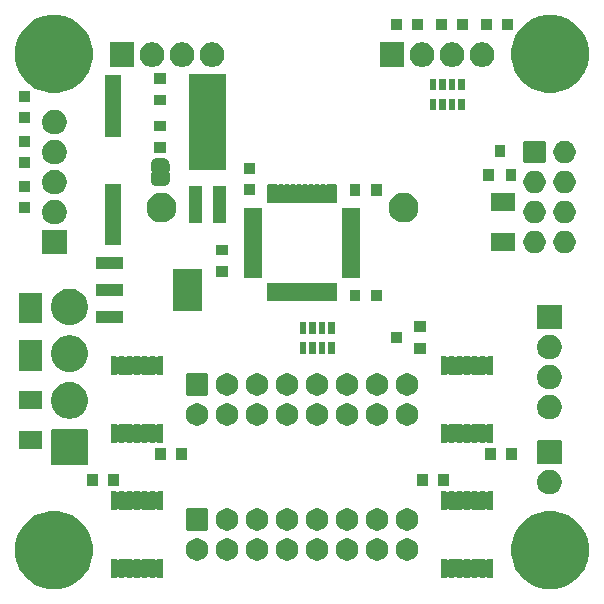
<source format=gts>
G04 #@! TF.GenerationSoftware,KiCad,Pcbnew,5.1.5+dfsg1-2build2*
G04 #@! TF.CreationDate,2021-05-10T22:18:05+03:00*
G04 #@! TF.ProjectId,HUB75_Clock,48554237-355f-4436-9c6f-636b2e6b6963,rev?*
G04 #@! TF.SameCoordinates,Original*
G04 #@! TF.FileFunction,Soldermask,Top*
G04 #@! TF.FilePolarity,Negative*
%FSLAX46Y46*%
G04 Gerber Fmt 4.6, Leading zero omitted, Abs format (unit mm)*
G04 Created by KiCad (PCBNEW 5.1.5+dfsg1-2build2) date 2021-05-10 22:18:05*
%MOMM*%
%LPD*%
G04 APERTURE LIST*
%ADD10C,0.100000*%
G04 APERTURE END LIST*
D10*
G36*
X170462865Y-122825855D02*
G01*
X171063608Y-123074691D01*
X171063610Y-123074692D01*
X171604265Y-123435946D01*
X172064054Y-123895735D01*
X172375643Y-124362061D01*
X172425309Y-124436392D01*
X172674145Y-125037135D01*
X172801000Y-125674879D01*
X172801000Y-126325121D01*
X172674145Y-126962865D01*
X172531284Y-127307761D01*
X172425308Y-127563610D01*
X172064054Y-128104265D01*
X171604265Y-128564054D01*
X171063610Y-128925308D01*
X171063609Y-128925309D01*
X171063608Y-128925309D01*
X170462865Y-129174145D01*
X169825121Y-129301000D01*
X169174879Y-129301000D01*
X168537135Y-129174145D01*
X167936392Y-128925309D01*
X167936391Y-128925309D01*
X167936390Y-128925308D01*
X167395735Y-128564054D01*
X166935946Y-128104265D01*
X166574692Y-127563610D01*
X166468716Y-127307761D01*
X166325855Y-126962865D01*
X166199000Y-126325121D01*
X166199000Y-125674879D01*
X166325855Y-125037135D01*
X166574691Y-124436392D01*
X166624357Y-124362061D01*
X166935946Y-123895735D01*
X167395735Y-123435946D01*
X167936390Y-123074692D01*
X167936392Y-123074691D01*
X168537135Y-122825855D01*
X169174879Y-122699000D01*
X169825121Y-122699000D01*
X170462865Y-122825855D01*
G37*
G36*
X128462865Y-122825855D02*
G01*
X129063608Y-123074691D01*
X129063610Y-123074692D01*
X129604265Y-123435946D01*
X130064054Y-123895735D01*
X130375643Y-124362061D01*
X130425309Y-124436392D01*
X130674145Y-125037135D01*
X130801000Y-125674879D01*
X130801000Y-126325121D01*
X130674145Y-126962865D01*
X130531284Y-127307761D01*
X130425308Y-127563610D01*
X130064054Y-128104265D01*
X129604265Y-128564054D01*
X129063610Y-128925308D01*
X129063609Y-128925309D01*
X129063608Y-128925309D01*
X128462865Y-129174145D01*
X127825121Y-129301000D01*
X127174879Y-129301000D01*
X126537135Y-129174145D01*
X125936392Y-128925309D01*
X125936391Y-128925309D01*
X125936390Y-128925308D01*
X125395735Y-128564054D01*
X124935946Y-128104265D01*
X124574692Y-127563610D01*
X124468716Y-127307761D01*
X124325855Y-126962865D01*
X124199000Y-126325121D01*
X124199000Y-125674879D01*
X124325855Y-125037135D01*
X124574691Y-124436392D01*
X124624357Y-124362061D01*
X124935946Y-123895735D01*
X125395735Y-123435946D01*
X125936390Y-123074692D01*
X125936392Y-123074691D01*
X126537135Y-122825855D01*
X127174879Y-122699000D01*
X127825121Y-122699000D01*
X128462865Y-122825855D01*
G37*
G36*
X160720170Y-126760803D02*
G01*
X160731875Y-126764354D01*
X160742665Y-126770121D01*
X160756688Y-126781630D01*
X160765704Y-126790645D01*
X160786078Y-126804259D01*
X160808717Y-126813635D01*
X160832751Y-126818415D01*
X160857255Y-126818415D01*
X160881288Y-126813634D01*
X160903926Y-126804256D01*
X160924301Y-126790642D01*
X160933317Y-126781626D01*
X160947335Y-126770121D01*
X160958125Y-126764354D01*
X160969830Y-126760803D01*
X160988138Y-126759000D01*
X161351862Y-126759000D01*
X161370170Y-126760803D01*
X161381875Y-126764354D01*
X161392665Y-126770121D01*
X161406688Y-126781630D01*
X161415704Y-126790645D01*
X161436078Y-126804259D01*
X161458717Y-126813635D01*
X161482751Y-126818415D01*
X161507255Y-126818415D01*
X161531288Y-126813634D01*
X161553926Y-126804256D01*
X161574301Y-126790642D01*
X161583317Y-126781626D01*
X161597335Y-126770121D01*
X161608125Y-126764354D01*
X161619830Y-126760803D01*
X161638138Y-126759000D01*
X162001862Y-126759000D01*
X162020170Y-126760803D01*
X162031875Y-126764354D01*
X162042665Y-126770121D01*
X162056688Y-126781630D01*
X162065704Y-126790645D01*
X162086078Y-126804259D01*
X162108717Y-126813635D01*
X162132751Y-126818415D01*
X162157255Y-126818415D01*
X162181288Y-126813634D01*
X162203926Y-126804256D01*
X162224301Y-126790642D01*
X162233317Y-126781626D01*
X162247335Y-126770121D01*
X162258125Y-126764354D01*
X162269830Y-126760803D01*
X162288138Y-126759000D01*
X162651862Y-126759000D01*
X162670170Y-126760803D01*
X162681875Y-126764354D01*
X162692665Y-126770121D01*
X162706688Y-126781630D01*
X162715704Y-126790645D01*
X162736078Y-126804259D01*
X162758717Y-126813635D01*
X162782751Y-126818415D01*
X162807255Y-126818415D01*
X162831288Y-126813634D01*
X162853926Y-126804256D01*
X162874301Y-126790642D01*
X162883317Y-126781626D01*
X162897335Y-126770121D01*
X162908125Y-126764354D01*
X162919830Y-126760803D01*
X162938138Y-126759000D01*
X163301862Y-126759000D01*
X163320170Y-126760803D01*
X163331875Y-126764354D01*
X163342665Y-126770121D01*
X163356688Y-126781630D01*
X163365704Y-126790645D01*
X163386078Y-126804259D01*
X163408717Y-126813635D01*
X163432751Y-126818415D01*
X163457255Y-126818415D01*
X163481288Y-126813634D01*
X163503926Y-126804256D01*
X163524301Y-126790642D01*
X163533317Y-126781626D01*
X163547335Y-126770121D01*
X163558125Y-126764354D01*
X163569830Y-126760803D01*
X163588138Y-126759000D01*
X163951862Y-126759000D01*
X163970170Y-126760803D01*
X163981875Y-126764354D01*
X163992665Y-126770121D01*
X164006688Y-126781630D01*
X164015704Y-126790645D01*
X164036078Y-126804259D01*
X164058717Y-126813635D01*
X164082751Y-126818415D01*
X164107255Y-126818415D01*
X164131288Y-126813634D01*
X164153926Y-126804256D01*
X164174301Y-126790642D01*
X164183317Y-126781626D01*
X164197335Y-126770121D01*
X164208125Y-126764354D01*
X164219830Y-126760803D01*
X164238138Y-126759000D01*
X164601862Y-126759000D01*
X164620170Y-126760803D01*
X164631875Y-126764354D01*
X164642665Y-126770121D01*
X164652119Y-126777881D01*
X164659879Y-126787335D01*
X164665646Y-126798125D01*
X164669197Y-126809830D01*
X164671000Y-126828138D01*
X164671000Y-128266862D01*
X164669197Y-128285170D01*
X164665646Y-128296875D01*
X164659879Y-128307665D01*
X164652119Y-128317119D01*
X164642665Y-128324879D01*
X164631875Y-128330646D01*
X164620170Y-128334197D01*
X164601862Y-128336000D01*
X164238138Y-128336000D01*
X164219830Y-128334197D01*
X164208125Y-128330646D01*
X164197335Y-128324879D01*
X164183312Y-128313370D01*
X164174296Y-128304355D01*
X164153922Y-128290741D01*
X164131283Y-128281365D01*
X164107249Y-128276585D01*
X164082745Y-128276585D01*
X164058712Y-128281366D01*
X164036074Y-128290744D01*
X164015699Y-128304358D01*
X164006683Y-128313374D01*
X163992665Y-128324879D01*
X163981875Y-128330646D01*
X163970170Y-128334197D01*
X163951862Y-128336000D01*
X163588138Y-128336000D01*
X163569830Y-128334197D01*
X163558125Y-128330646D01*
X163547335Y-128324879D01*
X163533312Y-128313370D01*
X163524296Y-128304355D01*
X163503922Y-128290741D01*
X163481283Y-128281365D01*
X163457249Y-128276585D01*
X163432745Y-128276585D01*
X163408712Y-128281366D01*
X163386074Y-128290744D01*
X163365699Y-128304358D01*
X163356683Y-128313374D01*
X163342665Y-128324879D01*
X163331875Y-128330646D01*
X163320170Y-128334197D01*
X163301862Y-128336000D01*
X162938138Y-128336000D01*
X162919830Y-128334197D01*
X162908125Y-128330646D01*
X162897335Y-128324879D01*
X162883312Y-128313370D01*
X162874296Y-128304355D01*
X162853922Y-128290741D01*
X162831283Y-128281365D01*
X162807249Y-128276585D01*
X162782745Y-128276585D01*
X162758712Y-128281366D01*
X162736074Y-128290744D01*
X162715699Y-128304358D01*
X162706683Y-128313374D01*
X162692665Y-128324879D01*
X162681875Y-128330646D01*
X162670170Y-128334197D01*
X162651862Y-128336000D01*
X162288138Y-128336000D01*
X162269830Y-128334197D01*
X162258125Y-128330646D01*
X162247335Y-128324879D01*
X162233312Y-128313370D01*
X162224296Y-128304355D01*
X162203922Y-128290741D01*
X162181283Y-128281365D01*
X162157249Y-128276585D01*
X162132745Y-128276585D01*
X162108712Y-128281366D01*
X162086074Y-128290744D01*
X162065699Y-128304358D01*
X162056683Y-128313374D01*
X162042665Y-128324879D01*
X162031875Y-128330646D01*
X162020170Y-128334197D01*
X162001862Y-128336000D01*
X161638138Y-128336000D01*
X161619830Y-128334197D01*
X161608125Y-128330646D01*
X161597335Y-128324879D01*
X161583312Y-128313370D01*
X161574296Y-128304355D01*
X161553922Y-128290741D01*
X161531283Y-128281365D01*
X161507249Y-128276585D01*
X161482745Y-128276585D01*
X161458712Y-128281366D01*
X161436074Y-128290744D01*
X161415699Y-128304358D01*
X161406683Y-128313374D01*
X161392665Y-128324879D01*
X161381875Y-128330646D01*
X161370170Y-128334197D01*
X161351862Y-128336000D01*
X160988138Y-128336000D01*
X160969830Y-128334197D01*
X160958125Y-128330646D01*
X160947335Y-128324879D01*
X160933312Y-128313370D01*
X160924296Y-128304355D01*
X160903922Y-128290741D01*
X160881283Y-128281365D01*
X160857249Y-128276585D01*
X160832745Y-128276585D01*
X160808712Y-128281366D01*
X160786074Y-128290744D01*
X160765699Y-128304358D01*
X160756683Y-128313374D01*
X160742665Y-128324879D01*
X160731875Y-128330646D01*
X160720170Y-128334197D01*
X160701862Y-128336000D01*
X160338138Y-128336000D01*
X160319830Y-128334197D01*
X160308125Y-128330646D01*
X160297335Y-128324879D01*
X160287881Y-128317119D01*
X160280121Y-128307665D01*
X160274354Y-128296875D01*
X160270803Y-128285170D01*
X160269000Y-128266862D01*
X160269000Y-126828138D01*
X160270803Y-126809830D01*
X160274354Y-126798125D01*
X160280121Y-126787335D01*
X160287881Y-126777881D01*
X160297335Y-126770121D01*
X160308125Y-126764354D01*
X160319830Y-126760803D01*
X160338138Y-126759000D01*
X160701862Y-126759000D01*
X160720170Y-126760803D01*
G37*
G36*
X132780170Y-126760803D02*
G01*
X132791875Y-126764354D01*
X132802665Y-126770121D01*
X132816688Y-126781630D01*
X132825704Y-126790645D01*
X132846078Y-126804259D01*
X132868717Y-126813635D01*
X132892751Y-126818415D01*
X132917255Y-126818415D01*
X132941288Y-126813634D01*
X132963926Y-126804256D01*
X132984301Y-126790642D01*
X132993317Y-126781626D01*
X133007335Y-126770121D01*
X133018125Y-126764354D01*
X133029830Y-126760803D01*
X133048138Y-126759000D01*
X133411862Y-126759000D01*
X133430170Y-126760803D01*
X133441875Y-126764354D01*
X133452665Y-126770121D01*
X133466688Y-126781630D01*
X133475704Y-126790645D01*
X133496078Y-126804259D01*
X133518717Y-126813635D01*
X133542751Y-126818415D01*
X133567255Y-126818415D01*
X133591288Y-126813634D01*
X133613926Y-126804256D01*
X133634301Y-126790642D01*
X133643317Y-126781626D01*
X133657335Y-126770121D01*
X133668125Y-126764354D01*
X133679830Y-126760803D01*
X133698138Y-126759000D01*
X134061862Y-126759000D01*
X134080170Y-126760803D01*
X134091875Y-126764354D01*
X134102665Y-126770121D01*
X134116688Y-126781630D01*
X134125704Y-126790645D01*
X134146078Y-126804259D01*
X134168717Y-126813635D01*
X134192751Y-126818415D01*
X134217255Y-126818415D01*
X134241288Y-126813634D01*
X134263926Y-126804256D01*
X134284301Y-126790642D01*
X134293317Y-126781626D01*
X134307335Y-126770121D01*
X134318125Y-126764354D01*
X134329830Y-126760803D01*
X134348138Y-126759000D01*
X134711862Y-126759000D01*
X134730170Y-126760803D01*
X134741875Y-126764354D01*
X134752665Y-126770121D01*
X134766688Y-126781630D01*
X134775704Y-126790645D01*
X134796078Y-126804259D01*
X134818717Y-126813635D01*
X134842751Y-126818415D01*
X134867255Y-126818415D01*
X134891288Y-126813634D01*
X134913926Y-126804256D01*
X134934301Y-126790642D01*
X134943317Y-126781626D01*
X134957335Y-126770121D01*
X134968125Y-126764354D01*
X134979830Y-126760803D01*
X134998138Y-126759000D01*
X135361862Y-126759000D01*
X135380170Y-126760803D01*
X135391875Y-126764354D01*
X135402665Y-126770121D01*
X135416688Y-126781630D01*
X135425704Y-126790645D01*
X135446078Y-126804259D01*
X135468717Y-126813635D01*
X135492751Y-126818415D01*
X135517255Y-126818415D01*
X135541288Y-126813634D01*
X135563926Y-126804256D01*
X135584301Y-126790642D01*
X135593317Y-126781626D01*
X135607335Y-126770121D01*
X135618125Y-126764354D01*
X135629830Y-126760803D01*
X135648138Y-126759000D01*
X136011862Y-126759000D01*
X136030170Y-126760803D01*
X136041875Y-126764354D01*
X136052665Y-126770121D01*
X136066688Y-126781630D01*
X136075704Y-126790645D01*
X136096078Y-126804259D01*
X136118717Y-126813635D01*
X136142751Y-126818415D01*
X136167255Y-126818415D01*
X136191288Y-126813634D01*
X136213926Y-126804256D01*
X136234301Y-126790642D01*
X136243317Y-126781626D01*
X136257335Y-126770121D01*
X136268125Y-126764354D01*
X136279830Y-126760803D01*
X136298138Y-126759000D01*
X136661862Y-126759000D01*
X136680170Y-126760803D01*
X136691875Y-126764354D01*
X136702665Y-126770121D01*
X136712119Y-126777881D01*
X136719879Y-126787335D01*
X136725646Y-126798125D01*
X136729197Y-126809830D01*
X136731000Y-126828138D01*
X136731000Y-128266862D01*
X136729197Y-128285170D01*
X136725646Y-128296875D01*
X136719879Y-128307665D01*
X136712119Y-128317119D01*
X136702665Y-128324879D01*
X136691875Y-128330646D01*
X136680170Y-128334197D01*
X136661862Y-128336000D01*
X136298138Y-128336000D01*
X136279830Y-128334197D01*
X136268125Y-128330646D01*
X136257335Y-128324879D01*
X136243312Y-128313370D01*
X136234296Y-128304355D01*
X136213922Y-128290741D01*
X136191283Y-128281365D01*
X136167249Y-128276585D01*
X136142745Y-128276585D01*
X136118712Y-128281366D01*
X136096074Y-128290744D01*
X136075699Y-128304358D01*
X136066683Y-128313374D01*
X136052665Y-128324879D01*
X136041875Y-128330646D01*
X136030170Y-128334197D01*
X136011862Y-128336000D01*
X135648138Y-128336000D01*
X135629830Y-128334197D01*
X135618125Y-128330646D01*
X135607335Y-128324879D01*
X135593312Y-128313370D01*
X135584296Y-128304355D01*
X135563922Y-128290741D01*
X135541283Y-128281365D01*
X135517249Y-128276585D01*
X135492745Y-128276585D01*
X135468712Y-128281366D01*
X135446074Y-128290744D01*
X135425699Y-128304358D01*
X135416683Y-128313374D01*
X135402665Y-128324879D01*
X135391875Y-128330646D01*
X135380170Y-128334197D01*
X135361862Y-128336000D01*
X134998138Y-128336000D01*
X134979830Y-128334197D01*
X134968125Y-128330646D01*
X134957335Y-128324879D01*
X134943312Y-128313370D01*
X134934296Y-128304355D01*
X134913922Y-128290741D01*
X134891283Y-128281365D01*
X134867249Y-128276585D01*
X134842745Y-128276585D01*
X134818712Y-128281366D01*
X134796074Y-128290744D01*
X134775699Y-128304358D01*
X134766683Y-128313374D01*
X134752665Y-128324879D01*
X134741875Y-128330646D01*
X134730170Y-128334197D01*
X134711862Y-128336000D01*
X134348138Y-128336000D01*
X134329830Y-128334197D01*
X134318125Y-128330646D01*
X134307335Y-128324879D01*
X134293312Y-128313370D01*
X134284296Y-128304355D01*
X134263922Y-128290741D01*
X134241283Y-128281365D01*
X134217249Y-128276585D01*
X134192745Y-128276585D01*
X134168712Y-128281366D01*
X134146074Y-128290744D01*
X134125699Y-128304358D01*
X134116683Y-128313374D01*
X134102665Y-128324879D01*
X134091875Y-128330646D01*
X134080170Y-128334197D01*
X134061862Y-128336000D01*
X133698138Y-128336000D01*
X133679830Y-128334197D01*
X133668125Y-128330646D01*
X133657335Y-128324879D01*
X133643312Y-128313370D01*
X133634296Y-128304355D01*
X133613922Y-128290741D01*
X133591283Y-128281365D01*
X133567249Y-128276585D01*
X133542745Y-128276585D01*
X133518712Y-128281366D01*
X133496074Y-128290744D01*
X133475699Y-128304358D01*
X133466683Y-128313374D01*
X133452665Y-128324879D01*
X133441875Y-128330646D01*
X133430170Y-128334197D01*
X133411862Y-128336000D01*
X133048138Y-128336000D01*
X133029830Y-128334197D01*
X133018125Y-128330646D01*
X133007335Y-128324879D01*
X132993312Y-128313370D01*
X132984296Y-128304355D01*
X132963922Y-128290741D01*
X132941283Y-128281365D01*
X132917249Y-128276585D01*
X132892745Y-128276585D01*
X132868712Y-128281366D01*
X132846074Y-128290744D01*
X132825699Y-128304358D01*
X132816683Y-128313374D01*
X132802665Y-128324879D01*
X132791875Y-128330646D01*
X132780170Y-128334197D01*
X132761862Y-128336000D01*
X132398138Y-128336000D01*
X132379830Y-128334197D01*
X132368125Y-128330646D01*
X132357335Y-128324879D01*
X132347881Y-128317119D01*
X132340121Y-128307665D01*
X132334354Y-128296875D01*
X132330803Y-128285170D01*
X132329000Y-128266862D01*
X132329000Y-126828138D01*
X132330803Y-126809830D01*
X132334354Y-126798125D01*
X132340121Y-126787335D01*
X132347881Y-126777881D01*
X132357335Y-126770121D01*
X132368125Y-126764354D01*
X132379830Y-126760803D01*
X132398138Y-126759000D01*
X132761862Y-126759000D01*
X132780170Y-126760803D01*
G37*
G36*
X147507395Y-125040546D02*
G01*
X147680466Y-125112234D01*
X147680467Y-125112235D01*
X147836227Y-125216310D01*
X147968690Y-125348773D01*
X147968691Y-125348775D01*
X148072766Y-125504534D01*
X148144454Y-125677605D01*
X148181000Y-125861333D01*
X148181000Y-126048667D01*
X148144454Y-126232395D01*
X148072766Y-126405466D01*
X148072765Y-126405467D01*
X147968690Y-126561227D01*
X147836227Y-126693690D01*
X147757818Y-126746081D01*
X147680466Y-126797766D01*
X147507395Y-126869454D01*
X147323667Y-126906000D01*
X147136333Y-126906000D01*
X146952605Y-126869454D01*
X146779534Y-126797766D01*
X146702182Y-126746081D01*
X146623773Y-126693690D01*
X146491310Y-126561227D01*
X146387235Y-126405467D01*
X146387234Y-126405466D01*
X146315546Y-126232395D01*
X146279000Y-126048667D01*
X146279000Y-125861333D01*
X146315546Y-125677605D01*
X146387234Y-125504534D01*
X146491309Y-125348775D01*
X146491310Y-125348773D01*
X146623773Y-125216310D01*
X146779533Y-125112235D01*
X146779534Y-125112234D01*
X146952605Y-125040546D01*
X147136333Y-125004000D01*
X147323667Y-125004000D01*
X147507395Y-125040546D01*
G37*
G36*
X150047395Y-125040546D02*
G01*
X150220466Y-125112234D01*
X150220467Y-125112235D01*
X150376227Y-125216310D01*
X150508690Y-125348773D01*
X150508691Y-125348775D01*
X150612766Y-125504534D01*
X150684454Y-125677605D01*
X150721000Y-125861333D01*
X150721000Y-126048667D01*
X150684454Y-126232395D01*
X150612766Y-126405466D01*
X150612765Y-126405467D01*
X150508690Y-126561227D01*
X150376227Y-126693690D01*
X150297818Y-126746081D01*
X150220466Y-126797766D01*
X150047395Y-126869454D01*
X149863667Y-126906000D01*
X149676333Y-126906000D01*
X149492605Y-126869454D01*
X149319534Y-126797766D01*
X149242182Y-126746081D01*
X149163773Y-126693690D01*
X149031310Y-126561227D01*
X148927235Y-126405467D01*
X148927234Y-126405466D01*
X148855546Y-126232395D01*
X148819000Y-126048667D01*
X148819000Y-125861333D01*
X148855546Y-125677605D01*
X148927234Y-125504534D01*
X149031309Y-125348775D01*
X149031310Y-125348773D01*
X149163773Y-125216310D01*
X149319533Y-125112235D01*
X149319534Y-125112234D01*
X149492605Y-125040546D01*
X149676333Y-125004000D01*
X149863667Y-125004000D01*
X150047395Y-125040546D01*
G37*
G36*
X139887395Y-125040546D02*
G01*
X140060466Y-125112234D01*
X140060467Y-125112235D01*
X140216227Y-125216310D01*
X140348690Y-125348773D01*
X140348691Y-125348775D01*
X140452766Y-125504534D01*
X140524454Y-125677605D01*
X140561000Y-125861333D01*
X140561000Y-126048667D01*
X140524454Y-126232395D01*
X140452766Y-126405466D01*
X140452765Y-126405467D01*
X140348690Y-126561227D01*
X140216227Y-126693690D01*
X140137818Y-126746081D01*
X140060466Y-126797766D01*
X139887395Y-126869454D01*
X139703667Y-126906000D01*
X139516333Y-126906000D01*
X139332605Y-126869454D01*
X139159534Y-126797766D01*
X139082182Y-126746081D01*
X139003773Y-126693690D01*
X138871310Y-126561227D01*
X138767235Y-126405467D01*
X138767234Y-126405466D01*
X138695546Y-126232395D01*
X138659000Y-126048667D01*
X138659000Y-125861333D01*
X138695546Y-125677605D01*
X138767234Y-125504534D01*
X138871309Y-125348775D01*
X138871310Y-125348773D01*
X139003773Y-125216310D01*
X139159533Y-125112235D01*
X139159534Y-125112234D01*
X139332605Y-125040546D01*
X139516333Y-125004000D01*
X139703667Y-125004000D01*
X139887395Y-125040546D01*
G37*
G36*
X152587395Y-125040546D02*
G01*
X152760466Y-125112234D01*
X152760467Y-125112235D01*
X152916227Y-125216310D01*
X153048690Y-125348773D01*
X153048691Y-125348775D01*
X153152766Y-125504534D01*
X153224454Y-125677605D01*
X153261000Y-125861333D01*
X153261000Y-126048667D01*
X153224454Y-126232395D01*
X153152766Y-126405466D01*
X153152765Y-126405467D01*
X153048690Y-126561227D01*
X152916227Y-126693690D01*
X152837818Y-126746081D01*
X152760466Y-126797766D01*
X152587395Y-126869454D01*
X152403667Y-126906000D01*
X152216333Y-126906000D01*
X152032605Y-126869454D01*
X151859534Y-126797766D01*
X151782182Y-126746081D01*
X151703773Y-126693690D01*
X151571310Y-126561227D01*
X151467235Y-126405467D01*
X151467234Y-126405466D01*
X151395546Y-126232395D01*
X151359000Y-126048667D01*
X151359000Y-125861333D01*
X151395546Y-125677605D01*
X151467234Y-125504534D01*
X151571309Y-125348775D01*
X151571310Y-125348773D01*
X151703773Y-125216310D01*
X151859533Y-125112235D01*
X151859534Y-125112234D01*
X152032605Y-125040546D01*
X152216333Y-125004000D01*
X152403667Y-125004000D01*
X152587395Y-125040546D01*
G37*
G36*
X144967395Y-125040546D02*
G01*
X145140466Y-125112234D01*
X145140467Y-125112235D01*
X145296227Y-125216310D01*
X145428690Y-125348773D01*
X145428691Y-125348775D01*
X145532766Y-125504534D01*
X145604454Y-125677605D01*
X145641000Y-125861333D01*
X145641000Y-126048667D01*
X145604454Y-126232395D01*
X145532766Y-126405466D01*
X145532765Y-126405467D01*
X145428690Y-126561227D01*
X145296227Y-126693690D01*
X145217818Y-126746081D01*
X145140466Y-126797766D01*
X144967395Y-126869454D01*
X144783667Y-126906000D01*
X144596333Y-126906000D01*
X144412605Y-126869454D01*
X144239534Y-126797766D01*
X144162182Y-126746081D01*
X144083773Y-126693690D01*
X143951310Y-126561227D01*
X143847235Y-126405467D01*
X143847234Y-126405466D01*
X143775546Y-126232395D01*
X143739000Y-126048667D01*
X143739000Y-125861333D01*
X143775546Y-125677605D01*
X143847234Y-125504534D01*
X143951309Y-125348775D01*
X143951310Y-125348773D01*
X144083773Y-125216310D01*
X144239533Y-125112235D01*
X144239534Y-125112234D01*
X144412605Y-125040546D01*
X144596333Y-125004000D01*
X144783667Y-125004000D01*
X144967395Y-125040546D01*
G37*
G36*
X155127395Y-125040546D02*
G01*
X155300466Y-125112234D01*
X155300467Y-125112235D01*
X155456227Y-125216310D01*
X155588690Y-125348773D01*
X155588691Y-125348775D01*
X155692766Y-125504534D01*
X155764454Y-125677605D01*
X155801000Y-125861333D01*
X155801000Y-126048667D01*
X155764454Y-126232395D01*
X155692766Y-126405466D01*
X155692765Y-126405467D01*
X155588690Y-126561227D01*
X155456227Y-126693690D01*
X155377818Y-126746081D01*
X155300466Y-126797766D01*
X155127395Y-126869454D01*
X154943667Y-126906000D01*
X154756333Y-126906000D01*
X154572605Y-126869454D01*
X154399534Y-126797766D01*
X154322182Y-126746081D01*
X154243773Y-126693690D01*
X154111310Y-126561227D01*
X154007235Y-126405467D01*
X154007234Y-126405466D01*
X153935546Y-126232395D01*
X153899000Y-126048667D01*
X153899000Y-125861333D01*
X153935546Y-125677605D01*
X154007234Y-125504534D01*
X154111309Y-125348775D01*
X154111310Y-125348773D01*
X154243773Y-125216310D01*
X154399533Y-125112235D01*
X154399534Y-125112234D01*
X154572605Y-125040546D01*
X154756333Y-125004000D01*
X154943667Y-125004000D01*
X155127395Y-125040546D01*
G37*
G36*
X157667395Y-125040546D02*
G01*
X157840466Y-125112234D01*
X157840467Y-125112235D01*
X157996227Y-125216310D01*
X158128690Y-125348773D01*
X158128691Y-125348775D01*
X158232766Y-125504534D01*
X158304454Y-125677605D01*
X158341000Y-125861333D01*
X158341000Y-126048667D01*
X158304454Y-126232395D01*
X158232766Y-126405466D01*
X158232765Y-126405467D01*
X158128690Y-126561227D01*
X157996227Y-126693690D01*
X157917818Y-126746081D01*
X157840466Y-126797766D01*
X157667395Y-126869454D01*
X157483667Y-126906000D01*
X157296333Y-126906000D01*
X157112605Y-126869454D01*
X156939534Y-126797766D01*
X156862182Y-126746081D01*
X156783773Y-126693690D01*
X156651310Y-126561227D01*
X156547235Y-126405467D01*
X156547234Y-126405466D01*
X156475546Y-126232395D01*
X156439000Y-126048667D01*
X156439000Y-125861333D01*
X156475546Y-125677605D01*
X156547234Y-125504534D01*
X156651309Y-125348775D01*
X156651310Y-125348773D01*
X156783773Y-125216310D01*
X156939533Y-125112235D01*
X156939534Y-125112234D01*
X157112605Y-125040546D01*
X157296333Y-125004000D01*
X157483667Y-125004000D01*
X157667395Y-125040546D01*
G37*
G36*
X142427395Y-125040546D02*
G01*
X142600466Y-125112234D01*
X142600467Y-125112235D01*
X142756227Y-125216310D01*
X142888690Y-125348773D01*
X142888691Y-125348775D01*
X142992766Y-125504534D01*
X143064454Y-125677605D01*
X143101000Y-125861333D01*
X143101000Y-126048667D01*
X143064454Y-126232395D01*
X142992766Y-126405466D01*
X142992765Y-126405467D01*
X142888690Y-126561227D01*
X142756227Y-126693690D01*
X142677818Y-126746081D01*
X142600466Y-126797766D01*
X142427395Y-126869454D01*
X142243667Y-126906000D01*
X142056333Y-126906000D01*
X141872605Y-126869454D01*
X141699534Y-126797766D01*
X141622182Y-126746081D01*
X141543773Y-126693690D01*
X141411310Y-126561227D01*
X141307235Y-126405467D01*
X141307234Y-126405466D01*
X141235546Y-126232395D01*
X141199000Y-126048667D01*
X141199000Y-125861333D01*
X141235546Y-125677605D01*
X141307234Y-125504534D01*
X141411309Y-125348775D01*
X141411310Y-125348773D01*
X141543773Y-125216310D01*
X141699533Y-125112235D01*
X141699534Y-125112234D01*
X141872605Y-125040546D01*
X142056333Y-125004000D01*
X142243667Y-125004000D01*
X142427395Y-125040546D01*
G37*
G36*
X152587395Y-122500546D02*
G01*
X152760466Y-122572234D01*
X152814875Y-122608589D01*
X152916227Y-122676310D01*
X153048690Y-122808773D01*
X153048691Y-122808775D01*
X153152766Y-122964534D01*
X153224454Y-123137605D01*
X153261000Y-123321333D01*
X153261000Y-123508667D01*
X153224454Y-123692395D01*
X153152766Y-123865466D01*
X153152765Y-123865467D01*
X153048690Y-124021227D01*
X152916227Y-124153690D01*
X152868274Y-124185731D01*
X152760466Y-124257766D01*
X152587395Y-124329454D01*
X152403667Y-124366000D01*
X152216333Y-124366000D01*
X152032605Y-124329454D01*
X151859534Y-124257766D01*
X151751726Y-124185731D01*
X151703773Y-124153690D01*
X151571310Y-124021227D01*
X151467235Y-123865467D01*
X151467234Y-123865466D01*
X151395546Y-123692395D01*
X151359000Y-123508667D01*
X151359000Y-123321333D01*
X151395546Y-123137605D01*
X151467234Y-122964534D01*
X151571309Y-122808775D01*
X151571310Y-122808773D01*
X151703773Y-122676310D01*
X151805125Y-122608589D01*
X151859534Y-122572234D01*
X152032605Y-122500546D01*
X152216333Y-122464000D01*
X152403667Y-122464000D01*
X152587395Y-122500546D01*
G37*
G36*
X140420723Y-122467939D02*
G01*
X140453280Y-122477815D01*
X140483276Y-122493848D01*
X140509572Y-122515428D01*
X140531152Y-122541724D01*
X140547185Y-122571720D01*
X140557061Y-122604277D01*
X140561000Y-122644269D01*
X140561000Y-124185731D01*
X140557061Y-124225723D01*
X140547185Y-124258280D01*
X140531152Y-124288276D01*
X140509572Y-124314572D01*
X140483276Y-124336152D01*
X140453280Y-124352185D01*
X140420723Y-124362061D01*
X140380731Y-124366000D01*
X138839269Y-124366000D01*
X138799277Y-124362061D01*
X138766720Y-124352185D01*
X138736724Y-124336152D01*
X138710428Y-124314572D01*
X138688848Y-124288276D01*
X138672815Y-124258280D01*
X138662939Y-124225723D01*
X138659000Y-124185731D01*
X138659000Y-122644269D01*
X138662939Y-122604277D01*
X138672815Y-122571720D01*
X138688848Y-122541724D01*
X138710428Y-122515428D01*
X138736724Y-122493848D01*
X138766720Y-122477815D01*
X138799277Y-122467939D01*
X138839269Y-122464000D01*
X140380731Y-122464000D01*
X140420723Y-122467939D01*
G37*
G36*
X142427395Y-122500546D02*
G01*
X142600466Y-122572234D01*
X142654875Y-122608589D01*
X142756227Y-122676310D01*
X142888690Y-122808773D01*
X142888691Y-122808775D01*
X142992766Y-122964534D01*
X143064454Y-123137605D01*
X143101000Y-123321333D01*
X143101000Y-123508667D01*
X143064454Y-123692395D01*
X142992766Y-123865466D01*
X142992765Y-123865467D01*
X142888690Y-124021227D01*
X142756227Y-124153690D01*
X142708274Y-124185731D01*
X142600466Y-124257766D01*
X142427395Y-124329454D01*
X142243667Y-124366000D01*
X142056333Y-124366000D01*
X141872605Y-124329454D01*
X141699534Y-124257766D01*
X141591726Y-124185731D01*
X141543773Y-124153690D01*
X141411310Y-124021227D01*
X141307235Y-123865467D01*
X141307234Y-123865466D01*
X141235546Y-123692395D01*
X141199000Y-123508667D01*
X141199000Y-123321333D01*
X141235546Y-123137605D01*
X141307234Y-122964534D01*
X141411309Y-122808775D01*
X141411310Y-122808773D01*
X141543773Y-122676310D01*
X141645125Y-122608589D01*
X141699534Y-122572234D01*
X141872605Y-122500546D01*
X142056333Y-122464000D01*
X142243667Y-122464000D01*
X142427395Y-122500546D01*
G37*
G36*
X144967395Y-122500546D02*
G01*
X145140466Y-122572234D01*
X145194875Y-122608589D01*
X145296227Y-122676310D01*
X145428690Y-122808773D01*
X145428691Y-122808775D01*
X145532766Y-122964534D01*
X145604454Y-123137605D01*
X145641000Y-123321333D01*
X145641000Y-123508667D01*
X145604454Y-123692395D01*
X145532766Y-123865466D01*
X145532765Y-123865467D01*
X145428690Y-124021227D01*
X145296227Y-124153690D01*
X145248274Y-124185731D01*
X145140466Y-124257766D01*
X144967395Y-124329454D01*
X144783667Y-124366000D01*
X144596333Y-124366000D01*
X144412605Y-124329454D01*
X144239534Y-124257766D01*
X144131726Y-124185731D01*
X144083773Y-124153690D01*
X143951310Y-124021227D01*
X143847235Y-123865467D01*
X143847234Y-123865466D01*
X143775546Y-123692395D01*
X143739000Y-123508667D01*
X143739000Y-123321333D01*
X143775546Y-123137605D01*
X143847234Y-122964534D01*
X143951309Y-122808775D01*
X143951310Y-122808773D01*
X144083773Y-122676310D01*
X144185125Y-122608589D01*
X144239534Y-122572234D01*
X144412605Y-122500546D01*
X144596333Y-122464000D01*
X144783667Y-122464000D01*
X144967395Y-122500546D01*
G37*
G36*
X147507395Y-122500546D02*
G01*
X147680466Y-122572234D01*
X147734875Y-122608589D01*
X147836227Y-122676310D01*
X147968690Y-122808773D01*
X147968691Y-122808775D01*
X148072766Y-122964534D01*
X148144454Y-123137605D01*
X148181000Y-123321333D01*
X148181000Y-123508667D01*
X148144454Y-123692395D01*
X148072766Y-123865466D01*
X148072765Y-123865467D01*
X147968690Y-124021227D01*
X147836227Y-124153690D01*
X147788274Y-124185731D01*
X147680466Y-124257766D01*
X147507395Y-124329454D01*
X147323667Y-124366000D01*
X147136333Y-124366000D01*
X146952605Y-124329454D01*
X146779534Y-124257766D01*
X146671726Y-124185731D01*
X146623773Y-124153690D01*
X146491310Y-124021227D01*
X146387235Y-123865467D01*
X146387234Y-123865466D01*
X146315546Y-123692395D01*
X146279000Y-123508667D01*
X146279000Y-123321333D01*
X146315546Y-123137605D01*
X146387234Y-122964534D01*
X146491309Y-122808775D01*
X146491310Y-122808773D01*
X146623773Y-122676310D01*
X146725125Y-122608589D01*
X146779534Y-122572234D01*
X146952605Y-122500546D01*
X147136333Y-122464000D01*
X147323667Y-122464000D01*
X147507395Y-122500546D01*
G37*
G36*
X150047395Y-122500546D02*
G01*
X150220466Y-122572234D01*
X150274875Y-122608589D01*
X150376227Y-122676310D01*
X150508690Y-122808773D01*
X150508691Y-122808775D01*
X150612766Y-122964534D01*
X150684454Y-123137605D01*
X150721000Y-123321333D01*
X150721000Y-123508667D01*
X150684454Y-123692395D01*
X150612766Y-123865466D01*
X150612765Y-123865467D01*
X150508690Y-124021227D01*
X150376227Y-124153690D01*
X150328274Y-124185731D01*
X150220466Y-124257766D01*
X150047395Y-124329454D01*
X149863667Y-124366000D01*
X149676333Y-124366000D01*
X149492605Y-124329454D01*
X149319534Y-124257766D01*
X149211726Y-124185731D01*
X149163773Y-124153690D01*
X149031310Y-124021227D01*
X148927235Y-123865467D01*
X148927234Y-123865466D01*
X148855546Y-123692395D01*
X148819000Y-123508667D01*
X148819000Y-123321333D01*
X148855546Y-123137605D01*
X148927234Y-122964534D01*
X149031309Y-122808775D01*
X149031310Y-122808773D01*
X149163773Y-122676310D01*
X149265125Y-122608589D01*
X149319534Y-122572234D01*
X149492605Y-122500546D01*
X149676333Y-122464000D01*
X149863667Y-122464000D01*
X150047395Y-122500546D01*
G37*
G36*
X155127395Y-122500546D02*
G01*
X155300466Y-122572234D01*
X155354875Y-122608589D01*
X155456227Y-122676310D01*
X155588690Y-122808773D01*
X155588691Y-122808775D01*
X155692766Y-122964534D01*
X155764454Y-123137605D01*
X155801000Y-123321333D01*
X155801000Y-123508667D01*
X155764454Y-123692395D01*
X155692766Y-123865466D01*
X155692765Y-123865467D01*
X155588690Y-124021227D01*
X155456227Y-124153690D01*
X155408274Y-124185731D01*
X155300466Y-124257766D01*
X155127395Y-124329454D01*
X154943667Y-124366000D01*
X154756333Y-124366000D01*
X154572605Y-124329454D01*
X154399534Y-124257766D01*
X154291726Y-124185731D01*
X154243773Y-124153690D01*
X154111310Y-124021227D01*
X154007235Y-123865467D01*
X154007234Y-123865466D01*
X153935546Y-123692395D01*
X153899000Y-123508667D01*
X153899000Y-123321333D01*
X153935546Y-123137605D01*
X154007234Y-122964534D01*
X154111309Y-122808775D01*
X154111310Y-122808773D01*
X154243773Y-122676310D01*
X154345125Y-122608589D01*
X154399534Y-122572234D01*
X154572605Y-122500546D01*
X154756333Y-122464000D01*
X154943667Y-122464000D01*
X155127395Y-122500546D01*
G37*
G36*
X157667395Y-122500546D02*
G01*
X157840466Y-122572234D01*
X157894875Y-122608589D01*
X157996227Y-122676310D01*
X158128690Y-122808773D01*
X158128691Y-122808775D01*
X158232766Y-122964534D01*
X158304454Y-123137605D01*
X158341000Y-123321333D01*
X158341000Y-123508667D01*
X158304454Y-123692395D01*
X158232766Y-123865466D01*
X158232765Y-123865467D01*
X158128690Y-124021227D01*
X157996227Y-124153690D01*
X157948274Y-124185731D01*
X157840466Y-124257766D01*
X157667395Y-124329454D01*
X157483667Y-124366000D01*
X157296333Y-124366000D01*
X157112605Y-124329454D01*
X156939534Y-124257766D01*
X156831726Y-124185731D01*
X156783773Y-124153690D01*
X156651310Y-124021227D01*
X156547235Y-123865467D01*
X156547234Y-123865466D01*
X156475546Y-123692395D01*
X156439000Y-123508667D01*
X156439000Y-123321333D01*
X156475546Y-123137605D01*
X156547234Y-122964534D01*
X156651309Y-122808775D01*
X156651310Y-122808773D01*
X156783773Y-122676310D01*
X156885125Y-122608589D01*
X156939534Y-122572234D01*
X157112605Y-122500546D01*
X157296333Y-122464000D01*
X157483667Y-122464000D01*
X157667395Y-122500546D01*
G37*
G36*
X132780170Y-121035803D02*
G01*
X132791875Y-121039354D01*
X132802665Y-121045121D01*
X132816688Y-121056630D01*
X132825704Y-121065645D01*
X132846078Y-121079259D01*
X132868717Y-121088635D01*
X132892751Y-121093415D01*
X132917255Y-121093415D01*
X132941288Y-121088634D01*
X132963926Y-121079256D01*
X132984301Y-121065642D01*
X132993317Y-121056626D01*
X133007335Y-121045121D01*
X133018125Y-121039354D01*
X133029830Y-121035803D01*
X133048138Y-121034000D01*
X133411862Y-121034000D01*
X133430170Y-121035803D01*
X133441875Y-121039354D01*
X133452665Y-121045121D01*
X133466688Y-121056630D01*
X133475704Y-121065645D01*
X133496078Y-121079259D01*
X133518717Y-121088635D01*
X133542751Y-121093415D01*
X133567255Y-121093415D01*
X133591288Y-121088634D01*
X133613926Y-121079256D01*
X133634301Y-121065642D01*
X133643317Y-121056626D01*
X133657335Y-121045121D01*
X133668125Y-121039354D01*
X133679830Y-121035803D01*
X133698138Y-121034000D01*
X134061862Y-121034000D01*
X134080170Y-121035803D01*
X134091875Y-121039354D01*
X134102665Y-121045121D01*
X134116688Y-121056630D01*
X134125704Y-121065645D01*
X134146078Y-121079259D01*
X134168717Y-121088635D01*
X134192751Y-121093415D01*
X134217255Y-121093415D01*
X134241288Y-121088634D01*
X134263926Y-121079256D01*
X134284301Y-121065642D01*
X134293317Y-121056626D01*
X134307335Y-121045121D01*
X134318125Y-121039354D01*
X134329830Y-121035803D01*
X134348138Y-121034000D01*
X134711862Y-121034000D01*
X134730170Y-121035803D01*
X134741875Y-121039354D01*
X134752665Y-121045121D01*
X134766688Y-121056630D01*
X134775704Y-121065645D01*
X134796078Y-121079259D01*
X134818717Y-121088635D01*
X134842751Y-121093415D01*
X134867255Y-121093415D01*
X134891288Y-121088634D01*
X134913926Y-121079256D01*
X134934301Y-121065642D01*
X134943317Y-121056626D01*
X134957335Y-121045121D01*
X134968125Y-121039354D01*
X134979830Y-121035803D01*
X134998138Y-121034000D01*
X135361862Y-121034000D01*
X135380170Y-121035803D01*
X135391875Y-121039354D01*
X135402665Y-121045121D01*
X135416688Y-121056630D01*
X135425704Y-121065645D01*
X135446078Y-121079259D01*
X135468717Y-121088635D01*
X135492751Y-121093415D01*
X135517255Y-121093415D01*
X135541288Y-121088634D01*
X135563926Y-121079256D01*
X135584301Y-121065642D01*
X135593317Y-121056626D01*
X135607335Y-121045121D01*
X135618125Y-121039354D01*
X135629830Y-121035803D01*
X135648138Y-121034000D01*
X136011862Y-121034000D01*
X136030170Y-121035803D01*
X136041875Y-121039354D01*
X136052665Y-121045121D01*
X136066688Y-121056630D01*
X136075704Y-121065645D01*
X136096078Y-121079259D01*
X136118717Y-121088635D01*
X136142751Y-121093415D01*
X136167255Y-121093415D01*
X136191288Y-121088634D01*
X136213926Y-121079256D01*
X136234301Y-121065642D01*
X136243317Y-121056626D01*
X136257335Y-121045121D01*
X136268125Y-121039354D01*
X136279830Y-121035803D01*
X136298138Y-121034000D01*
X136661862Y-121034000D01*
X136680170Y-121035803D01*
X136691875Y-121039354D01*
X136702665Y-121045121D01*
X136712119Y-121052881D01*
X136719879Y-121062335D01*
X136725646Y-121073125D01*
X136729197Y-121084830D01*
X136731000Y-121103138D01*
X136731000Y-122541862D01*
X136729197Y-122560170D01*
X136725646Y-122571875D01*
X136719879Y-122582665D01*
X136712119Y-122592119D01*
X136702665Y-122599879D01*
X136691875Y-122605646D01*
X136680170Y-122609197D01*
X136661862Y-122611000D01*
X136298138Y-122611000D01*
X136279830Y-122609197D01*
X136268125Y-122605646D01*
X136257335Y-122599879D01*
X136243312Y-122588370D01*
X136234296Y-122579355D01*
X136213922Y-122565741D01*
X136191283Y-122556365D01*
X136167249Y-122551585D01*
X136142745Y-122551585D01*
X136118712Y-122556366D01*
X136096074Y-122565744D01*
X136075699Y-122579358D01*
X136066683Y-122588374D01*
X136052665Y-122599879D01*
X136041875Y-122605646D01*
X136030170Y-122609197D01*
X136011862Y-122611000D01*
X135648138Y-122611000D01*
X135629830Y-122609197D01*
X135618125Y-122605646D01*
X135607335Y-122599879D01*
X135593312Y-122588370D01*
X135584296Y-122579355D01*
X135563922Y-122565741D01*
X135541283Y-122556365D01*
X135517249Y-122551585D01*
X135492745Y-122551585D01*
X135468712Y-122556366D01*
X135446074Y-122565744D01*
X135425699Y-122579358D01*
X135416683Y-122588374D01*
X135402665Y-122599879D01*
X135391875Y-122605646D01*
X135380170Y-122609197D01*
X135361862Y-122611000D01*
X134998138Y-122611000D01*
X134979830Y-122609197D01*
X134968125Y-122605646D01*
X134957335Y-122599879D01*
X134943312Y-122588370D01*
X134934296Y-122579355D01*
X134913922Y-122565741D01*
X134891283Y-122556365D01*
X134867249Y-122551585D01*
X134842745Y-122551585D01*
X134818712Y-122556366D01*
X134796074Y-122565744D01*
X134775699Y-122579358D01*
X134766683Y-122588374D01*
X134752665Y-122599879D01*
X134741875Y-122605646D01*
X134730170Y-122609197D01*
X134711862Y-122611000D01*
X134348138Y-122611000D01*
X134329830Y-122609197D01*
X134318125Y-122605646D01*
X134307335Y-122599879D01*
X134293312Y-122588370D01*
X134284296Y-122579355D01*
X134263922Y-122565741D01*
X134241283Y-122556365D01*
X134217249Y-122551585D01*
X134192745Y-122551585D01*
X134168712Y-122556366D01*
X134146074Y-122565744D01*
X134125699Y-122579358D01*
X134116683Y-122588374D01*
X134102665Y-122599879D01*
X134091875Y-122605646D01*
X134080170Y-122609197D01*
X134061862Y-122611000D01*
X133698138Y-122611000D01*
X133679830Y-122609197D01*
X133668125Y-122605646D01*
X133657335Y-122599879D01*
X133643312Y-122588370D01*
X133634296Y-122579355D01*
X133613922Y-122565741D01*
X133591283Y-122556365D01*
X133567249Y-122551585D01*
X133542745Y-122551585D01*
X133518712Y-122556366D01*
X133496074Y-122565744D01*
X133475699Y-122579358D01*
X133466683Y-122588374D01*
X133452665Y-122599879D01*
X133441875Y-122605646D01*
X133430170Y-122609197D01*
X133411862Y-122611000D01*
X133048138Y-122611000D01*
X133029830Y-122609197D01*
X133018125Y-122605646D01*
X133007335Y-122599879D01*
X132993312Y-122588370D01*
X132984296Y-122579355D01*
X132963922Y-122565741D01*
X132941283Y-122556365D01*
X132917249Y-122551585D01*
X132892745Y-122551585D01*
X132868712Y-122556366D01*
X132846074Y-122565744D01*
X132825699Y-122579358D01*
X132816683Y-122588374D01*
X132802665Y-122599879D01*
X132791875Y-122605646D01*
X132780170Y-122609197D01*
X132761862Y-122611000D01*
X132398138Y-122611000D01*
X132379830Y-122609197D01*
X132368125Y-122605646D01*
X132357335Y-122599879D01*
X132347881Y-122592119D01*
X132340121Y-122582665D01*
X132334354Y-122571875D01*
X132330803Y-122560170D01*
X132329000Y-122541862D01*
X132329000Y-121103138D01*
X132330803Y-121084830D01*
X132334354Y-121073125D01*
X132340121Y-121062335D01*
X132347881Y-121052881D01*
X132357335Y-121045121D01*
X132368125Y-121039354D01*
X132379830Y-121035803D01*
X132398138Y-121034000D01*
X132761862Y-121034000D01*
X132780170Y-121035803D01*
G37*
G36*
X160720170Y-121035803D02*
G01*
X160731875Y-121039354D01*
X160742665Y-121045121D01*
X160756688Y-121056630D01*
X160765704Y-121065645D01*
X160786078Y-121079259D01*
X160808717Y-121088635D01*
X160832751Y-121093415D01*
X160857255Y-121093415D01*
X160881288Y-121088634D01*
X160903926Y-121079256D01*
X160924301Y-121065642D01*
X160933317Y-121056626D01*
X160947335Y-121045121D01*
X160958125Y-121039354D01*
X160969830Y-121035803D01*
X160988138Y-121034000D01*
X161351862Y-121034000D01*
X161370170Y-121035803D01*
X161381875Y-121039354D01*
X161392665Y-121045121D01*
X161406688Y-121056630D01*
X161415704Y-121065645D01*
X161436078Y-121079259D01*
X161458717Y-121088635D01*
X161482751Y-121093415D01*
X161507255Y-121093415D01*
X161531288Y-121088634D01*
X161553926Y-121079256D01*
X161574301Y-121065642D01*
X161583317Y-121056626D01*
X161597335Y-121045121D01*
X161608125Y-121039354D01*
X161619830Y-121035803D01*
X161638138Y-121034000D01*
X162001862Y-121034000D01*
X162020170Y-121035803D01*
X162031875Y-121039354D01*
X162042665Y-121045121D01*
X162056688Y-121056630D01*
X162065704Y-121065645D01*
X162086078Y-121079259D01*
X162108717Y-121088635D01*
X162132751Y-121093415D01*
X162157255Y-121093415D01*
X162181288Y-121088634D01*
X162203926Y-121079256D01*
X162224301Y-121065642D01*
X162233317Y-121056626D01*
X162247335Y-121045121D01*
X162258125Y-121039354D01*
X162269830Y-121035803D01*
X162288138Y-121034000D01*
X162651862Y-121034000D01*
X162670170Y-121035803D01*
X162681875Y-121039354D01*
X162692665Y-121045121D01*
X162706688Y-121056630D01*
X162715704Y-121065645D01*
X162736078Y-121079259D01*
X162758717Y-121088635D01*
X162782751Y-121093415D01*
X162807255Y-121093415D01*
X162831288Y-121088634D01*
X162853926Y-121079256D01*
X162874301Y-121065642D01*
X162883317Y-121056626D01*
X162897335Y-121045121D01*
X162908125Y-121039354D01*
X162919830Y-121035803D01*
X162938138Y-121034000D01*
X163301862Y-121034000D01*
X163320170Y-121035803D01*
X163331875Y-121039354D01*
X163342665Y-121045121D01*
X163356688Y-121056630D01*
X163365704Y-121065645D01*
X163386078Y-121079259D01*
X163408717Y-121088635D01*
X163432751Y-121093415D01*
X163457255Y-121093415D01*
X163481288Y-121088634D01*
X163503926Y-121079256D01*
X163524301Y-121065642D01*
X163533317Y-121056626D01*
X163547335Y-121045121D01*
X163558125Y-121039354D01*
X163569830Y-121035803D01*
X163588138Y-121034000D01*
X163951862Y-121034000D01*
X163970170Y-121035803D01*
X163981875Y-121039354D01*
X163992665Y-121045121D01*
X164006688Y-121056630D01*
X164015704Y-121065645D01*
X164036078Y-121079259D01*
X164058717Y-121088635D01*
X164082751Y-121093415D01*
X164107255Y-121093415D01*
X164131288Y-121088634D01*
X164153926Y-121079256D01*
X164174301Y-121065642D01*
X164183317Y-121056626D01*
X164197335Y-121045121D01*
X164208125Y-121039354D01*
X164219830Y-121035803D01*
X164238138Y-121034000D01*
X164601862Y-121034000D01*
X164620170Y-121035803D01*
X164631875Y-121039354D01*
X164642665Y-121045121D01*
X164652119Y-121052881D01*
X164659879Y-121062335D01*
X164665646Y-121073125D01*
X164669197Y-121084830D01*
X164671000Y-121103138D01*
X164671000Y-122541862D01*
X164669197Y-122560170D01*
X164665646Y-122571875D01*
X164659879Y-122582665D01*
X164652119Y-122592119D01*
X164642665Y-122599879D01*
X164631875Y-122605646D01*
X164620170Y-122609197D01*
X164601862Y-122611000D01*
X164238138Y-122611000D01*
X164219830Y-122609197D01*
X164208125Y-122605646D01*
X164197335Y-122599879D01*
X164183312Y-122588370D01*
X164174296Y-122579355D01*
X164153922Y-122565741D01*
X164131283Y-122556365D01*
X164107249Y-122551585D01*
X164082745Y-122551585D01*
X164058712Y-122556366D01*
X164036074Y-122565744D01*
X164015699Y-122579358D01*
X164006683Y-122588374D01*
X163992665Y-122599879D01*
X163981875Y-122605646D01*
X163970170Y-122609197D01*
X163951862Y-122611000D01*
X163588138Y-122611000D01*
X163569830Y-122609197D01*
X163558125Y-122605646D01*
X163547335Y-122599879D01*
X163533312Y-122588370D01*
X163524296Y-122579355D01*
X163503922Y-122565741D01*
X163481283Y-122556365D01*
X163457249Y-122551585D01*
X163432745Y-122551585D01*
X163408712Y-122556366D01*
X163386074Y-122565744D01*
X163365699Y-122579358D01*
X163356683Y-122588374D01*
X163342665Y-122599879D01*
X163331875Y-122605646D01*
X163320170Y-122609197D01*
X163301862Y-122611000D01*
X162938138Y-122611000D01*
X162919830Y-122609197D01*
X162908125Y-122605646D01*
X162897335Y-122599879D01*
X162883312Y-122588370D01*
X162874296Y-122579355D01*
X162853922Y-122565741D01*
X162831283Y-122556365D01*
X162807249Y-122551585D01*
X162782745Y-122551585D01*
X162758712Y-122556366D01*
X162736074Y-122565744D01*
X162715699Y-122579358D01*
X162706683Y-122588374D01*
X162692665Y-122599879D01*
X162681875Y-122605646D01*
X162670170Y-122609197D01*
X162651862Y-122611000D01*
X162288138Y-122611000D01*
X162269830Y-122609197D01*
X162258125Y-122605646D01*
X162247335Y-122599879D01*
X162233312Y-122588370D01*
X162224296Y-122579355D01*
X162203922Y-122565741D01*
X162181283Y-122556365D01*
X162157249Y-122551585D01*
X162132745Y-122551585D01*
X162108712Y-122556366D01*
X162086074Y-122565744D01*
X162065699Y-122579358D01*
X162056683Y-122588374D01*
X162042665Y-122599879D01*
X162031875Y-122605646D01*
X162020170Y-122609197D01*
X162001862Y-122611000D01*
X161638138Y-122611000D01*
X161619830Y-122609197D01*
X161608125Y-122605646D01*
X161597335Y-122599879D01*
X161583312Y-122588370D01*
X161574296Y-122579355D01*
X161553922Y-122565741D01*
X161531283Y-122556365D01*
X161507249Y-122551585D01*
X161482745Y-122551585D01*
X161458712Y-122556366D01*
X161436074Y-122565744D01*
X161415699Y-122579358D01*
X161406683Y-122588374D01*
X161392665Y-122599879D01*
X161381875Y-122605646D01*
X161370170Y-122609197D01*
X161351862Y-122611000D01*
X160988138Y-122611000D01*
X160969830Y-122609197D01*
X160958125Y-122605646D01*
X160947335Y-122599879D01*
X160933312Y-122588370D01*
X160924296Y-122579355D01*
X160903922Y-122565741D01*
X160881283Y-122556365D01*
X160857249Y-122551585D01*
X160832745Y-122551585D01*
X160808712Y-122556366D01*
X160786074Y-122565744D01*
X160765699Y-122579358D01*
X160756683Y-122588374D01*
X160742665Y-122599879D01*
X160731875Y-122605646D01*
X160720170Y-122609197D01*
X160701862Y-122611000D01*
X160338138Y-122611000D01*
X160319830Y-122609197D01*
X160308125Y-122605646D01*
X160297335Y-122599879D01*
X160287881Y-122592119D01*
X160280121Y-122582665D01*
X160274354Y-122571875D01*
X160270803Y-122560170D01*
X160269000Y-122541862D01*
X160269000Y-121103138D01*
X160270803Y-121084830D01*
X160274354Y-121073125D01*
X160280121Y-121062335D01*
X160287881Y-121052881D01*
X160297335Y-121045121D01*
X160308125Y-121039354D01*
X160319830Y-121035803D01*
X160338138Y-121034000D01*
X160701862Y-121034000D01*
X160720170Y-121035803D01*
G37*
G36*
X169761564Y-119229389D02*
G01*
X169952833Y-119308615D01*
X169952835Y-119308616D01*
X170124973Y-119423635D01*
X170271365Y-119570027D01*
X170386385Y-119742167D01*
X170465611Y-119933436D01*
X170506000Y-120136484D01*
X170506000Y-120343516D01*
X170465611Y-120546564D01*
X170386385Y-120737833D01*
X170386384Y-120737835D01*
X170271365Y-120909973D01*
X170124973Y-121056365D01*
X169952835Y-121171384D01*
X169952834Y-121171385D01*
X169952833Y-121171385D01*
X169761564Y-121250611D01*
X169558516Y-121291000D01*
X169351484Y-121291000D01*
X169148436Y-121250611D01*
X168957167Y-121171385D01*
X168957166Y-121171385D01*
X168957165Y-121171384D01*
X168785027Y-121056365D01*
X168638635Y-120909973D01*
X168523616Y-120737835D01*
X168523615Y-120737833D01*
X168444389Y-120546564D01*
X168404000Y-120343516D01*
X168404000Y-120136484D01*
X168444389Y-119933436D01*
X168523615Y-119742167D01*
X168638635Y-119570027D01*
X168785027Y-119423635D01*
X168957165Y-119308616D01*
X168957167Y-119308615D01*
X169148436Y-119229389D01*
X169351484Y-119189000D01*
X169558516Y-119189000D01*
X169761564Y-119229389D01*
G37*
G36*
X131212500Y-120550500D02*
G01*
X130310500Y-120550500D01*
X130310500Y-119548500D01*
X131212500Y-119548500D01*
X131212500Y-120550500D01*
G37*
G36*
X133012500Y-120550500D02*
G01*
X132110500Y-120550500D01*
X132110500Y-119548500D01*
X133012500Y-119548500D01*
X133012500Y-120550500D01*
G37*
G36*
X159152500Y-120550500D02*
G01*
X158250500Y-120550500D01*
X158250500Y-119548500D01*
X159152500Y-119548500D01*
X159152500Y-120550500D01*
G37*
G36*
X160952500Y-120550500D02*
G01*
X160050500Y-120550500D01*
X160050500Y-119548500D01*
X160952500Y-119548500D01*
X160952500Y-120550500D01*
G37*
G36*
X130242555Y-115742537D02*
G01*
X130271188Y-115751223D01*
X130297572Y-115765326D01*
X130320697Y-115784303D01*
X130339674Y-115807428D01*
X130353777Y-115833812D01*
X130362463Y-115862445D01*
X130366000Y-115898356D01*
X130366000Y-118681644D01*
X130362463Y-118717555D01*
X130353777Y-118746188D01*
X130339674Y-118772572D01*
X130320697Y-118795697D01*
X130297572Y-118814674D01*
X130271188Y-118828777D01*
X130242555Y-118837463D01*
X130206644Y-118841000D01*
X127423356Y-118841000D01*
X127387445Y-118837463D01*
X127358812Y-118828777D01*
X127332428Y-118814674D01*
X127309303Y-118795697D01*
X127290326Y-118772572D01*
X127276223Y-118746188D01*
X127267537Y-118717555D01*
X127264000Y-118681644D01*
X127264000Y-115898356D01*
X127267537Y-115862445D01*
X127276223Y-115833812D01*
X127290326Y-115807428D01*
X127309303Y-115784303D01*
X127332428Y-115765326D01*
X127358812Y-115751223D01*
X127387445Y-115742537D01*
X127423356Y-115739000D01*
X130206644Y-115739000D01*
X130242555Y-115742537D01*
G37*
G36*
X170343346Y-116653473D02*
G01*
X170381119Y-116664931D01*
X170415920Y-116683533D01*
X170446429Y-116708571D01*
X170471467Y-116739080D01*
X170490069Y-116773881D01*
X170501527Y-116811654D01*
X170506000Y-116857068D01*
X170506000Y-118542932D01*
X170501527Y-118588346D01*
X170490069Y-118626119D01*
X170471467Y-118660920D01*
X170446429Y-118691429D01*
X170415920Y-118716467D01*
X170381119Y-118735069D01*
X170343346Y-118746527D01*
X170297932Y-118751000D01*
X168612068Y-118751000D01*
X168566654Y-118746527D01*
X168528881Y-118735069D01*
X168494080Y-118716467D01*
X168463571Y-118691429D01*
X168438533Y-118660920D01*
X168419931Y-118626119D01*
X168408473Y-118588346D01*
X168404000Y-118542932D01*
X168404000Y-116857068D01*
X168408473Y-116811654D01*
X168419931Y-116773881D01*
X168438533Y-116739080D01*
X168463571Y-116708571D01*
X168494080Y-116683533D01*
X168528881Y-116664931D01*
X168566654Y-116653473D01*
X168612068Y-116649000D01*
X170297932Y-116649000D01*
X170343346Y-116653473D01*
G37*
G36*
X136949500Y-118391500D02*
G01*
X136047500Y-118391500D01*
X136047500Y-117389500D01*
X136949500Y-117389500D01*
X136949500Y-118391500D01*
G37*
G36*
X138749500Y-118391500D02*
G01*
X137847500Y-118391500D01*
X137847500Y-117389500D01*
X138749500Y-117389500D01*
X138749500Y-118391500D01*
G37*
G36*
X164889500Y-118391500D02*
G01*
X163987500Y-118391500D01*
X163987500Y-117389500D01*
X164889500Y-117389500D01*
X164889500Y-118391500D01*
G37*
G36*
X166689500Y-118391500D02*
G01*
X165787500Y-118391500D01*
X165787500Y-117389500D01*
X166689500Y-117389500D01*
X166689500Y-118391500D01*
G37*
G36*
X126501000Y-117451000D02*
G01*
X124499000Y-117451000D01*
X124499000Y-115949000D01*
X126501000Y-115949000D01*
X126501000Y-117451000D01*
G37*
G36*
X132780170Y-115330803D02*
G01*
X132791875Y-115334354D01*
X132802665Y-115340121D01*
X132816688Y-115351630D01*
X132825704Y-115360645D01*
X132846078Y-115374259D01*
X132868717Y-115383635D01*
X132892751Y-115388415D01*
X132917255Y-115388415D01*
X132941288Y-115383634D01*
X132963926Y-115374256D01*
X132984301Y-115360642D01*
X132993317Y-115351626D01*
X133007335Y-115340121D01*
X133018125Y-115334354D01*
X133029830Y-115330803D01*
X133048138Y-115329000D01*
X133411862Y-115329000D01*
X133430170Y-115330803D01*
X133441875Y-115334354D01*
X133452665Y-115340121D01*
X133466688Y-115351630D01*
X133475704Y-115360645D01*
X133496078Y-115374259D01*
X133518717Y-115383635D01*
X133542751Y-115388415D01*
X133567255Y-115388415D01*
X133591288Y-115383634D01*
X133613926Y-115374256D01*
X133634301Y-115360642D01*
X133643317Y-115351626D01*
X133657335Y-115340121D01*
X133668125Y-115334354D01*
X133679830Y-115330803D01*
X133698138Y-115329000D01*
X134061862Y-115329000D01*
X134080170Y-115330803D01*
X134091875Y-115334354D01*
X134102665Y-115340121D01*
X134116688Y-115351630D01*
X134125704Y-115360645D01*
X134146078Y-115374259D01*
X134168717Y-115383635D01*
X134192751Y-115388415D01*
X134217255Y-115388415D01*
X134241288Y-115383634D01*
X134263926Y-115374256D01*
X134284301Y-115360642D01*
X134293317Y-115351626D01*
X134307335Y-115340121D01*
X134318125Y-115334354D01*
X134329830Y-115330803D01*
X134348138Y-115329000D01*
X134711862Y-115329000D01*
X134730170Y-115330803D01*
X134741875Y-115334354D01*
X134752665Y-115340121D01*
X134766688Y-115351630D01*
X134775704Y-115360645D01*
X134796078Y-115374259D01*
X134818717Y-115383635D01*
X134842751Y-115388415D01*
X134867255Y-115388415D01*
X134891288Y-115383634D01*
X134913926Y-115374256D01*
X134934301Y-115360642D01*
X134943317Y-115351626D01*
X134957335Y-115340121D01*
X134968125Y-115334354D01*
X134979830Y-115330803D01*
X134998138Y-115329000D01*
X135361862Y-115329000D01*
X135380170Y-115330803D01*
X135391875Y-115334354D01*
X135402665Y-115340121D01*
X135416688Y-115351630D01*
X135425704Y-115360645D01*
X135446078Y-115374259D01*
X135468717Y-115383635D01*
X135492751Y-115388415D01*
X135517255Y-115388415D01*
X135541288Y-115383634D01*
X135563926Y-115374256D01*
X135584301Y-115360642D01*
X135593317Y-115351626D01*
X135607335Y-115340121D01*
X135618125Y-115334354D01*
X135629830Y-115330803D01*
X135648138Y-115329000D01*
X136011862Y-115329000D01*
X136030170Y-115330803D01*
X136041875Y-115334354D01*
X136052665Y-115340121D01*
X136066688Y-115351630D01*
X136075704Y-115360645D01*
X136096078Y-115374259D01*
X136118717Y-115383635D01*
X136142751Y-115388415D01*
X136167255Y-115388415D01*
X136191288Y-115383634D01*
X136213926Y-115374256D01*
X136234301Y-115360642D01*
X136243317Y-115351626D01*
X136257335Y-115340121D01*
X136268125Y-115334354D01*
X136279830Y-115330803D01*
X136298138Y-115329000D01*
X136661862Y-115329000D01*
X136680170Y-115330803D01*
X136691875Y-115334354D01*
X136702665Y-115340121D01*
X136712119Y-115347881D01*
X136719879Y-115357335D01*
X136725646Y-115368125D01*
X136729197Y-115379830D01*
X136731000Y-115398138D01*
X136731000Y-116836862D01*
X136729197Y-116855170D01*
X136725646Y-116866875D01*
X136719879Y-116877665D01*
X136712119Y-116887119D01*
X136702665Y-116894879D01*
X136691875Y-116900646D01*
X136680170Y-116904197D01*
X136661862Y-116906000D01*
X136298138Y-116906000D01*
X136279830Y-116904197D01*
X136268125Y-116900646D01*
X136257335Y-116894879D01*
X136243312Y-116883370D01*
X136234296Y-116874355D01*
X136213922Y-116860741D01*
X136191283Y-116851365D01*
X136167249Y-116846585D01*
X136142745Y-116846585D01*
X136118712Y-116851366D01*
X136096074Y-116860744D01*
X136075699Y-116874358D01*
X136066683Y-116883374D01*
X136052665Y-116894879D01*
X136041875Y-116900646D01*
X136030170Y-116904197D01*
X136011862Y-116906000D01*
X135648138Y-116906000D01*
X135629830Y-116904197D01*
X135618125Y-116900646D01*
X135607335Y-116894879D01*
X135593312Y-116883370D01*
X135584296Y-116874355D01*
X135563922Y-116860741D01*
X135541283Y-116851365D01*
X135517249Y-116846585D01*
X135492745Y-116846585D01*
X135468712Y-116851366D01*
X135446074Y-116860744D01*
X135425699Y-116874358D01*
X135416683Y-116883374D01*
X135402665Y-116894879D01*
X135391875Y-116900646D01*
X135380170Y-116904197D01*
X135361862Y-116906000D01*
X134998138Y-116906000D01*
X134979830Y-116904197D01*
X134968125Y-116900646D01*
X134957335Y-116894879D01*
X134943312Y-116883370D01*
X134934296Y-116874355D01*
X134913922Y-116860741D01*
X134891283Y-116851365D01*
X134867249Y-116846585D01*
X134842745Y-116846585D01*
X134818712Y-116851366D01*
X134796074Y-116860744D01*
X134775699Y-116874358D01*
X134766683Y-116883374D01*
X134752665Y-116894879D01*
X134741875Y-116900646D01*
X134730170Y-116904197D01*
X134711862Y-116906000D01*
X134348138Y-116906000D01*
X134329830Y-116904197D01*
X134318125Y-116900646D01*
X134307335Y-116894879D01*
X134293312Y-116883370D01*
X134284296Y-116874355D01*
X134263922Y-116860741D01*
X134241283Y-116851365D01*
X134217249Y-116846585D01*
X134192745Y-116846585D01*
X134168712Y-116851366D01*
X134146074Y-116860744D01*
X134125699Y-116874358D01*
X134116683Y-116883374D01*
X134102665Y-116894879D01*
X134091875Y-116900646D01*
X134080170Y-116904197D01*
X134061862Y-116906000D01*
X133698138Y-116906000D01*
X133679830Y-116904197D01*
X133668125Y-116900646D01*
X133657335Y-116894879D01*
X133643312Y-116883370D01*
X133634296Y-116874355D01*
X133613922Y-116860741D01*
X133591283Y-116851365D01*
X133567249Y-116846585D01*
X133542745Y-116846585D01*
X133518712Y-116851366D01*
X133496074Y-116860744D01*
X133475699Y-116874358D01*
X133466683Y-116883374D01*
X133452665Y-116894879D01*
X133441875Y-116900646D01*
X133430170Y-116904197D01*
X133411862Y-116906000D01*
X133048138Y-116906000D01*
X133029830Y-116904197D01*
X133018125Y-116900646D01*
X133007335Y-116894879D01*
X132993312Y-116883370D01*
X132984296Y-116874355D01*
X132963922Y-116860741D01*
X132941283Y-116851365D01*
X132917249Y-116846585D01*
X132892745Y-116846585D01*
X132868712Y-116851366D01*
X132846074Y-116860744D01*
X132825699Y-116874358D01*
X132816683Y-116883374D01*
X132802665Y-116894879D01*
X132791875Y-116900646D01*
X132780170Y-116904197D01*
X132761862Y-116906000D01*
X132398138Y-116906000D01*
X132379830Y-116904197D01*
X132368125Y-116900646D01*
X132357335Y-116894879D01*
X132347881Y-116887119D01*
X132340121Y-116877665D01*
X132334354Y-116866875D01*
X132330803Y-116855170D01*
X132329000Y-116836862D01*
X132329000Y-115398138D01*
X132330803Y-115379830D01*
X132334354Y-115368125D01*
X132340121Y-115357335D01*
X132347881Y-115347881D01*
X132357335Y-115340121D01*
X132368125Y-115334354D01*
X132379830Y-115330803D01*
X132398138Y-115329000D01*
X132761862Y-115329000D01*
X132780170Y-115330803D01*
G37*
G36*
X160720170Y-115330803D02*
G01*
X160731875Y-115334354D01*
X160742665Y-115340121D01*
X160756688Y-115351630D01*
X160765704Y-115360645D01*
X160786078Y-115374259D01*
X160808717Y-115383635D01*
X160832751Y-115388415D01*
X160857255Y-115388415D01*
X160881288Y-115383634D01*
X160903926Y-115374256D01*
X160924301Y-115360642D01*
X160933317Y-115351626D01*
X160947335Y-115340121D01*
X160958125Y-115334354D01*
X160969830Y-115330803D01*
X160988138Y-115329000D01*
X161351862Y-115329000D01*
X161370170Y-115330803D01*
X161381875Y-115334354D01*
X161392665Y-115340121D01*
X161406688Y-115351630D01*
X161415704Y-115360645D01*
X161436078Y-115374259D01*
X161458717Y-115383635D01*
X161482751Y-115388415D01*
X161507255Y-115388415D01*
X161531288Y-115383634D01*
X161553926Y-115374256D01*
X161574301Y-115360642D01*
X161583317Y-115351626D01*
X161597335Y-115340121D01*
X161608125Y-115334354D01*
X161619830Y-115330803D01*
X161638138Y-115329000D01*
X162001862Y-115329000D01*
X162020170Y-115330803D01*
X162031875Y-115334354D01*
X162042665Y-115340121D01*
X162056688Y-115351630D01*
X162065704Y-115360645D01*
X162086078Y-115374259D01*
X162108717Y-115383635D01*
X162132751Y-115388415D01*
X162157255Y-115388415D01*
X162181288Y-115383634D01*
X162203926Y-115374256D01*
X162224301Y-115360642D01*
X162233317Y-115351626D01*
X162247335Y-115340121D01*
X162258125Y-115334354D01*
X162269830Y-115330803D01*
X162288138Y-115329000D01*
X162651862Y-115329000D01*
X162670170Y-115330803D01*
X162681875Y-115334354D01*
X162692665Y-115340121D01*
X162706688Y-115351630D01*
X162715704Y-115360645D01*
X162736078Y-115374259D01*
X162758717Y-115383635D01*
X162782751Y-115388415D01*
X162807255Y-115388415D01*
X162831288Y-115383634D01*
X162853926Y-115374256D01*
X162874301Y-115360642D01*
X162883317Y-115351626D01*
X162897335Y-115340121D01*
X162908125Y-115334354D01*
X162919830Y-115330803D01*
X162938138Y-115329000D01*
X163301862Y-115329000D01*
X163320170Y-115330803D01*
X163331875Y-115334354D01*
X163342665Y-115340121D01*
X163356688Y-115351630D01*
X163365704Y-115360645D01*
X163386078Y-115374259D01*
X163408717Y-115383635D01*
X163432751Y-115388415D01*
X163457255Y-115388415D01*
X163481288Y-115383634D01*
X163503926Y-115374256D01*
X163524301Y-115360642D01*
X163533317Y-115351626D01*
X163547335Y-115340121D01*
X163558125Y-115334354D01*
X163569830Y-115330803D01*
X163588138Y-115329000D01*
X163951862Y-115329000D01*
X163970170Y-115330803D01*
X163981875Y-115334354D01*
X163992665Y-115340121D01*
X164006688Y-115351630D01*
X164015704Y-115360645D01*
X164036078Y-115374259D01*
X164058717Y-115383635D01*
X164082751Y-115388415D01*
X164107255Y-115388415D01*
X164131288Y-115383634D01*
X164153926Y-115374256D01*
X164174301Y-115360642D01*
X164183317Y-115351626D01*
X164197335Y-115340121D01*
X164208125Y-115334354D01*
X164219830Y-115330803D01*
X164238138Y-115329000D01*
X164601862Y-115329000D01*
X164620170Y-115330803D01*
X164631875Y-115334354D01*
X164642665Y-115340121D01*
X164652119Y-115347881D01*
X164659879Y-115357335D01*
X164665646Y-115368125D01*
X164669197Y-115379830D01*
X164671000Y-115398138D01*
X164671000Y-116836862D01*
X164669197Y-116855170D01*
X164665646Y-116866875D01*
X164659879Y-116877665D01*
X164652119Y-116887119D01*
X164642665Y-116894879D01*
X164631875Y-116900646D01*
X164620170Y-116904197D01*
X164601862Y-116906000D01*
X164238138Y-116906000D01*
X164219830Y-116904197D01*
X164208125Y-116900646D01*
X164197335Y-116894879D01*
X164183312Y-116883370D01*
X164174296Y-116874355D01*
X164153922Y-116860741D01*
X164131283Y-116851365D01*
X164107249Y-116846585D01*
X164082745Y-116846585D01*
X164058712Y-116851366D01*
X164036074Y-116860744D01*
X164015699Y-116874358D01*
X164006683Y-116883374D01*
X163992665Y-116894879D01*
X163981875Y-116900646D01*
X163970170Y-116904197D01*
X163951862Y-116906000D01*
X163588138Y-116906000D01*
X163569830Y-116904197D01*
X163558125Y-116900646D01*
X163547335Y-116894879D01*
X163533312Y-116883370D01*
X163524296Y-116874355D01*
X163503922Y-116860741D01*
X163481283Y-116851365D01*
X163457249Y-116846585D01*
X163432745Y-116846585D01*
X163408712Y-116851366D01*
X163386074Y-116860744D01*
X163365699Y-116874358D01*
X163356683Y-116883374D01*
X163342665Y-116894879D01*
X163331875Y-116900646D01*
X163320170Y-116904197D01*
X163301862Y-116906000D01*
X162938138Y-116906000D01*
X162919830Y-116904197D01*
X162908125Y-116900646D01*
X162897335Y-116894879D01*
X162883312Y-116883370D01*
X162874296Y-116874355D01*
X162853922Y-116860741D01*
X162831283Y-116851365D01*
X162807249Y-116846585D01*
X162782745Y-116846585D01*
X162758712Y-116851366D01*
X162736074Y-116860744D01*
X162715699Y-116874358D01*
X162706683Y-116883374D01*
X162692665Y-116894879D01*
X162681875Y-116900646D01*
X162670170Y-116904197D01*
X162651862Y-116906000D01*
X162288138Y-116906000D01*
X162269830Y-116904197D01*
X162258125Y-116900646D01*
X162247335Y-116894879D01*
X162233312Y-116883370D01*
X162224296Y-116874355D01*
X162203922Y-116860741D01*
X162181283Y-116851365D01*
X162157249Y-116846585D01*
X162132745Y-116846585D01*
X162108712Y-116851366D01*
X162086074Y-116860744D01*
X162065699Y-116874358D01*
X162056683Y-116883374D01*
X162042665Y-116894879D01*
X162031875Y-116900646D01*
X162020170Y-116904197D01*
X162001862Y-116906000D01*
X161638138Y-116906000D01*
X161619830Y-116904197D01*
X161608125Y-116900646D01*
X161597335Y-116894879D01*
X161583312Y-116883370D01*
X161574296Y-116874355D01*
X161553922Y-116860741D01*
X161531283Y-116851365D01*
X161507249Y-116846585D01*
X161482745Y-116846585D01*
X161458712Y-116851366D01*
X161436074Y-116860744D01*
X161415699Y-116874358D01*
X161406683Y-116883374D01*
X161392665Y-116894879D01*
X161381875Y-116900646D01*
X161370170Y-116904197D01*
X161351862Y-116906000D01*
X160988138Y-116906000D01*
X160969830Y-116904197D01*
X160958125Y-116900646D01*
X160947335Y-116894879D01*
X160933312Y-116883370D01*
X160924296Y-116874355D01*
X160903922Y-116860741D01*
X160881283Y-116851365D01*
X160857249Y-116846585D01*
X160832745Y-116846585D01*
X160808712Y-116851366D01*
X160786074Y-116860744D01*
X160765699Y-116874358D01*
X160756683Y-116883374D01*
X160742665Y-116894879D01*
X160731875Y-116900646D01*
X160720170Y-116904197D01*
X160701862Y-116906000D01*
X160338138Y-116906000D01*
X160319830Y-116904197D01*
X160308125Y-116900646D01*
X160297335Y-116894879D01*
X160287881Y-116887119D01*
X160280121Y-116877665D01*
X160274354Y-116866875D01*
X160270803Y-116855170D01*
X160269000Y-116836862D01*
X160269000Y-115398138D01*
X160270803Y-115379830D01*
X160274354Y-115368125D01*
X160280121Y-115357335D01*
X160287881Y-115347881D01*
X160297335Y-115340121D01*
X160308125Y-115334354D01*
X160319830Y-115330803D01*
X160338138Y-115329000D01*
X160701862Y-115329000D01*
X160720170Y-115330803D01*
G37*
G36*
X139887395Y-113610546D02*
G01*
X140060466Y-113682234D01*
X140060467Y-113682235D01*
X140216227Y-113786310D01*
X140348690Y-113918773D01*
X140348691Y-113918775D01*
X140452766Y-114074534D01*
X140524454Y-114247605D01*
X140561000Y-114431333D01*
X140561000Y-114618667D01*
X140524454Y-114802395D01*
X140452766Y-114975466D01*
X140452765Y-114975467D01*
X140348690Y-115131227D01*
X140216227Y-115263690D01*
X140137818Y-115316081D01*
X140060466Y-115367766D01*
X139887395Y-115439454D01*
X139703667Y-115476000D01*
X139516333Y-115476000D01*
X139332605Y-115439454D01*
X139159534Y-115367766D01*
X139082182Y-115316081D01*
X139003773Y-115263690D01*
X138871310Y-115131227D01*
X138767235Y-114975467D01*
X138767234Y-114975466D01*
X138695546Y-114802395D01*
X138659000Y-114618667D01*
X138659000Y-114431333D01*
X138695546Y-114247605D01*
X138767234Y-114074534D01*
X138871309Y-113918775D01*
X138871310Y-113918773D01*
X139003773Y-113786310D01*
X139159533Y-113682235D01*
X139159534Y-113682234D01*
X139332605Y-113610546D01*
X139516333Y-113574000D01*
X139703667Y-113574000D01*
X139887395Y-113610546D01*
G37*
G36*
X142427395Y-113610546D02*
G01*
X142600466Y-113682234D01*
X142600467Y-113682235D01*
X142756227Y-113786310D01*
X142888690Y-113918773D01*
X142888691Y-113918775D01*
X142992766Y-114074534D01*
X143064454Y-114247605D01*
X143101000Y-114431333D01*
X143101000Y-114618667D01*
X143064454Y-114802395D01*
X142992766Y-114975466D01*
X142992765Y-114975467D01*
X142888690Y-115131227D01*
X142756227Y-115263690D01*
X142677818Y-115316081D01*
X142600466Y-115367766D01*
X142427395Y-115439454D01*
X142243667Y-115476000D01*
X142056333Y-115476000D01*
X141872605Y-115439454D01*
X141699534Y-115367766D01*
X141622182Y-115316081D01*
X141543773Y-115263690D01*
X141411310Y-115131227D01*
X141307235Y-114975467D01*
X141307234Y-114975466D01*
X141235546Y-114802395D01*
X141199000Y-114618667D01*
X141199000Y-114431333D01*
X141235546Y-114247605D01*
X141307234Y-114074534D01*
X141411309Y-113918775D01*
X141411310Y-113918773D01*
X141543773Y-113786310D01*
X141699533Y-113682235D01*
X141699534Y-113682234D01*
X141872605Y-113610546D01*
X142056333Y-113574000D01*
X142243667Y-113574000D01*
X142427395Y-113610546D01*
G37*
G36*
X144967395Y-113610546D02*
G01*
X145140466Y-113682234D01*
X145140467Y-113682235D01*
X145296227Y-113786310D01*
X145428690Y-113918773D01*
X145428691Y-113918775D01*
X145532766Y-114074534D01*
X145604454Y-114247605D01*
X145641000Y-114431333D01*
X145641000Y-114618667D01*
X145604454Y-114802395D01*
X145532766Y-114975466D01*
X145532765Y-114975467D01*
X145428690Y-115131227D01*
X145296227Y-115263690D01*
X145217818Y-115316081D01*
X145140466Y-115367766D01*
X144967395Y-115439454D01*
X144783667Y-115476000D01*
X144596333Y-115476000D01*
X144412605Y-115439454D01*
X144239534Y-115367766D01*
X144162182Y-115316081D01*
X144083773Y-115263690D01*
X143951310Y-115131227D01*
X143847235Y-114975467D01*
X143847234Y-114975466D01*
X143775546Y-114802395D01*
X143739000Y-114618667D01*
X143739000Y-114431333D01*
X143775546Y-114247605D01*
X143847234Y-114074534D01*
X143951309Y-113918775D01*
X143951310Y-113918773D01*
X144083773Y-113786310D01*
X144239533Y-113682235D01*
X144239534Y-113682234D01*
X144412605Y-113610546D01*
X144596333Y-113574000D01*
X144783667Y-113574000D01*
X144967395Y-113610546D01*
G37*
G36*
X147507395Y-113610546D02*
G01*
X147680466Y-113682234D01*
X147680467Y-113682235D01*
X147836227Y-113786310D01*
X147968690Y-113918773D01*
X147968691Y-113918775D01*
X148072766Y-114074534D01*
X148144454Y-114247605D01*
X148181000Y-114431333D01*
X148181000Y-114618667D01*
X148144454Y-114802395D01*
X148072766Y-114975466D01*
X148072765Y-114975467D01*
X147968690Y-115131227D01*
X147836227Y-115263690D01*
X147757818Y-115316081D01*
X147680466Y-115367766D01*
X147507395Y-115439454D01*
X147323667Y-115476000D01*
X147136333Y-115476000D01*
X146952605Y-115439454D01*
X146779534Y-115367766D01*
X146702182Y-115316081D01*
X146623773Y-115263690D01*
X146491310Y-115131227D01*
X146387235Y-114975467D01*
X146387234Y-114975466D01*
X146315546Y-114802395D01*
X146279000Y-114618667D01*
X146279000Y-114431333D01*
X146315546Y-114247605D01*
X146387234Y-114074534D01*
X146491309Y-113918775D01*
X146491310Y-113918773D01*
X146623773Y-113786310D01*
X146779533Y-113682235D01*
X146779534Y-113682234D01*
X146952605Y-113610546D01*
X147136333Y-113574000D01*
X147323667Y-113574000D01*
X147507395Y-113610546D01*
G37*
G36*
X157667395Y-113610546D02*
G01*
X157840466Y-113682234D01*
X157840467Y-113682235D01*
X157996227Y-113786310D01*
X158128690Y-113918773D01*
X158128691Y-113918775D01*
X158232766Y-114074534D01*
X158304454Y-114247605D01*
X158341000Y-114431333D01*
X158341000Y-114618667D01*
X158304454Y-114802395D01*
X158232766Y-114975466D01*
X158232765Y-114975467D01*
X158128690Y-115131227D01*
X157996227Y-115263690D01*
X157917818Y-115316081D01*
X157840466Y-115367766D01*
X157667395Y-115439454D01*
X157483667Y-115476000D01*
X157296333Y-115476000D01*
X157112605Y-115439454D01*
X156939534Y-115367766D01*
X156862182Y-115316081D01*
X156783773Y-115263690D01*
X156651310Y-115131227D01*
X156547235Y-114975467D01*
X156547234Y-114975466D01*
X156475546Y-114802395D01*
X156439000Y-114618667D01*
X156439000Y-114431333D01*
X156475546Y-114247605D01*
X156547234Y-114074534D01*
X156651309Y-113918775D01*
X156651310Y-113918773D01*
X156783773Y-113786310D01*
X156939533Y-113682235D01*
X156939534Y-113682234D01*
X157112605Y-113610546D01*
X157296333Y-113574000D01*
X157483667Y-113574000D01*
X157667395Y-113610546D01*
G37*
G36*
X150047395Y-113610546D02*
G01*
X150220466Y-113682234D01*
X150220467Y-113682235D01*
X150376227Y-113786310D01*
X150508690Y-113918773D01*
X150508691Y-113918775D01*
X150612766Y-114074534D01*
X150684454Y-114247605D01*
X150721000Y-114431333D01*
X150721000Y-114618667D01*
X150684454Y-114802395D01*
X150612766Y-114975466D01*
X150612765Y-114975467D01*
X150508690Y-115131227D01*
X150376227Y-115263690D01*
X150297818Y-115316081D01*
X150220466Y-115367766D01*
X150047395Y-115439454D01*
X149863667Y-115476000D01*
X149676333Y-115476000D01*
X149492605Y-115439454D01*
X149319534Y-115367766D01*
X149242182Y-115316081D01*
X149163773Y-115263690D01*
X149031310Y-115131227D01*
X148927235Y-114975467D01*
X148927234Y-114975466D01*
X148855546Y-114802395D01*
X148819000Y-114618667D01*
X148819000Y-114431333D01*
X148855546Y-114247605D01*
X148927234Y-114074534D01*
X149031309Y-113918775D01*
X149031310Y-113918773D01*
X149163773Y-113786310D01*
X149319533Y-113682235D01*
X149319534Y-113682234D01*
X149492605Y-113610546D01*
X149676333Y-113574000D01*
X149863667Y-113574000D01*
X150047395Y-113610546D01*
G37*
G36*
X152587395Y-113610546D02*
G01*
X152760466Y-113682234D01*
X152760467Y-113682235D01*
X152916227Y-113786310D01*
X153048690Y-113918773D01*
X153048691Y-113918775D01*
X153152766Y-114074534D01*
X153224454Y-114247605D01*
X153261000Y-114431333D01*
X153261000Y-114618667D01*
X153224454Y-114802395D01*
X153152766Y-114975466D01*
X153152765Y-114975467D01*
X153048690Y-115131227D01*
X152916227Y-115263690D01*
X152837818Y-115316081D01*
X152760466Y-115367766D01*
X152587395Y-115439454D01*
X152403667Y-115476000D01*
X152216333Y-115476000D01*
X152032605Y-115439454D01*
X151859534Y-115367766D01*
X151782182Y-115316081D01*
X151703773Y-115263690D01*
X151571310Y-115131227D01*
X151467235Y-114975467D01*
X151467234Y-114975466D01*
X151395546Y-114802395D01*
X151359000Y-114618667D01*
X151359000Y-114431333D01*
X151395546Y-114247605D01*
X151467234Y-114074534D01*
X151571309Y-113918775D01*
X151571310Y-113918773D01*
X151703773Y-113786310D01*
X151859533Y-113682235D01*
X151859534Y-113682234D01*
X152032605Y-113610546D01*
X152216333Y-113574000D01*
X152403667Y-113574000D01*
X152587395Y-113610546D01*
G37*
G36*
X155127395Y-113610546D02*
G01*
X155300466Y-113682234D01*
X155300467Y-113682235D01*
X155456227Y-113786310D01*
X155588690Y-113918773D01*
X155588691Y-113918775D01*
X155692766Y-114074534D01*
X155764454Y-114247605D01*
X155801000Y-114431333D01*
X155801000Y-114618667D01*
X155764454Y-114802395D01*
X155692766Y-114975466D01*
X155692765Y-114975467D01*
X155588690Y-115131227D01*
X155456227Y-115263690D01*
X155377818Y-115316081D01*
X155300466Y-115367766D01*
X155127395Y-115439454D01*
X154943667Y-115476000D01*
X154756333Y-115476000D01*
X154572605Y-115439454D01*
X154399534Y-115367766D01*
X154322182Y-115316081D01*
X154243773Y-115263690D01*
X154111310Y-115131227D01*
X154007235Y-114975467D01*
X154007234Y-114975466D01*
X153935546Y-114802395D01*
X153899000Y-114618667D01*
X153899000Y-114431333D01*
X153935546Y-114247605D01*
X154007234Y-114074534D01*
X154111309Y-113918775D01*
X154111310Y-113918773D01*
X154243773Y-113786310D01*
X154399533Y-113682235D01*
X154399534Y-113682234D01*
X154572605Y-113610546D01*
X154756333Y-113574000D01*
X154943667Y-113574000D01*
X155127395Y-113610546D01*
G37*
G36*
X169761564Y-112879389D02*
G01*
X169898235Y-112936000D01*
X169952835Y-112958616D01*
X170124973Y-113073635D01*
X170271365Y-113220027D01*
X170386385Y-113392167D01*
X170465611Y-113583436D01*
X170506000Y-113786484D01*
X170506000Y-113993516D01*
X170465611Y-114196564D01*
X170386385Y-114387833D01*
X170386384Y-114387835D01*
X170271365Y-114559973D01*
X170124973Y-114706365D01*
X169952835Y-114821384D01*
X169952834Y-114821385D01*
X169952833Y-114821385D01*
X169761564Y-114900611D01*
X169558516Y-114941000D01*
X169351484Y-114941000D01*
X169148436Y-114900611D01*
X168957167Y-114821385D01*
X168957166Y-114821385D01*
X168957165Y-114821384D01*
X168785027Y-114706365D01*
X168638635Y-114559973D01*
X168523616Y-114387835D01*
X168523615Y-114387833D01*
X168444389Y-114196564D01*
X168404000Y-113993516D01*
X168404000Y-113786484D01*
X168444389Y-113583436D01*
X168523615Y-113392167D01*
X168638635Y-113220027D01*
X168785027Y-113073635D01*
X168957165Y-112958616D01*
X169011765Y-112936000D01*
X169148436Y-112879389D01*
X169351484Y-112839000D01*
X169558516Y-112839000D01*
X169761564Y-112879389D01*
G37*
G36*
X129117585Y-111808802D02*
G01*
X129267410Y-111838604D01*
X129549674Y-111955521D01*
X129803705Y-112125259D01*
X130019741Y-112341295D01*
X130189479Y-112595326D01*
X130306396Y-112877590D01*
X130366000Y-113177240D01*
X130366000Y-113482760D01*
X130306396Y-113782410D01*
X130189479Y-114064674D01*
X130019741Y-114318705D01*
X129803705Y-114534741D01*
X129549674Y-114704479D01*
X129267410Y-114821396D01*
X129117585Y-114851198D01*
X128967761Y-114881000D01*
X128662239Y-114881000D01*
X128512415Y-114851198D01*
X128362590Y-114821396D01*
X128080326Y-114704479D01*
X127826295Y-114534741D01*
X127610259Y-114318705D01*
X127440521Y-114064674D01*
X127323604Y-113782410D01*
X127264000Y-113482760D01*
X127264000Y-113177240D01*
X127323604Y-112877590D01*
X127440521Y-112595326D01*
X127610259Y-112341295D01*
X127826295Y-112125259D01*
X128080326Y-111955521D01*
X128362590Y-111838604D01*
X128512415Y-111808802D01*
X128662239Y-111779000D01*
X128967761Y-111779000D01*
X129117585Y-111808802D01*
G37*
G36*
X126501000Y-114051000D02*
G01*
X124499000Y-114051000D01*
X124499000Y-112549000D01*
X126501000Y-112549000D01*
X126501000Y-114051000D01*
G37*
G36*
X157667395Y-111070546D02*
G01*
X157840466Y-111142234D01*
X157894875Y-111178589D01*
X157996227Y-111246310D01*
X158128690Y-111378773D01*
X158128691Y-111378775D01*
X158232766Y-111534534D01*
X158304454Y-111707605D01*
X158341000Y-111891333D01*
X158341000Y-112078667D01*
X158304454Y-112262395D01*
X158232766Y-112435466D01*
X158232765Y-112435467D01*
X158128690Y-112591227D01*
X157996227Y-112723690D01*
X157948274Y-112755731D01*
X157840466Y-112827766D01*
X157667395Y-112899454D01*
X157483667Y-112936000D01*
X157296333Y-112936000D01*
X157112605Y-112899454D01*
X156939534Y-112827766D01*
X156831726Y-112755731D01*
X156783773Y-112723690D01*
X156651310Y-112591227D01*
X156547235Y-112435467D01*
X156547234Y-112435466D01*
X156475546Y-112262395D01*
X156439000Y-112078667D01*
X156439000Y-111891333D01*
X156475546Y-111707605D01*
X156547234Y-111534534D01*
X156651309Y-111378775D01*
X156651310Y-111378773D01*
X156783773Y-111246310D01*
X156885125Y-111178589D01*
X156939534Y-111142234D01*
X157112605Y-111070546D01*
X157296333Y-111034000D01*
X157483667Y-111034000D01*
X157667395Y-111070546D01*
G37*
G36*
X155127395Y-111070546D02*
G01*
X155300466Y-111142234D01*
X155354875Y-111178589D01*
X155456227Y-111246310D01*
X155588690Y-111378773D01*
X155588691Y-111378775D01*
X155692766Y-111534534D01*
X155764454Y-111707605D01*
X155801000Y-111891333D01*
X155801000Y-112078667D01*
X155764454Y-112262395D01*
X155692766Y-112435466D01*
X155692765Y-112435467D01*
X155588690Y-112591227D01*
X155456227Y-112723690D01*
X155408274Y-112755731D01*
X155300466Y-112827766D01*
X155127395Y-112899454D01*
X154943667Y-112936000D01*
X154756333Y-112936000D01*
X154572605Y-112899454D01*
X154399534Y-112827766D01*
X154291726Y-112755731D01*
X154243773Y-112723690D01*
X154111310Y-112591227D01*
X154007235Y-112435467D01*
X154007234Y-112435466D01*
X153935546Y-112262395D01*
X153899000Y-112078667D01*
X153899000Y-111891333D01*
X153935546Y-111707605D01*
X154007234Y-111534534D01*
X154111309Y-111378775D01*
X154111310Y-111378773D01*
X154243773Y-111246310D01*
X154345125Y-111178589D01*
X154399534Y-111142234D01*
X154572605Y-111070546D01*
X154756333Y-111034000D01*
X154943667Y-111034000D01*
X155127395Y-111070546D01*
G37*
G36*
X147507395Y-111070546D02*
G01*
X147680466Y-111142234D01*
X147734875Y-111178589D01*
X147836227Y-111246310D01*
X147968690Y-111378773D01*
X147968691Y-111378775D01*
X148072766Y-111534534D01*
X148144454Y-111707605D01*
X148181000Y-111891333D01*
X148181000Y-112078667D01*
X148144454Y-112262395D01*
X148072766Y-112435466D01*
X148072765Y-112435467D01*
X147968690Y-112591227D01*
X147836227Y-112723690D01*
X147788274Y-112755731D01*
X147680466Y-112827766D01*
X147507395Y-112899454D01*
X147323667Y-112936000D01*
X147136333Y-112936000D01*
X146952605Y-112899454D01*
X146779534Y-112827766D01*
X146671726Y-112755731D01*
X146623773Y-112723690D01*
X146491310Y-112591227D01*
X146387235Y-112435467D01*
X146387234Y-112435466D01*
X146315546Y-112262395D01*
X146279000Y-112078667D01*
X146279000Y-111891333D01*
X146315546Y-111707605D01*
X146387234Y-111534534D01*
X146491309Y-111378775D01*
X146491310Y-111378773D01*
X146623773Y-111246310D01*
X146725125Y-111178589D01*
X146779534Y-111142234D01*
X146952605Y-111070546D01*
X147136333Y-111034000D01*
X147323667Y-111034000D01*
X147507395Y-111070546D01*
G37*
G36*
X140420723Y-111037939D02*
G01*
X140453280Y-111047815D01*
X140483276Y-111063848D01*
X140509572Y-111085428D01*
X140531152Y-111111724D01*
X140547185Y-111141720D01*
X140557061Y-111174277D01*
X140561000Y-111214269D01*
X140561000Y-112755731D01*
X140557061Y-112795723D01*
X140547185Y-112828280D01*
X140531152Y-112858276D01*
X140509572Y-112884572D01*
X140483276Y-112906152D01*
X140453280Y-112922185D01*
X140420723Y-112932061D01*
X140380731Y-112936000D01*
X138839269Y-112936000D01*
X138799277Y-112932061D01*
X138766720Y-112922185D01*
X138736724Y-112906152D01*
X138710428Y-112884572D01*
X138688848Y-112858276D01*
X138672815Y-112828280D01*
X138662939Y-112795723D01*
X138659000Y-112755731D01*
X138659000Y-111214269D01*
X138662939Y-111174277D01*
X138672815Y-111141720D01*
X138688848Y-111111724D01*
X138710428Y-111085428D01*
X138736724Y-111063848D01*
X138766720Y-111047815D01*
X138799277Y-111037939D01*
X138839269Y-111034000D01*
X140380731Y-111034000D01*
X140420723Y-111037939D01*
G37*
G36*
X142427395Y-111070546D02*
G01*
X142600466Y-111142234D01*
X142654875Y-111178589D01*
X142756227Y-111246310D01*
X142888690Y-111378773D01*
X142888691Y-111378775D01*
X142992766Y-111534534D01*
X143064454Y-111707605D01*
X143101000Y-111891333D01*
X143101000Y-112078667D01*
X143064454Y-112262395D01*
X142992766Y-112435466D01*
X142992765Y-112435467D01*
X142888690Y-112591227D01*
X142756227Y-112723690D01*
X142708274Y-112755731D01*
X142600466Y-112827766D01*
X142427395Y-112899454D01*
X142243667Y-112936000D01*
X142056333Y-112936000D01*
X141872605Y-112899454D01*
X141699534Y-112827766D01*
X141591726Y-112755731D01*
X141543773Y-112723690D01*
X141411310Y-112591227D01*
X141307235Y-112435467D01*
X141307234Y-112435466D01*
X141235546Y-112262395D01*
X141199000Y-112078667D01*
X141199000Y-111891333D01*
X141235546Y-111707605D01*
X141307234Y-111534534D01*
X141411309Y-111378775D01*
X141411310Y-111378773D01*
X141543773Y-111246310D01*
X141645125Y-111178589D01*
X141699534Y-111142234D01*
X141872605Y-111070546D01*
X142056333Y-111034000D01*
X142243667Y-111034000D01*
X142427395Y-111070546D01*
G37*
G36*
X144967395Y-111070546D02*
G01*
X145140466Y-111142234D01*
X145194875Y-111178589D01*
X145296227Y-111246310D01*
X145428690Y-111378773D01*
X145428691Y-111378775D01*
X145532766Y-111534534D01*
X145604454Y-111707605D01*
X145641000Y-111891333D01*
X145641000Y-112078667D01*
X145604454Y-112262395D01*
X145532766Y-112435466D01*
X145532765Y-112435467D01*
X145428690Y-112591227D01*
X145296227Y-112723690D01*
X145248274Y-112755731D01*
X145140466Y-112827766D01*
X144967395Y-112899454D01*
X144783667Y-112936000D01*
X144596333Y-112936000D01*
X144412605Y-112899454D01*
X144239534Y-112827766D01*
X144131726Y-112755731D01*
X144083773Y-112723690D01*
X143951310Y-112591227D01*
X143847235Y-112435467D01*
X143847234Y-112435466D01*
X143775546Y-112262395D01*
X143739000Y-112078667D01*
X143739000Y-111891333D01*
X143775546Y-111707605D01*
X143847234Y-111534534D01*
X143951309Y-111378775D01*
X143951310Y-111378773D01*
X144083773Y-111246310D01*
X144185125Y-111178589D01*
X144239534Y-111142234D01*
X144412605Y-111070546D01*
X144596333Y-111034000D01*
X144783667Y-111034000D01*
X144967395Y-111070546D01*
G37*
G36*
X150047395Y-111070546D02*
G01*
X150220466Y-111142234D01*
X150274875Y-111178589D01*
X150376227Y-111246310D01*
X150508690Y-111378773D01*
X150508691Y-111378775D01*
X150612766Y-111534534D01*
X150684454Y-111707605D01*
X150721000Y-111891333D01*
X150721000Y-112078667D01*
X150684454Y-112262395D01*
X150612766Y-112435466D01*
X150612765Y-112435467D01*
X150508690Y-112591227D01*
X150376227Y-112723690D01*
X150328274Y-112755731D01*
X150220466Y-112827766D01*
X150047395Y-112899454D01*
X149863667Y-112936000D01*
X149676333Y-112936000D01*
X149492605Y-112899454D01*
X149319534Y-112827766D01*
X149211726Y-112755731D01*
X149163773Y-112723690D01*
X149031310Y-112591227D01*
X148927235Y-112435467D01*
X148927234Y-112435466D01*
X148855546Y-112262395D01*
X148819000Y-112078667D01*
X148819000Y-111891333D01*
X148855546Y-111707605D01*
X148927234Y-111534534D01*
X149031309Y-111378775D01*
X149031310Y-111378773D01*
X149163773Y-111246310D01*
X149265125Y-111178589D01*
X149319534Y-111142234D01*
X149492605Y-111070546D01*
X149676333Y-111034000D01*
X149863667Y-111034000D01*
X150047395Y-111070546D01*
G37*
G36*
X152587395Y-111070546D02*
G01*
X152760466Y-111142234D01*
X152814875Y-111178589D01*
X152916227Y-111246310D01*
X153048690Y-111378773D01*
X153048691Y-111378775D01*
X153152766Y-111534534D01*
X153224454Y-111707605D01*
X153261000Y-111891333D01*
X153261000Y-112078667D01*
X153224454Y-112262395D01*
X153152766Y-112435466D01*
X153152765Y-112435467D01*
X153048690Y-112591227D01*
X152916227Y-112723690D01*
X152868274Y-112755731D01*
X152760466Y-112827766D01*
X152587395Y-112899454D01*
X152403667Y-112936000D01*
X152216333Y-112936000D01*
X152032605Y-112899454D01*
X151859534Y-112827766D01*
X151751726Y-112755731D01*
X151703773Y-112723690D01*
X151571310Y-112591227D01*
X151467235Y-112435467D01*
X151467234Y-112435466D01*
X151395546Y-112262395D01*
X151359000Y-112078667D01*
X151359000Y-111891333D01*
X151395546Y-111707605D01*
X151467234Y-111534534D01*
X151571309Y-111378775D01*
X151571310Y-111378773D01*
X151703773Y-111246310D01*
X151805125Y-111178589D01*
X151859534Y-111142234D01*
X152032605Y-111070546D01*
X152216333Y-111034000D01*
X152403667Y-111034000D01*
X152587395Y-111070546D01*
G37*
G36*
X169761564Y-110339389D02*
G01*
X169952833Y-110418615D01*
X169952835Y-110418616D01*
X170124973Y-110533635D01*
X170271365Y-110680027D01*
X170352197Y-110801000D01*
X170386385Y-110852167D01*
X170465611Y-111043436D01*
X170506000Y-111246484D01*
X170506000Y-111453516D01*
X170465611Y-111656564D01*
X170444469Y-111707605D01*
X170386384Y-111847835D01*
X170271365Y-112019973D01*
X170124973Y-112166365D01*
X169952835Y-112281384D01*
X169952834Y-112281385D01*
X169952833Y-112281385D01*
X169761564Y-112360611D01*
X169558516Y-112401000D01*
X169351484Y-112401000D01*
X169148436Y-112360611D01*
X168957167Y-112281385D01*
X168957166Y-112281385D01*
X168957165Y-112281384D01*
X168785027Y-112166365D01*
X168638635Y-112019973D01*
X168523616Y-111847835D01*
X168465531Y-111707605D01*
X168444389Y-111656564D01*
X168404000Y-111453516D01*
X168404000Y-111246484D01*
X168444389Y-111043436D01*
X168523615Y-110852167D01*
X168557804Y-110801000D01*
X168638635Y-110680027D01*
X168785027Y-110533635D01*
X168957165Y-110418616D01*
X168957167Y-110418615D01*
X169148436Y-110339389D01*
X169351484Y-110299000D01*
X169558516Y-110299000D01*
X169761564Y-110339389D01*
G37*
G36*
X160720170Y-109605803D02*
G01*
X160731875Y-109609354D01*
X160742665Y-109615121D01*
X160756688Y-109626630D01*
X160765704Y-109635645D01*
X160786078Y-109649259D01*
X160808717Y-109658635D01*
X160832751Y-109663415D01*
X160857255Y-109663415D01*
X160881288Y-109658634D01*
X160903926Y-109649256D01*
X160924301Y-109635642D01*
X160933317Y-109626626D01*
X160947335Y-109615121D01*
X160958125Y-109609354D01*
X160969830Y-109605803D01*
X160988138Y-109604000D01*
X161351862Y-109604000D01*
X161370170Y-109605803D01*
X161381875Y-109609354D01*
X161392665Y-109615121D01*
X161406688Y-109626630D01*
X161415704Y-109635645D01*
X161436078Y-109649259D01*
X161458717Y-109658635D01*
X161482751Y-109663415D01*
X161507255Y-109663415D01*
X161531288Y-109658634D01*
X161553926Y-109649256D01*
X161574301Y-109635642D01*
X161583317Y-109626626D01*
X161597335Y-109615121D01*
X161608125Y-109609354D01*
X161619830Y-109605803D01*
X161638138Y-109604000D01*
X162001862Y-109604000D01*
X162020170Y-109605803D01*
X162031875Y-109609354D01*
X162042665Y-109615121D01*
X162056688Y-109626630D01*
X162065704Y-109635645D01*
X162086078Y-109649259D01*
X162108717Y-109658635D01*
X162132751Y-109663415D01*
X162157255Y-109663415D01*
X162181288Y-109658634D01*
X162203926Y-109649256D01*
X162224301Y-109635642D01*
X162233317Y-109626626D01*
X162247335Y-109615121D01*
X162258125Y-109609354D01*
X162269830Y-109605803D01*
X162288138Y-109604000D01*
X162651862Y-109604000D01*
X162670170Y-109605803D01*
X162681875Y-109609354D01*
X162692665Y-109615121D01*
X162706688Y-109626630D01*
X162715704Y-109635645D01*
X162736078Y-109649259D01*
X162758717Y-109658635D01*
X162782751Y-109663415D01*
X162807255Y-109663415D01*
X162831288Y-109658634D01*
X162853926Y-109649256D01*
X162874301Y-109635642D01*
X162883317Y-109626626D01*
X162897335Y-109615121D01*
X162908125Y-109609354D01*
X162919830Y-109605803D01*
X162938138Y-109604000D01*
X163301862Y-109604000D01*
X163320170Y-109605803D01*
X163331875Y-109609354D01*
X163342665Y-109615121D01*
X163356688Y-109626630D01*
X163365704Y-109635645D01*
X163386078Y-109649259D01*
X163408717Y-109658635D01*
X163432751Y-109663415D01*
X163457255Y-109663415D01*
X163481288Y-109658634D01*
X163503926Y-109649256D01*
X163524301Y-109635642D01*
X163533317Y-109626626D01*
X163547335Y-109615121D01*
X163558125Y-109609354D01*
X163569830Y-109605803D01*
X163588138Y-109604000D01*
X163951862Y-109604000D01*
X163970170Y-109605803D01*
X163981875Y-109609354D01*
X163992665Y-109615121D01*
X164006688Y-109626630D01*
X164015704Y-109635645D01*
X164036078Y-109649259D01*
X164058717Y-109658635D01*
X164082751Y-109663415D01*
X164107255Y-109663415D01*
X164131288Y-109658634D01*
X164153926Y-109649256D01*
X164174301Y-109635642D01*
X164183317Y-109626626D01*
X164197335Y-109615121D01*
X164208125Y-109609354D01*
X164219830Y-109605803D01*
X164238138Y-109604000D01*
X164601862Y-109604000D01*
X164620170Y-109605803D01*
X164631875Y-109609354D01*
X164642665Y-109615121D01*
X164652119Y-109622881D01*
X164659879Y-109632335D01*
X164665646Y-109643125D01*
X164669197Y-109654830D01*
X164671000Y-109673138D01*
X164671000Y-111111862D01*
X164669197Y-111130170D01*
X164665646Y-111141875D01*
X164659879Y-111152665D01*
X164652119Y-111162119D01*
X164642665Y-111169879D01*
X164631875Y-111175646D01*
X164620170Y-111179197D01*
X164601862Y-111181000D01*
X164238138Y-111181000D01*
X164219830Y-111179197D01*
X164208125Y-111175646D01*
X164197335Y-111169879D01*
X164183312Y-111158370D01*
X164174296Y-111149355D01*
X164153922Y-111135741D01*
X164131283Y-111126365D01*
X164107249Y-111121585D01*
X164082745Y-111121585D01*
X164058712Y-111126366D01*
X164036074Y-111135744D01*
X164015699Y-111149358D01*
X164006683Y-111158374D01*
X163992665Y-111169879D01*
X163981875Y-111175646D01*
X163970170Y-111179197D01*
X163951862Y-111181000D01*
X163588138Y-111181000D01*
X163569830Y-111179197D01*
X163558125Y-111175646D01*
X163547335Y-111169879D01*
X163533312Y-111158370D01*
X163524296Y-111149355D01*
X163503922Y-111135741D01*
X163481283Y-111126365D01*
X163457249Y-111121585D01*
X163432745Y-111121585D01*
X163408712Y-111126366D01*
X163386074Y-111135744D01*
X163365699Y-111149358D01*
X163356683Y-111158374D01*
X163342665Y-111169879D01*
X163331875Y-111175646D01*
X163320170Y-111179197D01*
X163301862Y-111181000D01*
X162938138Y-111181000D01*
X162919830Y-111179197D01*
X162908125Y-111175646D01*
X162897335Y-111169879D01*
X162883312Y-111158370D01*
X162874296Y-111149355D01*
X162853922Y-111135741D01*
X162831283Y-111126365D01*
X162807249Y-111121585D01*
X162782745Y-111121585D01*
X162758712Y-111126366D01*
X162736074Y-111135744D01*
X162715699Y-111149358D01*
X162706683Y-111158374D01*
X162692665Y-111169879D01*
X162681875Y-111175646D01*
X162670170Y-111179197D01*
X162651862Y-111181000D01*
X162288138Y-111181000D01*
X162269830Y-111179197D01*
X162258125Y-111175646D01*
X162247335Y-111169879D01*
X162233312Y-111158370D01*
X162224296Y-111149355D01*
X162203922Y-111135741D01*
X162181283Y-111126365D01*
X162157249Y-111121585D01*
X162132745Y-111121585D01*
X162108712Y-111126366D01*
X162086074Y-111135744D01*
X162065699Y-111149358D01*
X162056683Y-111158374D01*
X162042665Y-111169879D01*
X162031875Y-111175646D01*
X162020170Y-111179197D01*
X162001862Y-111181000D01*
X161638138Y-111181000D01*
X161619830Y-111179197D01*
X161608125Y-111175646D01*
X161597335Y-111169879D01*
X161583312Y-111158370D01*
X161574296Y-111149355D01*
X161553922Y-111135741D01*
X161531283Y-111126365D01*
X161507249Y-111121585D01*
X161482745Y-111121585D01*
X161458712Y-111126366D01*
X161436074Y-111135744D01*
X161415699Y-111149358D01*
X161406683Y-111158374D01*
X161392665Y-111169879D01*
X161381875Y-111175646D01*
X161370170Y-111179197D01*
X161351862Y-111181000D01*
X160988138Y-111181000D01*
X160969830Y-111179197D01*
X160958125Y-111175646D01*
X160947335Y-111169879D01*
X160933312Y-111158370D01*
X160924296Y-111149355D01*
X160903922Y-111135741D01*
X160881283Y-111126365D01*
X160857249Y-111121585D01*
X160832745Y-111121585D01*
X160808712Y-111126366D01*
X160786074Y-111135744D01*
X160765699Y-111149358D01*
X160756683Y-111158374D01*
X160742665Y-111169879D01*
X160731875Y-111175646D01*
X160720170Y-111179197D01*
X160701862Y-111181000D01*
X160338138Y-111181000D01*
X160319830Y-111179197D01*
X160308125Y-111175646D01*
X160297335Y-111169879D01*
X160287881Y-111162119D01*
X160280121Y-111152665D01*
X160274354Y-111141875D01*
X160270803Y-111130170D01*
X160269000Y-111111862D01*
X160269000Y-109673138D01*
X160270803Y-109654830D01*
X160274354Y-109643125D01*
X160280121Y-109632335D01*
X160287881Y-109622881D01*
X160297335Y-109615121D01*
X160308125Y-109609354D01*
X160319830Y-109605803D01*
X160338138Y-109604000D01*
X160701862Y-109604000D01*
X160720170Y-109605803D01*
G37*
G36*
X132780170Y-109605803D02*
G01*
X132791875Y-109609354D01*
X132802665Y-109615121D01*
X132816688Y-109626630D01*
X132825704Y-109635645D01*
X132846078Y-109649259D01*
X132868717Y-109658635D01*
X132892751Y-109663415D01*
X132917255Y-109663415D01*
X132941288Y-109658634D01*
X132963926Y-109649256D01*
X132984301Y-109635642D01*
X132993317Y-109626626D01*
X133007335Y-109615121D01*
X133018125Y-109609354D01*
X133029830Y-109605803D01*
X133048138Y-109604000D01*
X133411862Y-109604000D01*
X133430170Y-109605803D01*
X133441875Y-109609354D01*
X133452665Y-109615121D01*
X133466688Y-109626630D01*
X133475704Y-109635645D01*
X133496078Y-109649259D01*
X133518717Y-109658635D01*
X133542751Y-109663415D01*
X133567255Y-109663415D01*
X133591288Y-109658634D01*
X133613926Y-109649256D01*
X133634301Y-109635642D01*
X133643317Y-109626626D01*
X133657335Y-109615121D01*
X133668125Y-109609354D01*
X133679830Y-109605803D01*
X133698138Y-109604000D01*
X134061862Y-109604000D01*
X134080170Y-109605803D01*
X134091875Y-109609354D01*
X134102665Y-109615121D01*
X134116688Y-109626630D01*
X134125704Y-109635645D01*
X134146078Y-109649259D01*
X134168717Y-109658635D01*
X134192751Y-109663415D01*
X134217255Y-109663415D01*
X134241288Y-109658634D01*
X134263926Y-109649256D01*
X134284301Y-109635642D01*
X134293317Y-109626626D01*
X134307335Y-109615121D01*
X134318125Y-109609354D01*
X134329830Y-109605803D01*
X134348138Y-109604000D01*
X134711862Y-109604000D01*
X134730170Y-109605803D01*
X134741875Y-109609354D01*
X134752665Y-109615121D01*
X134766688Y-109626630D01*
X134775704Y-109635645D01*
X134796078Y-109649259D01*
X134818717Y-109658635D01*
X134842751Y-109663415D01*
X134867255Y-109663415D01*
X134891288Y-109658634D01*
X134913926Y-109649256D01*
X134934301Y-109635642D01*
X134943317Y-109626626D01*
X134957335Y-109615121D01*
X134968125Y-109609354D01*
X134979830Y-109605803D01*
X134998138Y-109604000D01*
X135361862Y-109604000D01*
X135380170Y-109605803D01*
X135391875Y-109609354D01*
X135402665Y-109615121D01*
X135416688Y-109626630D01*
X135425704Y-109635645D01*
X135446078Y-109649259D01*
X135468717Y-109658635D01*
X135492751Y-109663415D01*
X135517255Y-109663415D01*
X135541288Y-109658634D01*
X135563926Y-109649256D01*
X135584301Y-109635642D01*
X135593317Y-109626626D01*
X135607335Y-109615121D01*
X135618125Y-109609354D01*
X135629830Y-109605803D01*
X135648138Y-109604000D01*
X136011862Y-109604000D01*
X136030170Y-109605803D01*
X136041875Y-109609354D01*
X136052665Y-109615121D01*
X136066688Y-109626630D01*
X136075704Y-109635645D01*
X136096078Y-109649259D01*
X136118717Y-109658635D01*
X136142751Y-109663415D01*
X136167255Y-109663415D01*
X136191288Y-109658634D01*
X136213926Y-109649256D01*
X136234301Y-109635642D01*
X136243317Y-109626626D01*
X136257335Y-109615121D01*
X136268125Y-109609354D01*
X136279830Y-109605803D01*
X136298138Y-109604000D01*
X136661862Y-109604000D01*
X136680170Y-109605803D01*
X136691875Y-109609354D01*
X136702665Y-109615121D01*
X136712119Y-109622881D01*
X136719879Y-109632335D01*
X136725646Y-109643125D01*
X136729197Y-109654830D01*
X136731000Y-109673138D01*
X136731000Y-111111862D01*
X136729197Y-111130170D01*
X136725646Y-111141875D01*
X136719879Y-111152665D01*
X136712119Y-111162119D01*
X136702665Y-111169879D01*
X136691875Y-111175646D01*
X136680170Y-111179197D01*
X136661862Y-111181000D01*
X136298138Y-111181000D01*
X136279830Y-111179197D01*
X136268125Y-111175646D01*
X136257335Y-111169879D01*
X136243312Y-111158370D01*
X136234296Y-111149355D01*
X136213922Y-111135741D01*
X136191283Y-111126365D01*
X136167249Y-111121585D01*
X136142745Y-111121585D01*
X136118712Y-111126366D01*
X136096074Y-111135744D01*
X136075699Y-111149358D01*
X136066683Y-111158374D01*
X136052665Y-111169879D01*
X136041875Y-111175646D01*
X136030170Y-111179197D01*
X136011862Y-111181000D01*
X135648138Y-111181000D01*
X135629830Y-111179197D01*
X135618125Y-111175646D01*
X135607335Y-111169879D01*
X135593312Y-111158370D01*
X135584296Y-111149355D01*
X135563922Y-111135741D01*
X135541283Y-111126365D01*
X135517249Y-111121585D01*
X135492745Y-111121585D01*
X135468712Y-111126366D01*
X135446074Y-111135744D01*
X135425699Y-111149358D01*
X135416683Y-111158374D01*
X135402665Y-111169879D01*
X135391875Y-111175646D01*
X135380170Y-111179197D01*
X135361862Y-111181000D01*
X134998138Y-111181000D01*
X134979830Y-111179197D01*
X134968125Y-111175646D01*
X134957335Y-111169879D01*
X134943312Y-111158370D01*
X134934296Y-111149355D01*
X134913922Y-111135741D01*
X134891283Y-111126365D01*
X134867249Y-111121585D01*
X134842745Y-111121585D01*
X134818712Y-111126366D01*
X134796074Y-111135744D01*
X134775699Y-111149358D01*
X134766683Y-111158374D01*
X134752665Y-111169879D01*
X134741875Y-111175646D01*
X134730170Y-111179197D01*
X134711862Y-111181000D01*
X134348138Y-111181000D01*
X134329830Y-111179197D01*
X134318125Y-111175646D01*
X134307335Y-111169879D01*
X134293312Y-111158370D01*
X134284296Y-111149355D01*
X134263922Y-111135741D01*
X134241283Y-111126365D01*
X134217249Y-111121585D01*
X134192745Y-111121585D01*
X134168712Y-111126366D01*
X134146074Y-111135744D01*
X134125699Y-111149358D01*
X134116683Y-111158374D01*
X134102665Y-111169879D01*
X134091875Y-111175646D01*
X134080170Y-111179197D01*
X134061862Y-111181000D01*
X133698138Y-111181000D01*
X133679830Y-111179197D01*
X133668125Y-111175646D01*
X133657335Y-111169879D01*
X133643312Y-111158370D01*
X133634296Y-111149355D01*
X133613922Y-111135741D01*
X133591283Y-111126365D01*
X133567249Y-111121585D01*
X133542745Y-111121585D01*
X133518712Y-111126366D01*
X133496074Y-111135744D01*
X133475699Y-111149358D01*
X133466683Y-111158374D01*
X133452665Y-111169879D01*
X133441875Y-111175646D01*
X133430170Y-111179197D01*
X133411862Y-111181000D01*
X133048138Y-111181000D01*
X133029830Y-111179197D01*
X133018125Y-111175646D01*
X133007335Y-111169879D01*
X132993312Y-111158370D01*
X132984296Y-111149355D01*
X132963922Y-111135741D01*
X132941283Y-111126365D01*
X132917249Y-111121585D01*
X132892745Y-111121585D01*
X132868712Y-111126366D01*
X132846074Y-111135744D01*
X132825699Y-111149358D01*
X132816683Y-111158374D01*
X132802665Y-111169879D01*
X132791875Y-111175646D01*
X132780170Y-111179197D01*
X132761862Y-111181000D01*
X132398138Y-111181000D01*
X132379830Y-111179197D01*
X132368125Y-111175646D01*
X132357335Y-111169879D01*
X132347881Y-111162119D01*
X132340121Y-111152665D01*
X132334354Y-111141875D01*
X132330803Y-111130170D01*
X132329000Y-111111862D01*
X132329000Y-109673138D01*
X132330803Y-109654830D01*
X132334354Y-109643125D01*
X132340121Y-109632335D01*
X132347881Y-109622881D01*
X132357335Y-109615121D01*
X132368125Y-109609354D01*
X132379830Y-109605803D01*
X132398138Y-109604000D01*
X132761862Y-109604000D01*
X132780170Y-109605803D01*
G37*
G36*
X129117585Y-107848802D02*
G01*
X129267410Y-107878604D01*
X129549674Y-107995521D01*
X129803705Y-108165259D01*
X130019741Y-108381295D01*
X130189479Y-108635326D01*
X130306396Y-108917590D01*
X130366000Y-109217240D01*
X130366000Y-109522760D01*
X130306396Y-109822410D01*
X130189479Y-110104674D01*
X130019741Y-110358705D01*
X129803705Y-110574741D01*
X129549674Y-110744479D01*
X129267410Y-110861396D01*
X129117585Y-110891198D01*
X128967761Y-110921000D01*
X128662239Y-110921000D01*
X128512415Y-110891198D01*
X128362590Y-110861396D01*
X128080326Y-110744479D01*
X127826295Y-110574741D01*
X127610259Y-110358705D01*
X127440521Y-110104674D01*
X127323604Y-109822410D01*
X127264000Y-109522760D01*
X127264000Y-109217240D01*
X127323604Y-108917590D01*
X127440521Y-108635326D01*
X127610259Y-108381295D01*
X127826295Y-108165259D01*
X128080326Y-107995521D01*
X128362590Y-107878604D01*
X128512415Y-107848802D01*
X128662239Y-107819000D01*
X128967761Y-107819000D01*
X129117585Y-107848802D01*
G37*
G36*
X126451000Y-110801000D02*
G01*
X124549000Y-110801000D01*
X124549000Y-108199000D01*
X126451000Y-108199000D01*
X126451000Y-110801000D01*
G37*
G36*
X169761564Y-107799389D02*
G01*
X169952806Y-107878604D01*
X169952835Y-107878616D01*
X170124973Y-107993635D01*
X170271365Y-108140027D01*
X170310770Y-108199000D01*
X170386385Y-108312167D01*
X170465611Y-108503436D01*
X170506000Y-108706484D01*
X170506000Y-108913516D01*
X170465611Y-109116564D01*
X170386385Y-109307833D01*
X170386384Y-109307835D01*
X170271365Y-109479973D01*
X170124973Y-109626365D01*
X169952835Y-109741384D01*
X169952834Y-109741385D01*
X169952833Y-109741385D01*
X169761564Y-109820611D01*
X169558516Y-109861000D01*
X169351484Y-109861000D01*
X169148436Y-109820611D01*
X168957167Y-109741385D01*
X168957166Y-109741385D01*
X168957165Y-109741384D01*
X168785027Y-109626365D01*
X168638635Y-109479973D01*
X168523616Y-109307835D01*
X168523615Y-109307833D01*
X168444389Y-109116564D01*
X168404000Y-108913516D01*
X168404000Y-108706484D01*
X168444389Y-108503436D01*
X168523615Y-108312167D01*
X168599231Y-108199000D01*
X168638635Y-108140027D01*
X168785027Y-107993635D01*
X168957165Y-107878616D01*
X168957194Y-107878604D01*
X169148436Y-107799389D01*
X169351484Y-107759000D01*
X169558516Y-107759000D01*
X169761564Y-107799389D01*
G37*
G36*
X151271000Y-109401000D02*
G01*
X150729000Y-109401000D01*
X150729000Y-108399000D01*
X151271000Y-108399000D01*
X151271000Y-109401000D01*
G37*
G36*
X148871000Y-109401000D02*
G01*
X148329000Y-109401000D01*
X148329000Y-108399000D01*
X148871000Y-108399000D01*
X148871000Y-109401000D01*
G37*
G36*
X149671000Y-109401000D02*
G01*
X149129000Y-109401000D01*
X149129000Y-108399000D01*
X149671000Y-108399000D01*
X149671000Y-109401000D01*
G37*
G36*
X150471000Y-109401000D02*
G01*
X149929000Y-109401000D01*
X149929000Y-108399000D01*
X150471000Y-108399000D01*
X150471000Y-109401000D01*
G37*
G36*
X159001000Y-109401000D02*
G01*
X157999000Y-109401000D01*
X157999000Y-108499000D01*
X159001000Y-108499000D01*
X159001000Y-109401000D01*
G37*
G36*
X157001000Y-108451000D02*
G01*
X155999000Y-108451000D01*
X155999000Y-107549000D01*
X157001000Y-107549000D01*
X157001000Y-108451000D01*
G37*
G36*
X150471000Y-107701000D02*
G01*
X149929000Y-107701000D01*
X149929000Y-106699000D01*
X150471000Y-106699000D01*
X150471000Y-107701000D01*
G37*
G36*
X151271000Y-107701000D02*
G01*
X150729000Y-107701000D01*
X150729000Y-106699000D01*
X151271000Y-106699000D01*
X151271000Y-107701000D01*
G37*
G36*
X148871000Y-107701000D02*
G01*
X148329000Y-107701000D01*
X148329000Y-106699000D01*
X148871000Y-106699000D01*
X148871000Y-107701000D01*
G37*
G36*
X149671000Y-107701000D02*
G01*
X149129000Y-107701000D01*
X149129000Y-106699000D01*
X149671000Y-106699000D01*
X149671000Y-107701000D01*
G37*
G36*
X159001000Y-107501000D02*
G01*
X157999000Y-107501000D01*
X157999000Y-106599000D01*
X159001000Y-106599000D01*
X159001000Y-107501000D01*
G37*
G36*
X170369852Y-105222840D02*
G01*
X170401443Y-105232423D01*
X170430557Y-105247985D01*
X170456074Y-105268926D01*
X170477015Y-105294443D01*
X170492577Y-105323557D01*
X170502160Y-105355148D01*
X170506000Y-105394140D01*
X170506000Y-107145860D01*
X170502160Y-107184852D01*
X170492577Y-107216443D01*
X170477015Y-107245557D01*
X170456074Y-107271074D01*
X170430557Y-107292015D01*
X170401443Y-107307577D01*
X170369852Y-107317160D01*
X170330860Y-107321000D01*
X168579140Y-107321000D01*
X168540148Y-107317160D01*
X168508557Y-107307577D01*
X168479443Y-107292015D01*
X168453926Y-107271074D01*
X168432985Y-107245557D01*
X168417423Y-107216443D01*
X168407840Y-107184852D01*
X168404000Y-107145860D01*
X168404000Y-105394140D01*
X168407840Y-105355148D01*
X168417423Y-105323557D01*
X168432985Y-105294443D01*
X168453926Y-105268926D01*
X168479443Y-105247985D01*
X168508557Y-105232423D01*
X168540148Y-105222840D01*
X168579140Y-105219000D01*
X170330860Y-105219000D01*
X170369852Y-105222840D01*
G37*
G36*
X129117585Y-103888802D02*
G01*
X129267410Y-103918604D01*
X129549674Y-104035521D01*
X129803705Y-104205259D01*
X130019741Y-104421295D01*
X130189479Y-104675326D01*
X130303118Y-104949677D01*
X130306396Y-104957591D01*
X130359158Y-105222840D01*
X130366000Y-105257240D01*
X130366000Y-105562760D01*
X130306396Y-105862410D01*
X130189479Y-106144674D01*
X130019741Y-106398705D01*
X129803705Y-106614741D01*
X129549674Y-106784479D01*
X129267410Y-106901396D01*
X129117585Y-106931198D01*
X128967761Y-106961000D01*
X128662239Y-106961000D01*
X128512415Y-106931198D01*
X128362590Y-106901396D01*
X128080326Y-106784479D01*
X127826295Y-106614741D01*
X127610259Y-106398705D01*
X127440521Y-106144674D01*
X127323604Y-105862410D01*
X127264000Y-105562760D01*
X127264000Y-105257240D01*
X127270843Y-105222840D01*
X127323604Y-104957591D01*
X127326882Y-104949677D01*
X127440521Y-104675326D01*
X127610259Y-104421295D01*
X127826295Y-104205259D01*
X128080326Y-104035521D01*
X128362590Y-103918604D01*
X128512415Y-103888802D01*
X128662239Y-103859000D01*
X128967761Y-103859000D01*
X129117585Y-103888802D01*
G37*
G36*
X126451000Y-106801000D02*
G01*
X124549000Y-106801000D01*
X124549000Y-104199000D01*
X126451000Y-104199000D01*
X126451000Y-106801000D01*
G37*
G36*
X133351000Y-106791000D02*
G01*
X131049000Y-106791000D01*
X131049000Y-105789000D01*
X133351000Y-105789000D01*
X133351000Y-106791000D01*
G37*
G36*
X140051000Y-105801000D02*
G01*
X137549000Y-105801000D01*
X137549000Y-102199000D01*
X140051000Y-102199000D01*
X140051000Y-105801000D01*
G37*
G36*
X145920295Y-103375323D02*
G01*
X145927309Y-103377451D01*
X145941077Y-103384810D01*
X145963716Y-103394187D01*
X145987749Y-103398967D01*
X146012253Y-103398967D01*
X146036286Y-103394186D01*
X146058923Y-103384810D01*
X146072691Y-103377451D01*
X146079705Y-103375323D01*
X146093140Y-103374000D01*
X146406860Y-103374000D01*
X146420295Y-103375323D01*
X146427309Y-103377451D01*
X146441077Y-103384810D01*
X146463716Y-103394187D01*
X146487749Y-103398967D01*
X146512253Y-103398967D01*
X146536286Y-103394186D01*
X146558923Y-103384810D01*
X146572691Y-103377451D01*
X146579705Y-103375323D01*
X146593140Y-103374000D01*
X146906860Y-103374000D01*
X146920295Y-103375323D01*
X146927309Y-103377451D01*
X146941077Y-103384810D01*
X146963716Y-103394187D01*
X146987749Y-103398967D01*
X147012253Y-103398967D01*
X147036286Y-103394186D01*
X147058923Y-103384810D01*
X147072691Y-103377451D01*
X147079705Y-103375323D01*
X147093140Y-103374000D01*
X147406860Y-103374000D01*
X147420295Y-103375323D01*
X147427309Y-103377451D01*
X147441077Y-103384810D01*
X147463716Y-103394187D01*
X147487749Y-103398967D01*
X147512253Y-103398967D01*
X147536286Y-103394186D01*
X147558923Y-103384810D01*
X147572691Y-103377451D01*
X147579705Y-103375323D01*
X147593140Y-103374000D01*
X147906860Y-103374000D01*
X147920295Y-103375323D01*
X147927309Y-103377451D01*
X147941077Y-103384810D01*
X147963716Y-103394187D01*
X147987749Y-103398967D01*
X148012253Y-103398967D01*
X148036286Y-103394186D01*
X148058923Y-103384810D01*
X148072691Y-103377451D01*
X148079705Y-103375323D01*
X148093140Y-103374000D01*
X148406860Y-103374000D01*
X148420295Y-103375323D01*
X148427309Y-103377451D01*
X148441077Y-103384810D01*
X148463716Y-103394187D01*
X148487749Y-103398967D01*
X148512253Y-103398967D01*
X148536286Y-103394186D01*
X148558923Y-103384810D01*
X148572691Y-103377451D01*
X148579705Y-103375323D01*
X148593140Y-103374000D01*
X148906860Y-103374000D01*
X148920295Y-103375323D01*
X148927309Y-103377451D01*
X148941077Y-103384810D01*
X148963716Y-103394187D01*
X148987749Y-103398967D01*
X149012253Y-103398967D01*
X149036286Y-103394186D01*
X149058923Y-103384810D01*
X149072691Y-103377451D01*
X149079705Y-103375323D01*
X149093140Y-103374000D01*
X149406860Y-103374000D01*
X149420295Y-103375323D01*
X149427309Y-103377451D01*
X149441077Y-103384810D01*
X149463716Y-103394187D01*
X149487749Y-103398967D01*
X149512253Y-103398967D01*
X149536286Y-103394186D01*
X149558923Y-103384810D01*
X149572691Y-103377451D01*
X149579705Y-103375323D01*
X149593140Y-103374000D01*
X149906860Y-103374000D01*
X149920295Y-103375323D01*
X149927309Y-103377451D01*
X149941077Y-103384810D01*
X149963716Y-103394187D01*
X149987749Y-103398967D01*
X150012253Y-103398967D01*
X150036286Y-103394186D01*
X150058923Y-103384810D01*
X150072691Y-103377451D01*
X150079705Y-103375323D01*
X150093140Y-103374000D01*
X150406860Y-103374000D01*
X150420295Y-103375323D01*
X150427309Y-103377451D01*
X150441077Y-103384810D01*
X150463716Y-103394187D01*
X150487749Y-103398967D01*
X150512253Y-103398967D01*
X150536286Y-103394186D01*
X150558923Y-103384810D01*
X150572691Y-103377451D01*
X150579705Y-103375323D01*
X150593140Y-103374000D01*
X150906860Y-103374000D01*
X150920295Y-103375323D01*
X150927309Y-103377451D01*
X150941077Y-103384810D01*
X150963716Y-103394187D01*
X150987749Y-103398967D01*
X151012253Y-103398967D01*
X151036286Y-103394186D01*
X151058923Y-103384810D01*
X151072691Y-103377451D01*
X151079705Y-103375323D01*
X151093140Y-103374000D01*
X151406860Y-103374000D01*
X151420295Y-103375323D01*
X151427310Y-103377451D01*
X151433776Y-103380908D01*
X151439442Y-103385558D01*
X151444092Y-103391224D01*
X151447549Y-103397690D01*
X151449677Y-103404705D01*
X151451000Y-103418140D01*
X151451000Y-104906860D01*
X151449677Y-104920295D01*
X151447549Y-104927310D01*
X151444092Y-104933776D01*
X151439442Y-104939442D01*
X151433776Y-104944092D01*
X151427310Y-104947549D01*
X151420295Y-104949677D01*
X151406860Y-104951000D01*
X151093140Y-104951000D01*
X151079705Y-104949677D01*
X151072691Y-104947549D01*
X151058923Y-104940190D01*
X151036284Y-104930813D01*
X151012251Y-104926033D01*
X150987747Y-104926033D01*
X150963714Y-104930814D01*
X150941077Y-104940190D01*
X150927309Y-104947549D01*
X150920295Y-104949677D01*
X150906860Y-104951000D01*
X150593140Y-104951000D01*
X150579705Y-104949677D01*
X150572691Y-104947549D01*
X150558923Y-104940190D01*
X150536284Y-104930813D01*
X150512251Y-104926033D01*
X150487747Y-104926033D01*
X150463714Y-104930814D01*
X150441077Y-104940190D01*
X150427309Y-104947549D01*
X150420295Y-104949677D01*
X150406860Y-104951000D01*
X150093140Y-104951000D01*
X150079705Y-104949677D01*
X150072691Y-104947549D01*
X150058923Y-104940190D01*
X150036284Y-104930813D01*
X150012251Y-104926033D01*
X149987747Y-104926033D01*
X149963714Y-104930814D01*
X149941077Y-104940190D01*
X149927309Y-104947549D01*
X149920295Y-104949677D01*
X149906860Y-104951000D01*
X149593140Y-104951000D01*
X149579705Y-104949677D01*
X149572691Y-104947549D01*
X149558923Y-104940190D01*
X149536284Y-104930813D01*
X149512251Y-104926033D01*
X149487747Y-104926033D01*
X149463714Y-104930814D01*
X149441077Y-104940190D01*
X149427309Y-104947549D01*
X149420295Y-104949677D01*
X149406860Y-104951000D01*
X149093140Y-104951000D01*
X149079705Y-104949677D01*
X149072691Y-104947549D01*
X149058923Y-104940190D01*
X149036284Y-104930813D01*
X149012251Y-104926033D01*
X148987747Y-104926033D01*
X148963714Y-104930814D01*
X148941077Y-104940190D01*
X148927309Y-104947549D01*
X148920295Y-104949677D01*
X148906860Y-104951000D01*
X148593140Y-104951000D01*
X148579705Y-104949677D01*
X148572691Y-104947549D01*
X148558923Y-104940190D01*
X148536284Y-104930813D01*
X148512251Y-104926033D01*
X148487747Y-104926033D01*
X148463714Y-104930814D01*
X148441077Y-104940190D01*
X148427309Y-104947549D01*
X148420295Y-104949677D01*
X148406860Y-104951000D01*
X148093140Y-104951000D01*
X148079705Y-104949677D01*
X148072691Y-104947549D01*
X148058923Y-104940190D01*
X148036284Y-104930813D01*
X148012251Y-104926033D01*
X147987747Y-104926033D01*
X147963714Y-104930814D01*
X147941077Y-104940190D01*
X147927309Y-104947549D01*
X147920295Y-104949677D01*
X147906860Y-104951000D01*
X147593140Y-104951000D01*
X147579705Y-104949677D01*
X147572691Y-104947549D01*
X147558923Y-104940190D01*
X147536284Y-104930813D01*
X147512251Y-104926033D01*
X147487747Y-104926033D01*
X147463714Y-104930814D01*
X147441077Y-104940190D01*
X147427309Y-104947549D01*
X147420295Y-104949677D01*
X147406860Y-104951000D01*
X147093140Y-104951000D01*
X147079705Y-104949677D01*
X147072691Y-104947549D01*
X147058923Y-104940190D01*
X147036284Y-104930813D01*
X147012251Y-104926033D01*
X146987747Y-104926033D01*
X146963714Y-104930814D01*
X146941077Y-104940190D01*
X146927309Y-104947549D01*
X146920295Y-104949677D01*
X146906860Y-104951000D01*
X146593140Y-104951000D01*
X146579705Y-104949677D01*
X146572691Y-104947549D01*
X146558923Y-104940190D01*
X146536284Y-104930813D01*
X146512251Y-104926033D01*
X146487747Y-104926033D01*
X146463714Y-104930814D01*
X146441077Y-104940190D01*
X146427309Y-104947549D01*
X146420295Y-104949677D01*
X146406860Y-104951000D01*
X146093140Y-104951000D01*
X146079705Y-104949677D01*
X146072691Y-104947549D01*
X146058923Y-104940190D01*
X146036284Y-104930813D01*
X146012251Y-104926033D01*
X145987747Y-104926033D01*
X145963714Y-104930814D01*
X145941077Y-104940190D01*
X145927309Y-104947549D01*
X145920295Y-104949677D01*
X145906860Y-104951000D01*
X145593140Y-104951000D01*
X145579705Y-104949677D01*
X145572690Y-104947549D01*
X145566224Y-104944092D01*
X145560558Y-104939442D01*
X145555908Y-104933776D01*
X145552451Y-104927310D01*
X145550323Y-104920295D01*
X145549000Y-104906860D01*
X145549000Y-103418140D01*
X145550323Y-103404705D01*
X145552451Y-103397690D01*
X145555908Y-103391224D01*
X145560558Y-103385558D01*
X145566224Y-103380908D01*
X145572690Y-103377451D01*
X145579705Y-103375323D01*
X145593140Y-103374000D01*
X145906860Y-103374000D01*
X145920295Y-103375323D01*
G37*
G36*
X153451000Y-104951000D02*
G01*
X152549000Y-104951000D01*
X152549000Y-103949000D01*
X153451000Y-103949000D01*
X153451000Y-104951000D01*
G37*
G36*
X155251000Y-104951000D02*
G01*
X154349000Y-104951000D01*
X154349000Y-103949000D01*
X155251000Y-103949000D01*
X155251000Y-104951000D01*
G37*
G36*
X133351000Y-104501000D02*
G01*
X131049000Y-104501000D01*
X131049000Y-103499000D01*
X133351000Y-103499000D01*
X133351000Y-104501000D01*
G37*
G36*
X153420295Y-97050323D02*
G01*
X153427310Y-97052451D01*
X153433776Y-97055908D01*
X153439442Y-97060558D01*
X153444092Y-97066224D01*
X153447549Y-97072690D01*
X153449677Y-97079705D01*
X153451000Y-97093140D01*
X153451000Y-97406860D01*
X153449677Y-97420295D01*
X153447549Y-97427309D01*
X153440190Y-97441077D01*
X153430813Y-97463716D01*
X153426033Y-97487749D01*
X153426033Y-97512253D01*
X153430814Y-97536286D01*
X153440190Y-97558923D01*
X153447549Y-97572691D01*
X153449677Y-97579705D01*
X153451000Y-97593140D01*
X153451000Y-97906860D01*
X153449677Y-97920295D01*
X153447549Y-97927309D01*
X153440190Y-97941077D01*
X153430813Y-97963716D01*
X153426033Y-97987749D01*
X153426033Y-98012253D01*
X153430814Y-98036286D01*
X153440190Y-98058923D01*
X153447549Y-98072691D01*
X153449677Y-98079705D01*
X153451000Y-98093140D01*
X153451000Y-98406860D01*
X153449677Y-98420295D01*
X153447549Y-98427309D01*
X153440190Y-98441077D01*
X153430813Y-98463716D01*
X153426033Y-98487749D01*
X153426033Y-98512253D01*
X153430814Y-98536286D01*
X153440190Y-98558923D01*
X153447549Y-98572691D01*
X153449677Y-98579705D01*
X153451000Y-98593140D01*
X153451000Y-98906860D01*
X153449677Y-98920295D01*
X153447549Y-98927309D01*
X153440190Y-98941077D01*
X153430813Y-98963716D01*
X153426033Y-98987749D01*
X153426033Y-99012253D01*
X153430814Y-99036286D01*
X153440190Y-99058923D01*
X153447549Y-99072691D01*
X153449677Y-99079705D01*
X153451000Y-99093140D01*
X153451000Y-99406860D01*
X153449677Y-99420295D01*
X153447549Y-99427309D01*
X153440190Y-99441077D01*
X153430813Y-99463716D01*
X153426033Y-99487749D01*
X153426033Y-99512253D01*
X153430814Y-99536286D01*
X153440190Y-99558923D01*
X153447549Y-99572691D01*
X153449677Y-99579705D01*
X153451000Y-99593140D01*
X153451000Y-99906860D01*
X153449677Y-99920295D01*
X153447549Y-99927309D01*
X153440190Y-99941077D01*
X153430813Y-99963716D01*
X153426033Y-99987749D01*
X153426033Y-100012253D01*
X153430814Y-100036286D01*
X153440190Y-100058923D01*
X153447549Y-100072691D01*
X153449677Y-100079705D01*
X153451000Y-100093140D01*
X153451000Y-100406860D01*
X153449677Y-100420295D01*
X153447549Y-100427309D01*
X153440190Y-100441077D01*
X153430813Y-100463716D01*
X153426033Y-100487749D01*
X153426033Y-100512253D01*
X153430814Y-100536286D01*
X153440190Y-100558923D01*
X153447549Y-100572691D01*
X153449677Y-100579705D01*
X153451000Y-100593140D01*
X153451000Y-100906860D01*
X153449677Y-100920295D01*
X153447549Y-100927309D01*
X153440190Y-100941077D01*
X153430813Y-100963716D01*
X153426033Y-100987749D01*
X153426033Y-101012253D01*
X153430814Y-101036286D01*
X153440190Y-101058923D01*
X153447549Y-101072691D01*
X153449677Y-101079705D01*
X153451000Y-101093140D01*
X153451000Y-101406860D01*
X153449677Y-101420295D01*
X153447549Y-101427309D01*
X153440190Y-101441077D01*
X153430813Y-101463716D01*
X153426033Y-101487749D01*
X153426033Y-101512253D01*
X153430814Y-101536286D01*
X153440190Y-101558923D01*
X153447549Y-101572691D01*
X153449677Y-101579705D01*
X153451000Y-101593140D01*
X153451000Y-101906860D01*
X153449677Y-101920295D01*
X153447549Y-101927309D01*
X153440190Y-101941077D01*
X153430813Y-101963716D01*
X153426033Y-101987749D01*
X153426033Y-102012253D01*
X153430814Y-102036286D01*
X153440190Y-102058923D01*
X153447549Y-102072691D01*
X153449677Y-102079705D01*
X153451000Y-102093140D01*
X153451000Y-102406860D01*
X153449677Y-102420295D01*
X153447549Y-102427309D01*
X153440190Y-102441077D01*
X153430813Y-102463716D01*
X153426033Y-102487749D01*
X153426033Y-102512253D01*
X153430814Y-102536286D01*
X153440190Y-102558923D01*
X153447549Y-102572691D01*
X153449677Y-102579705D01*
X153451000Y-102593140D01*
X153451000Y-102906860D01*
X153449677Y-102920295D01*
X153447549Y-102927310D01*
X153444092Y-102933776D01*
X153439442Y-102939442D01*
X153433776Y-102944092D01*
X153427310Y-102947549D01*
X153420295Y-102949677D01*
X153406860Y-102951000D01*
X151918140Y-102951000D01*
X151904705Y-102949677D01*
X151897690Y-102947549D01*
X151891224Y-102944092D01*
X151885558Y-102939442D01*
X151880908Y-102933776D01*
X151877451Y-102927310D01*
X151875323Y-102920295D01*
X151874000Y-102906860D01*
X151874000Y-102593140D01*
X151875323Y-102579705D01*
X151877451Y-102572691D01*
X151884810Y-102558923D01*
X151894187Y-102536284D01*
X151898967Y-102512251D01*
X151898967Y-102487747D01*
X151894186Y-102463714D01*
X151884810Y-102441077D01*
X151877451Y-102427309D01*
X151875323Y-102420295D01*
X151874000Y-102406860D01*
X151874000Y-102093140D01*
X151875323Y-102079705D01*
X151877451Y-102072691D01*
X151884810Y-102058923D01*
X151894187Y-102036284D01*
X151898967Y-102012251D01*
X151898967Y-101987747D01*
X151894186Y-101963714D01*
X151884810Y-101941077D01*
X151877451Y-101927309D01*
X151875323Y-101920295D01*
X151874000Y-101906860D01*
X151874000Y-101593140D01*
X151875323Y-101579705D01*
X151877451Y-101572691D01*
X151884810Y-101558923D01*
X151894187Y-101536284D01*
X151898967Y-101512251D01*
X151898967Y-101487747D01*
X151894186Y-101463714D01*
X151884810Y-101441077D01*
X151877451Y-101427309D01*
X151875323Y-101420295D01*
X151874000Y-101406860D01*
X151874000Y-101093140D01*
X151875323Y-101079705D01*
X151877451Y-101072691D01*
X151884810Y-101058923D01*
X151894187Y-101036284D01*
X151898967Y-101012251D01*
X151898967Y-100987747D01*
X151894186Y-100963714D01*
X151884810Y-100941077D01*
X151877451Y-100927309D01*
X151875323Y-100920295D01*
X151874000Y-100906860D01*
X151874000Y-100593140D01*
X151875323Y-100579705D01*
X151877451Y-100572691D01*
X151884810Y-100558923D01*
X151894187Y-100536284D01*
X151898967Y-100512251D01*
X151898967Y-100487747D01*
X151894186Y-100463714D01*
X151884810Y-100441077D01*
X151877451Y-100427309D01*
X151875323Y-100420295D01*
X151874000Y-100406860D01*
X151874000Y-100093140D01*
X151875323Y-100079705D01*
X151877451Y-100072691D01*
X151884810Y-100058923D01*
X151894187Y-100036284D01*
X151898967Y-100012251D01*
X151898967Y-99987747D01*
X151894186Y-99963714D01*
X151884810Y-99941077D01*
X151877451Y-99927309D01*
X151875323Y-99920295D01*
X151874000Y-99906860D01*
X151874000Y-99593140D01*
X151875323Y-99579705D01*
X151877451Y-99572691D01*
X151884810Y-99558923D01*
X151894187Y-99536284D01*
X151898967Y-99512251D01*
X151898967Y-99487747D01*
X151894186Y-99463714D01*
X151884810Y-99441077D01*
X151877451Y-99427309D01*
X151875323Y-99420295D01*
X151874000Y-99406860D01*
X151874000Y-99093140D01*
X151875323Y-99079705D01*
X151877451Y-99072691D01*
X151884810Y-99058923D01*
X151894187Y-99036284D01*
X151898967Y-99012251D01*
X151898967Y-98987747D01*
X151894186Y-98963714D01*
X151884810Y-98941077D01*
X151877451Y-98927309D01*
X151875323Y-98920295D01*
X151874000Y-98906860D01*
X151874000Y-98593140D01*
X151875323Y-98579705D01*
X151877451Y-98572691D01*
X151884810Y-98558923D01*
X151894187Y-98536284D01*
X151898967Y-98512251D01*
X151898967Y-98487747D01*
X151894186Y-98463714D01*
X151884810Y-98441077D01*
X151877451Y-98427309D01*
X151875323Y-98420295D01*
X151874000Y-98406860D01*
X151874000Y-98093140D01*
X151875323Y-98079705D01*
X151877451Y-98072691D01*
X151884810Y-98058923D01*
X151894187Y-98036284D01*
X151898967Y-98012251D01*
X151898967Y-97987747D01*
X151894186Y-97963714D01*
X151884810Y-97941077D01*
X151877451Y-97927309D01*
X151875323Y-97920295D01*
X151874000Y-97906860D01*
X151874000Y-97593140D01*
X151875323Y-97579705D01*
X151877451Y-97572691D01*
X151884810Y-97558923D01*
X151894187Y-97536284D01*
X151898967Y-97512251D01*
X151898967Y-97487747D01*
X151894186Y-97463714D01*
X151884810Y-97441077D01*
X151877451Y-97427309D01*
X151875323Y-97420295D01*
X151874000Y-97406860D01*
X151874000Y-97093140D01*
X151875323Y-97079705D01*
X151877451Y-97072690D01*
X151880908Y-97066224D01*
X151885558Y-97060558D01*
X151891224Y-97055908D01*
X151897690Y-97052451D01*
X151904705Y-97050323D01*
X151918140Y-97049000D01*
X153406860Y-97049000D01*
X153420295Y-97050323D01*
G37*
G36*
X145095295Y-97050323D02*
G01*
X145102310Y-97052451D01*
X145108776Y-97055908D01*
X145114442Y-97060558D01*
X145119092Y-97066224D01*
X145122549Y-97072690D01*
X145124677Y-97079705D01*
X145126000Y-97093140D01*
X145126000Y-97406860D01*
X145124677Y-97420295D01*
X145122549Y-97427309D01*
X145115190Y-97441077D01*
X145105813Y-97463716D01*
X145101033Y-97487749D01*
X145101033Y-97512253D01*
X145105814Y-97536286D01*
X145115190Y-97558923D01*
X145122549Y-97572691D01*
X145124677Y-97579705D01*
X145126000Y-97593140D01*
X145126000Y-97906860D01*
X145124677Y-97920295D01*
X145122549Y-97927309D01*
X145115190Y-97941077D01*
X145105813Y-97963716D01*
X145101033Y-97987749D01*
X145101033Y-98012253D01*
X145105814Y-98036286D01*
X145115190Y-98058923D01*
X145122549Y-98072691D01*
X145124677Y-98079705D01*
X145126000Y-98093140D01*
X145126000Y-98406860D01*
X145124677Y-98420295D01*
X145122549Y-98427309D01*
X145115190Y-98441077D01*
X145105813Y-98463716D01*
X145101033Y-98487749D01*
X145101033Y-98512253D01*
X145105814Y-98536286D01*
X145115190Y-98558923D01*
X145122549Y-98572691D01*
X145124677Y-98579705D01*
X145126000Y-98593140D01*
X145126000Y-98906860D01*
X145124677Y-98920295D01*
X145122549Y-98927309D01*
X145115190Y-98941077D01*
X145105813Y-98963716D01*
X145101033Y-98987749D01*
X145101033Y-99012253D01*
X145105814Y-99036286D01*
X145115190Y-99058923D01*
X145122549Y-99072691D01*
X145124677Y-99079705D01*
X145126000Y-99093140D01*
X145126000Y-99406860D01*
X145124677Y-99420295D01*
X145122549Y-99427309D01*
X145115190Y-99441077D01*
X145105813Y-99463716D01*
X145101033Y-99487749D01*
X145101033Y-99512253D01*
X145105814Y-99536286D01*
X145115190Y-99558923D01*
X145122549Y-99572691D01*
X145124677Y-99579705D01*
X145126000Y-99593140D01*
X145126000Y-99906860D01*
X145124677Y-99920295D01*
X145122549Y-99927309D01*
X145115190Y-99941077D01*
X145105813Y-99963716D01*
X145101033Y-99987749D01*
X145101033Y-100012253D01*
X145105814Y-100036286D01*
X145115190Y-100058923D01*
X145122549Y-100072691D01*
X145124677Y-100079705D01*
X145126000Y-100093140D01*
X145126000Y-100406860D01*
X145124677Y-100420295D01*
X145122549Y-100427309D01*
X145115190Y-100441077D01*
X145105813Y-100463716D01*
X145101033Y-100487749D01*
X145101033Y-100512253D01*
X145105814Y-100536286D01*
X145115190Y-100558923D01*
X145122549Y-100572691D01*
X145124677Y-100579705D01*
X145126000Y-100593140D01*
X145126000Y-100906860D01*
X145124677Y-100920295D01*
X145122549Y-100927309D01*
X145115190Y-100941077D01*
X145105813Y-100963716D01*
X145101033Y-100987749D01*
X145101033Y-101012253D01*
X145105814Y-101036286D01*
X145115190Y-101058923D01*
X145122549Y-101072691D01*
X145124677Y-101079705D01*
X145126000Y-101093140D01*
X145126000Y-101406860D01*
X145124677Y-101420295D01*
X145122549Y-101427309D01*
X145115190Y-101441077D01*
X145105813Y-101463716D01*
X145101033Y-101487749D01*
X145101033Y-101512253D01*
X145105814Y-101536286D01*
X145115190Y-101558923D01*
X145122549Y-101572691D01*
X145124677Y-101579705D01*
X145126000Y-101593140D01*
X145126000Y-101906860D01*
X145124677Y-101920295D01*
X145122549Y-101927309D01*
X145115190Y-101941077D01*
X145105813Y-101963716D01*
X145101033Y-101987749D01*
X145101033Y-102012253D01*
X145105814Y-102036286D01*
X145115190Y-102058923D01*
X145122549Y-102072691D01*
X145124677Y-102079705D01*
X145126000Y-102093140D01*
X145126000Y-102406860D01*
X145124677Y-102420295D01*
X145122549Y-102427309D01*
X145115190Y-102441077D01*
X145105813Y-102463716D01*
X145101033Y-102487749D01*
X145101033Y-102512253D01*
X145105814Y-102536286D01*
X145115190Y-102558923D01*
X145122549Y-102572691D01*
X145124677Y-102579705D01*
X145126000Y-102593140D01*
X145126000Y-102906860D01*
X145124677Y-102920295D01*
X145122549Y-102927310D01*
X145119092Y-102933776D01*
X145114442Y-102939442D01*
X145108776Y-102944092D01*
X145102310Y-102947549D01*
X145095295Y-102949677D01*
X145081860Y-102951000D01*
X143593140Y-102951000D01*
X143579705Y-102949677D01*
X143572690Y-102947549D01*
X143566224Y-102944092D01*
X143560558Y-102939442D01*
X143555908Y-102933776D01*
X143552451Y-102927310D01*
X143550323Y-102920295D01*
X143549000Y-102906860D01*
X143549000Y-102593140D01*
X143550323Y-102579705D01*
X143552451Y-102572691D01*
X143559810Y-102558923D01*
X143569187Y-102536284D01*
X143573967Y-102512251D01*
X143573967Y-102487747D01*
X143569186Y-102463714D01*
X143559810Y-102441077D01*
X143552451Y-102427309D01*
X143550323Y-102420295D01*
X143549000Y-102406860D01*
X143549000Y-102093140D01*
X143550323Y-102079705D01*
X143552451Y-102072691D01*
X143559810Y-102058923D01*
X143569187Y-102036284D01*
X143573967Y-102012251D01*
X143573967Y-101987747D01*
X143569186Y-101963714D01*
X143559810Y-101941077D01*
X143552451Y-101927309D01*
X143550323Y-101920295D01*
X143549000Y-101906860D01*
X143549000Y-101593140D01*
X143550323Y-101579705D01*
X143552451Y-101572691D01*
X143559810Y-101558923D01*
X143569187Y-101536284D01*
X143573967Y-101512251D01*
X143573967Y-101487747D01*
X143569186Y-101463714D01*
X143559810Y-101441077D01*
X143552451Y-101427309D01*
X143550323Y-101420295D01*
X143549000Y-101406860D01*
X143549000Y-101093140D01*
X143550323Y-101079705D01*
X143552451Y-101072691D01*
X143559810Y-101058923D01*
X143569187Y-101036284D01*
X143573967Y-101012251D01*
X143573967Y-100987747D01*
X143569186Y-100963714D01*
X143559810Y-100941077D01*
X143552451Y-100927309D01*
X143550323Y-100920295D01*
X143549000Y-100906860D01*
X143549000Y-100593140D01*
X143550323Y-100579705D01*
X143552451Y-100572691D01*
X143559810Y-100558923D01*
X143569187Y-100536284D01*
X143573967Y-100512251D01*
X143573967Y-100487747D01*
X143569186Y-100463714D01*
X143559810Y-100441077D01*
X143552451Y-100427309D01*
X143550323Y-100420295D01*
X143549000Y-100406860D01*
X143549000Y-100093140D01*
X143550323Y-100079705D01*
X143552451Y-100072691D01*
X143559810Y-100058923D01*
X143569187Y-100036284D01*
X143573967Y-100012251D01*
X143573967Y-99987747D01*
X143569186Y-99963714D01*
X143559810Y-99941077D01*
X143552451Y-99927309D01*
X143550323Y-99920295D01*
X143549000Y-99906860D01*
X143549000Y-99593140D01*
X143550323Y-99579705D01*
X143552451Y-99572691D01*
X143559810Y-99558923D01*
X143569187Y-99536284D01*
X143573967Y-99512251D01*
X143573967Y-99487747D01*
X143569186Y-99463714D01*
X143559810Y-99441077D01*
X143552451Y-99427309D01*
X143550323Y-99420295D01*
X143549000Y-99406860D01*
X143549000Y-99093140D01*
X143550323Y-99079705D01*
X143552451Y-99072691D01*
X143559810Y-99058923D01*
X143569187Y-99036284D01*
X143573967Y-99012251D01*
X143573967Y-98987747D01*
X143569186Y-98963714D01*
X143559810Y-98941077D01*
X143552451Y-98927309D01*
X143550323Y-98920295D01*
X143549000Y-98906860D01*
X143549000Y-98593140D01*
X143550323Y-98579705D01*
X143552451Y-98572691D01*
X143559810Y-98558923D01*
X143569187Y-98536284D01*
X143573967Y-98512251D01*
X143573967Y-98487747D01*
X143569186Y-98463714D01*
X143559810Y-98441077D01*
X143552451Y-98427309D01*
X143550323Y-98420295D01*
X143549000Y-98406860D01*
X143549000Y-98093140D01*
X143550323Y-98079705D01*
X143552451Y-98072691D01*
X143559810Y-98058923D01*
X143569187Y-98036284D01*
X143573967Y-98012251D01*
X143573967Y-97987747D01*
X143569186Y-97963714D01*
X143559810Y-97941077D01*
X143552451Y-97927309D01*
X143550323Y-97920295D01*
X143549000Y-97906860D01*
X143549000Y-97593140D01*
X143550323Y-97579705D01*
X143552451Y-97572691D01*
X143559810Y-97558923D01*
X143569187Y-97536284D01*
X143573967Y-97512251D01*
X143573967Y-97487747D01*
X143569186Y-97463714D01*
X143559810Y-97441077D01*
X143552451Y-97427309D01*
X143550323Y-97420295D01*
X143549000Y-97406860D01*
X143549000Y-97093140D01*
X143550323Y-97079705D01*
X143552451Y-97072690D01*
X143555908Y-97066224D01*
X143560558Y-97060558D01*
X143566224Y-97055908D01*
X143572690Y-97052451D01*
X143579705Y-97050323D01*
X143593140Y-97049000D01*
X145081860Y-97049000D01*
X145095295Y-97050323D01*
G37*
G36*
X142251000Y-102851000D02*
G01*
X141249000Y-102851000D01*
X141249000Y-101949000D01*
X142251000Y-101949000D01*
X142251000Y-102851000D01*
G37*
G36*
X133351000Y-102211000D02*
G01*
X131049000Y-102211000D01*
X131049000Y-101209000D01*
X133351000Y-101209000D01*
X133351000Y-102211000D01*
G37*
G36*
X142251000Y-101051000D02*
G01*
X141249000Y-101051000D01*
X141249000Y-100149000D01*
X142251000Y-100149000D01*
X142251000Y-101051000D01*
G37*
G36*
X128459852Y-98872840D02*
G01*
X128491443Y-98882423D01*
X128520557Y-98897985D01*
X128546074Y-98918926D01*
X128567015Y-98944443D01*
X128582577Y-98973557D01*
X128592160Y-99005148D01*
X128596000Y-99044140D01*
X128596000Y-100795860D01*
X128592160Y-100834852D01*
X128582577Y-100866443D01*
X128567015Y-100895557D01*
X128546074Y-100921074D01*
X128520557Y-100942015D01*
X128491443Y-100957577D01*
X128459852Y-100967160D01*
X128420860Y-100971000D01*
X126669140Y-100971000D01*
X126630148Y-100967160D01*
X126598557Y-100957577D01*
X126569443Y-100942015D01*
X126543926Y-100921074D01*
X126522985Y-100895557D01*
X126507423Y-100866443D01*
X126497840Y-100834852D01*
X126494000Y-100795860D01*
X126494000Y-99044140D01*
X126497840Y-99005148D01*
X126507423Y-98973557D01*
X126522985Y-98944443D01*
X126543926Y-98918926D01*
X126569443Y-98897985D01*
X126598557Y-98882423D01*
X126630148Y-98872840D01*
X126669140Y-98869000D01*
X128420860Y-98869000D01*
X128459852Y-98872840D01*
G37*
G36*
X171002395Y-99005546D02*
G01*
X171175466Y-99077234D01*
X171226060Y-99111040D01*
X171331227Y-99181310D01*
X171463690Y-99313773D01*
X171463691Y-99313775D01*
X171567766Y-99469534D01*
X171639454Y-99642605D01*
X171676000Y-99826333D01*
X171676000Y-100013667D01*
X171639454Y-100197395D01*
X171567766Y-100370466D01*
X171543799Y-100406335D01*
X171463690Y-100526227D01*
X171331227Y-100658690D01*
X171267905Y-100701000D01*
X171175466Y-100762766D01*
X171002395Y-100834454D01*
X170818667Y-100871000D01*
X170631333Y-100871000D01*
X170447605Y-100834454D01*
X170274534Y-100762766D01*
X170182095Y-100701000D01*
X170118773Y-100658690D01*
X169986310Y-100526227D01*
X169906201Y-100406335D01*
X169882234Y-100370466D01*
X169810546Y-100197395D01*
X169774000Y-100013667D01*
X169774000Y-99826333D01*
X169810546Y-99642605D01*
X169882234Y-99469534D01*
X169986309Y-99313775D01*
X169986310Y-99313773D01*
X170118773Y-99181310D01*
X170223940Y-99111040D01*
X170274534Y-99077234D01*
X170447605Y-99005546D01*
X170631333Y-98969000D01*
X170818667Y-98969000D01*
X171002395Y-99005546D01*
G37*
G36*
X168462395Y-99005546D02*
G01*
X168635466Y-99077234D01*
X168686060Y-99111040D01*
X168791227Y-99181310D01*
X168923690Y-99313773D01*
X168923691Y-99313775D01*
X169027766Y-99469534D01*
X169099454Y-99642605D01*
X169136000Y-99826333D01*
X169136000Y-100013667D01*
X169099454Y-100197395D01*
X169027766Y-100370466D01*
X169003799Y-100406335D01*
X168923690Y-100526227D01*
X168791227Y-100658690D01*
X168727905Y-100701000D01*
X168635466Y-100762766D01*
X168462395Y-100834454D01*
X168278667Y-100871000D01*
X168091333Y-100871000D01*
X167907605Y-100834454D01*
X167734534Y-100762766D01*
X167642095Y-100701000D01*
X167578773Y-100658690D01*
X167446310Y-100526227D01*
X167366201Y-100406335D01*
X167342234Y-100370466D01*
X167270546Y-100197395D01*
X167234000Y-100013667D01*
X167234000Y-99826333D01*
X167270546Y-99642605D01*
X167342234Y-99469534D01*
X167446309Y-99313775D01*
X167446310Y-99313773D01*
X167578773Y-99181310D01*
X167683940Y-99111040D01*
X167734534Y-99077234D01*
X167907605Y-99005546D01*
X168091333Y-98969000D01*
X168278667Y-98969000D01*
X168462395Y-99005546D01*
G37*
G36*
X166501000Y-100701000D02*
G01*
X164499000Y-100701000D01*
X164499000Y-99199000D01*
X166501000Y-99199000D01*
X166501000Y-100701000D01*
G37*
G36*
X133201000Y-100201000D02*
G01*
X131799000Y-100201000D01*
X131799000Y-94999000D01*
X133201000Y-94999000D01*
X133201000Y-100201000D01*
G37*
G36*
X127851564Y-96369389D02*
G01*
X128042833Y-96448615D01*
X128042835Y-96448616D01*
X128214973Y-96563635D01*
X128361365Y-96710027D01*
X128472791Y-96876787D01*
X128476385Y-96882167D01*
X128555611Y-97073436D01*
X128596000Y-97276484D01*
X128596000Y-97483516D01*
X128555611Y-97686564D01*
X128479585Y-97870107D01*
X128476384Y-97877835D01*
X128361365Y-98049973D01*
X128214973Y-98196365D01*
X128042835Y-98311384D01*
X128042834Y-98311385D01*
X128042833Y-98311385D01*
X127851564Y-98390611D01*
X127648516Y-98431000D01*
X127441484Y-98431000D01*
X127238436Y-98390611D01*
X127047167Y-98311385D01*
X127047166Y-98311385D01*
X127047165Y-98311384D01*
X126875027Y-98196365D01*
X126728635Y-98049973D01*
X126613616Y-97877835D01*
X126610415Y-97870107D01*
X126534389Y-97686564D01*
X126494000Y-97483516D01*
X126494000Y-97276484D01*
X126534389Y-97073436D01*
X126613615Y-96882167D01*
X126617210Y-96876787D01*
X126728635Y-96710027D01*
X126875027Y-96563635D01*
X127047165Y-96448616D01*
X127047167Y-96448615D01*
X127238436Y-96369389D01*
X127441484Y-96329000D01*
X127648516Y-96329000D01*
X127851564Y-96369389D01*
G37*
G36*
X171002395Y-96465546D02*
G01*
X171175466Y-96537234D01*
X171208041Y-96559000D01*
X171331227Y-96641310D01*
X171463690Y-96773773D01*
X171463691Y-96773775D01*
X171567766Y-96929534D01*
X171639454Y-97102605D01*
X171676000Y-97286333D01*
X171676000Y-97473667D01*
X171639454Y-97657395D01*
X171567766Y-97830466D01*
X171541279Y-97870107D01*
X171463690Y-97986227D01*
X171331227Y-98118690D01*
X171314460Y-98129893D01*
X171175466Y-98222766D01*
X171002395Y-98294454D01*
X170818667Y-98331000D01*
X170631333Y-98331000D01*
X170447605Y-98294454D01*
X170274534Y-98222766D01*
X170135540Y-98129893D01*
X170118773Y-98118690D01*
X169986310Y-97986227D01*
X169908721Y-97870107D01*
X169882234Y-97830466D01*
X169810546Y-97657395D01*
X169774000Y-97473667D01*
X169774000Y-97286333D01*
X169810546Y-97102605D01*
X169882234Y-96929534D01*
X169986309Y-96773775D01*
X169986310Y-96773773D01*
X170118773Y-96641310D01*
X170241959Y-96559000D01*
X170274534Y-96537234D01*
X170447605Y-96465546D01*
X170631333Y-96429000D01*
X170818667Y-96429000D01*
X171002395Y-96465546D01*
G37*
G36*
X168462395Y-96465546D02*
G01*
X168635466Y-96537234D01*
X168668041Y-96559000D01*
X168791227Y-96641310D01*
X168923690Y-96773773D01*
X168923691Y-96773775D01*
X169027766Y-96929534D01*
X169099454Y-97102605D01*
X169136000Y-97286333D01*
X169136000Y-97473667D01*
X169099454Y-97657395D01*
X169027766Y-97830466D01*
X169001279Y-97870107D01*
X168923690Y-97986227D01*
X168791227Y-98118690D01*
X168774460Y-98129893D01*
X168635466Y-98222766D01*
X168462395Y-98294454D01*
X168278667Y-98331000D01*
X168091333Y-98331000D01*
X167907605Y-98294454D01*
X167734534Y-98222766D01*
X167595540Y-98129893D01*
X167578773Y-98118690D01*
X167446310Y-97986227D01*
X167368721Y-97870107D01*
X167342234Y-97830466D01*
X167270546Y-97657395D01*
X167234000Y-97473667D01*
X167234000Y-97286333D01*
X167270546Y-97102605D01*
X167342234Y-96929534D01*
X167446309Y-96773775D01*
X167446310Y-96773773D01*
X167578773Y-96641310D01*
X167701959Y-96559000D01*
X167734534Y-96537234D01*
X167907605Y-96465546D01*
X168091333Y-96429000D01*
X168278667Y-96429000D01*
X168462395Y-96465546D01*
G37*
G36*
X142051000Y-98301000D02*
G01*
X140949000Y-98301000D01*
X140949000Y-95199000D01*
X142051000Y-95199000D01*
X142051000Y-98301000D01*
G37*
G36*
X140051000Y-98301000D02*
G01*
X138949000Y-98301000D01*
X138949000Y-95199000D01*
X140051000Y-95199000D01*
X140051000Y-98301000D01*
G37*
G36*
X157464903Y-95797075D02*
G01*
X157691659Y-95891000D01*
X157692571Y-95891378D01*
X157897466Y-96028285D01*
X158071715Y-96202534D01*
X158071716Y-96202536D01*
X158208623Y-96407431D01*
X158302925Y-96635097D01*
X158351000Y-96876786D01*
X158351000Y-97123214D01*
X158302925Y-97364903D01*
X158222560Y-97558923D01*
X158208622Y-97592571D01*
X158071715Y-97797466D01*
X157897466Y-97971715D01*
X157692571Y-98108622D01*
X157692570Y-98108623D01*
X157692569Y-98108623D01*
X157464903Y-98202925D01*
X157223214Y-98251000D01*
X156976786Y-98251000D01*
X156735097Y-98202925D01*
X156507431Y-98108623D01*
X156507430Y-98108623D01*
X156507429Y-98108622D01*
X156302534Y-97971715D01*
X156128285Y-97797466D01*
X155991378Y-97592571D01*
X155977441Y-97558923D01*
X155897075Y-97364903D01*
X155849000Y-97123214D01*
X155849000Y-96876786D01*
X155897075Y-96635097D01*
X155991377Y-96407431D01*
X156128284Y-96202536D01*
X156128285Y-96202534D01*
X156302534Y-96028285D01*
X156507429Y-95891378D01*
X156508342Y-95891000D01*
X156735097Y-95797075D01*
X156976786Y-95749000D01*
X157223214Y-95749000D01*
X157464903Y-95797075D01*
G37*
G36*
X136964903Y-95797075D02*
G01*
X137191659Y-95891000D01*
X137192571Y-95891378D01*
X137397466Y-96028285D01*
X137571715Y-96202534D01*
X137571716Y-96202536D01*
X137708623Y-96407431D01*
X137802925Y-96635097D01*
X137851000Y-96876786D01*
X137851000Y-97123214D01*
X137802925Y-97364903D01*
X137722560Y-97558923D01*
X137708622Y-97592571D01*
X137571715Y-97797466D01*
X137397466Y-97971715D01*
X137192571Y-98108622D01*
X137192570Y-98108623D01*
X137192569Y-98108623D01*
X136964903Y-98202925D01*
X136723214Y-98251000D01*
X136476786Y-98251000D01*
X136235097Y-98202925D01*
X136007431Y-98108623D01*
X136007430Y-98108623D01*
X136007429Y-98108622D01*
X135802534Y-97971715D01*
X135628285Y-97797466D01*
X135491378Y-97592571D01*
X135477441Y-97558923D01*
X135397075Y-97364903D01*
X135349000Y-97123214D01*
X135349000Y-96876786D01*
X135397075Y-96635097D01*
X135491377Y-96407431D01*
X135628284Y-96202536D01*
X135628285Y-96202534D01*
X135802534Y-96028285D01*
X136007429Y-95891378D01*
X136008342Y-95891000D01*
X136235097Y-95797075D01*
X136476786Y-95749000D01*
X136723214Y-95749000D01*
X136964903Y-95797075D01*
G37*
G36*
X125506000Y-97461000D02*
G01*
X124504000Y-97461000D01*
X124504000Y-96559000D01*
X125506000Y-96559000D01*
X125506000Y-97461000D01*
G37*
G36*
X166501000Y-97301000D02*
G01*
X164499000Y-97301000D01*
X164499000Y-95799000D01*
X166501000Y-95799000D01*
X166501000Y-97301000D01*
G37*
G36*
X145920295Y-95050323D02*
G01*
X145927309Y-95052451D01*
X145941077Y-95059810D01*
X145963716Y-95069187D01*
X145987749Y-95073967D01*
X146012253Y-95073967D01*
X146036286Y-95069186D01*
X146058923Y-95059810D01*
X146072691Y-95052451D01*
X146079705Y-95050323D01*
X146093140Y-95049000D01*
X146406860Y-95049000D01*
X146420295Y-95050323D01*
X146427309Y-95052451D01*
X146441077Y-95059810D01*
X146463716Y-95069187D01*
X146487749Y-95073967D01*
X146512253Y-95073967D01*
X146536286Y-95069186D01*
X146558923Y-95059810D01*
X146572691Y-95052451D01*
X146579705Y-95050323D01*
X146593140Y-95049000D01*
X146906860Y-95049000D01*
X146920295Y-95050323D01*
X146927309Y-95052451D01*
X146941077Y-95059810D01*
X146963716Y-95069187D01*
X146987749Y-95073967D01*
X147012253Y-95073967D01*
X147036286Y-95069186D01*
X147058923Y-95059810D01*
X147072691Y-95052451D01*
X147079705Y-95050323D01*
X147093140Y-95049000D01*
X147406860Y-95049000D01*
X147420295Y-95050323D01*
X147427309Y-95052451D01*
X147441077Y-95059810D01*
X147463716Y-95069187D01*
X147487749Y-95073967D01*
X147512253Y-95073967D01*
X147536286Y-95069186D01*
X147558923Y-95059810D01*
X147572691Y-95052451D01*
X147579705Y-95050323D01*
X147593140Y-95049000D01*
X147906860Y-95049000D01*
X147920295Y-95050323D01*
X147927309Y-95052451D01*
X147941077Y-95059810D01*
X147963716Y-95069187D01*
X147987749Y-95073967D01*
X148012253Y-95073967D01*
X148036286Y-95069186D01*
X148058923Y-95059810D01*
X148072691Y-95052451D01*
X148079705Y-95050323D01*
X148093140Y-95049000D01*
X148406860Y-95049000D01*
X148420295Y-95050323D01*
X148427309Y-95052451D01*
X148441077Y-95059810D01*
X148463716Y-95069187D01*
X148487749Y-95073967D01*
X148512253Y-95073967D01*
X148536286Y-95069186D01*
X148558923Y-95059810D01*
X148572691Y-95052451D01*
X148579705Y-95050323D01*
X148593140Y-95049000D01*
X148906860Y-95049000D01*
X148920295Y-95050323D01*
X148927309Y-95052451D01*
X148941077Y-95059810D01*
X148963716Y-95069187D01*
X148987749Y-95073967D01*
X149012253Y-95073967D01*
X149036286Y-95069186D01*
X149058923Y-95059810D01*
X149072691Y-95052451D01*
X149079705Y-95050323D01*
X149093140Y-95049000D01*
X149406860Y-95049000D01*
X149420295Y-95050323D01*
X149427309Y-95052451D01*
X149441077Y-95059810D01*
X149463716Y-95069187D01*
X149487749Y-95073967D01*
X149512253Y-95073967D01*
X149536286Y-95069186D01*
X149558923Y-95059810D01*
X149572691Y-95052451D01*
X149579705Y-95050323D01*
X149593140Y-95049000D01*
X149906860Y-95049000D01*
X149920295Y-95050323D01*
X149927309Y-95052451D01*
X149941077Y-95059810D01*
X149963716Y-95069187D01*
X149987749Y-95073967D01*
X150012253Y-95073967D01*
X150036286Y-95069186D01*
X150058923Y-95059810D01*
X150072691Y-95052451D01*
X150079705Y-95050323D01*
X150093140Y-95049000D01*
X150406860Y-95049000D01*
X150420295Y-95050323D01*
X150427309Y-95052451D01*
X150441077Y-95059810D01*
X150463716Y-95069187D01*
X150487749Y-95073967D01*
X150512253Y-95073967D01*
X150536286Y-95069186D01*
X150558923Y-95059810D01*
X150572691Y-95052451D01*
X150579705Y-95050323D01*
X150593140Y-95049000D01*
X150906860Y-95049000D01*
X150920295Y-95050323D01*
X150927309Y-95052451D01*
X150941077Y-95059810D01*
X150963716Y-95069187D01*
X150987749Y-95073967D01*
X151012253Y-95073967D01*
X151036286Y-95069186D01*
X151058923Y-95059810D01*
X151072691Y-95052451D01*
X151079705Y-95050323D01*
X151093140Y-95049000D01*
X151406860Y-95049000D01*
X151420295Y-95050323D01*
X151427310Y-95052451D01*
X151433776Y-95055908D01*
X151439442Y-95060558D01*
X151444092Y-95066224D01*
X151447549Y-95072690D01*
X151449677Y-95079705D01*
X151451000Y-95093140D01*
X151451000Y-96581860D01*
X151449677Y-96595295D01*
X151447549Y-96602310D01*
X151444092Y-96608776D01*
X151439442Y-96614442D01*
X151433776Y-96619092D01*
X151427310Y-96622549D01*
X151420295Y-96624677D01*
X151406860Y-96626000D01*
X151093140Y-96626000D01*
X151079705Y-96624677D01*
X151072691Y-96622549D01*
X151058923Y-96615190D01*
X151036284Y-96605813D01*
X151012251Y-96601033D01*
X150987747Y-96601033D01*
X150963714Y-96605814D01*
X150941077Y-96615190D01*
X150927309Y-96622549D01*
X150920295Y-96624677D01*
X150906860Y-96626000D01*
X150593140Y-96626000D01*
X150579705Y-96624677D01*
X150572691Y-96622549D01*
X150558923Y-96615190D01*
X150536284Y-96605813D01*
X150512251Y-96601033D01*
X150487747Y-96601033D01*
X150463714Y-96605814D01*
X150441077Y-96615190D01*
X150427309Y-96622549D01*
X150420295Y-96624677D01*
X150406860Y-96626000D01*
X150093140Y-96626000D01*
X150079705Y-96624677D01*
X150072691Y-96622549D01*
X150058923Y-96615190D01*
X150036284Y-96605813D01*
X150012251Y-96601033D01*
X149987747Y-96601033D01*
X149963714Y-96605814D01*
X149941077Y-96615190D01*
X149927309Y-96622549D01*
X149920295Y-96624677D01*
X149906860Y-96626000D01*
X149593140Y-96626000D01*
X149579705Y-96624677D01*
X149572691Y-96622549D01*
X149558923Y-96615190D01*
X149536284Y-96605813D01*
X149512251Y-96601033D01*
X149487747Y-96601033D01*
X149463714Y-96605814D01*
X149441077Y-96615190D01*
X149427309Y-96622549D01*
X149420295Y-96624677D01*
X149406860Y-96626000D01*
X149093140Y-96626000D01*
X149079705Y-96624677D01*
X149072691Y-96622549D01*
X149058923Y-96615190D01*
X149036284Y-96605813D01*
X149012251Y-96601033D01*
X148987747Y-96601033D01*
X148963714Y-96605814D01*
X148941077Y-96615190D01*
X148927309Y-96622549D01*
X148920295Y-96624677D01*
X148906860Y-96626000D01*
X148593140Y-96626000D01*
X148579705Y-96624677D01*
X148572691Y-96622549D01*
X148558923Y-96615190D01*
X148536284Y-96605813D01*
X148512251Y-96601033D01*
X148487747Y-96601033D01*
X148463714Y-96605814D01*
X148441077Y-96615190D01*
X148427309Y-96622549D01*
X148420295Y-96624677D01*
X148406860Y-96626000D01*
X148093140Y-96626000D01*
X148079705Y-96624677D01*
X148072691Y-96622549D01*
X148058923Y-96615190D01*
X148036284Y-96605813D01*
X148012251Y-96601033D01*
X147987747Y-96601033D01*
X147963714Y-96605814D01*
X147941077Y-96615190D01*
X147927309Y-96622549D01*
X147920295Y-96624677D01*
X147906860Y-96626000D01*
X147593140Y-96626000D01*
X147579705Y-96624677D01*
X147572691Y-96622549D01*
X147558923Y-96615190D01*
X147536284Y-96605813D01*
X147512251Y-96601033D01*
X147487747Y-96601033D01*
X147463714Y-96605814D01*
X147441077Y-96615190D01*
X147427309Y-96622549D01*
X147420295Y-96624677D01*
X147406860Y-96626000D01*
X147093140Y-96626000D01*
X147079705Y-96624677D01*
X147072691Y-96622549D01*
X147058923Y-96615190D01*
X147036284Y-96605813D01*
X147012251Y-96601033D01*
X146987747Y-96601033D01*
X146963714Y-96605814D01*
X146941077Y-96615190D01*
X146927309Y-96622549D01*
X146920295Y-96624677D01*
X146906860Y-96626000D01*
X146593140Y-96626000D01*
X146579705Y-96624677D01*
X146572691Y-96622549D01*
X146558923Y-96615190D01*
X146536284Y-96605813D01*
X146512251Y-96601033D01*
X146487747Y-96601033D01*
X146463714Y-96605814D01*
X146441077Y-96615190D01*
X146427309Y-96622549D01*
X146420295Y-96624677D01*
X146406860Y-96626000D01*
X146093140Y-96626000D01*
X146079705Y-96624677D01*
X146072691Y-96622549D01*
X146058923Y-96615190D01*
X146036284Y-96605813D01*
X146012251Y-96601033D01*
X145987747Y-96601033D01*
X145963714Y-96605814D01*
X145941077Y-96615190D01*
X145927309Y-96622549D01*
X145920295Y-96624677D01*
X145906860Y-96626000D01*
X145593140Y-96626000D01*
X145579705Y-96624677D01*
X145572690Y-96622549D01*
X145566224Y-96619092D01*
X145560558Y-96614442D01*
X145555908Y-96608776D01*
X145552451Y-96602310D01*
X145550323Y-96595295D01*
X145549000Y-96581860D01*
X145549000Y-95093140D01*
X145550323Y-95079705D01*
X145552451Y-95072690D01*
X145555908Y-95066224D01*
X145560558Y-95060558D01*
X145566224Y-95055908D01*
X145572690Y-95052451D01*
X145579705Y-95050323D01*
X145593140Y-95049000D01*
X145906860Y-95049000D01*
X145920295Y-95050323D01*
G37*
G36*
X155251000Y-96051000D02*
G01*
X154349000Y-96051000D01*
X154349000Y-95049000D01*
X155251000Y-95049000D01*
X155251000Y-96051000D01*
G37*
G36*
X153451000Y-96051000D02*
G01*
X152549000Y-96051000D01*
X152549000Y-95049000D01*
X153451000Y-95049000D01*
X153451000Y-96051000D01*
G37*
G36*
X144551000Y-95951000D02*
G01*
X143549000Y-95951000D01*
X143549000Y-95049000D01*
X144551000Y-95049000D01*
X144551000Y-95951000D01*
G37*
G36*
X127851564Y-93829389D02*
G01*
X128042833Y-93908615D01*
X128042835Y-93908616D01*
X128125289Y-93963710D01*
X128214973Y-94023635D01*
X128361365Y-94170027D01*
X128476385Y-94342167D01*
X128555611Y-94533436D01*
X128596000Y-94736484D01*
X128596000Y-94943516D01*
X128555611Y-95146564D01*
X128476385Y-95337833D01*
X128476384Y-95337835D01*
X128361365Y-95509973D01*
X128214973Y-95656365D01*
X128042835Y-95771384D01*
X128042834Y-95771385D01*
X128042833Y-95771385D01*
X127851564Y-95850611D01*
X127648516Y-95891000D01*
X127441484Y-95891000D01*
X127238436Y-95850611D01*
X127047167Y-95771385D01*
X127047166Y-95771385D01*
X127047165Y-95771384D01*
X126875027Y-95656365D01*
X126728635Y-95509973D01*
X126613616Y-95337835D01*
X126613615Y-95337833D01*
X126534389Y-95146564D01*
X126494000Y-94943516D01*
X126494000Y-94736484D01*
X126534389Y-94533436D01*
X126613615Y-94342167D01*
X126728635Y-94170027D01*
X126875027Y-94023635D01*
X126964711Y-93963710D01*
X127047165Y-93908616D01*
X127047167Y-93908615D01*
X127238436Y-93829389D01*
X127441484Y-93789000D01*
X127648516Y-93789000D01*
X127851564Y-93829389D01*
G37*
G36*
X171002395Y-93925546D02*
G01*
X171175466Y-93997234D01*
X171197949Y-94012257D01*
X171331227Y-94101310D01*
X171463690Y-94233773D01*
X171463691Y-94233775D01*
X171567766Y-94389534D01*
X171639454Y-94562605D01*
X171676000Y-94746333D01*
X171676000Y-94933667D01*
X171639454Y-95117395D01*
X171567766Y-95290466D01*
X171567765Y-95290467D01*
X171463690Y-95446227D01*
X171331227Y-95578690D01*
X171252818Y-95631081D01*
X171175466Y-95682766D01*
X171002395Y-95754454D01*
X170818667Y-95791000D01*
X170631333Y-95791000D01*
X170447605Y-95754454D01*
X170274534Y-95682766D01*
X170197182Y-95631081D01*
X170118773Y-95578690D01*
X169986310Y-95446227D01*
X169882235Y-95290467D01*
X169882234Y-95290466D01*
X169810546Y-95117395D01*
X169774000Y-94933667D01*
X169774000Y-94746333D01*
X169810546Y-94562605D01*
X169882234Y-94389534D01*
X169986309Y-94233775D01*
X169986310Y-94233773D01*
X170118773Y-94101310D01*
X170252051Y-94012257D01*
X170274534Y-93997234D01*
X170447605Y-93925546D01*
X170631333Y-93889000D01*
X170818667Y-93889000D01*
X171002395Y-93925546D01*
G37*
G36*
X168462395Y-93925546D02*
G01*
X168635466Y-93997234D01*
X168657949Y-94012257D01*
X168791227Y-94101310D01*
X168923690Y-94233773D01*
X168923691Y-94233775D01*
X169027766Y-94389534D01*
X169099454Y-94562605D01*
X169136000Y-94746333D01*
X169136000Y-94933667D01*
X169099454Y-95117395D01*
X169027766Y-95290466D01*
X169027765Y-95290467D01*
X168923690Y-95446227D01*
X168791227Y-95578690D01*
X168712818Y-95631081D01*
X168635466Y-95682766D01*
X168462395Y-95754454D01*
X168278667Y-95791000D01*
X168091333Y-95791000D01*
X167907605Y-95754454D01*
X167734534Y-95682766D01*
X167657182Y-95631081D01*
X167578773Y-95578690D01*
X167446310Y-95446227D01*
X167342235Y-95290467D01*
X167342234Y-95290466D01*
X167270546Y-95117395D01*
X167234000Y-94933667D01*
X167234000Y-94746333D01*
X167270546Y-94562605D01*
X167342234Y-94389534D01*
X167446309Y-94233775D01*
X167446310Y-94233773D01*
X167578773Y-94101310D01*
X167712051Y-94012257D01*
X167734534Y-93997234D01*
X167907605Y-93925546D01*
X168091333Y-93889000D01*
X168278667Y-93889000D01*
X168462395Y-93925546D01*
G37*
G36*
X125506000Y-95661000D02*
G01*
X124504000Y-95661000D01*
X124504000Y-94759000D01*
X125506000Y-94759000D01*
X125506000Y-95661000D01*
G37*
G36*
X136762199Y-92799954D02*
G01*
X136774450Y-92800556D01*
X136792869Y-92800556D01*
X136815149Y-92802750D01*
X136899233Y-92819476D01*
X136920660Y-92825976D01*
X136999858Y-92858780D01*
X137005303Y-92861691D01*
X137005309Y-92861693D01*
X137014169Y-92866429D01*
X137014173Y-92866432D01*
X137019614Y-92869340D01*
X137090899Y-92916971D01*
X137108204Y-92931172D01*
X137168828Y-92991796D01*
X137183029Y-93009101D01*
X137230660Y-93080386D01*
X137233568Y-93085827D01*
X137233571Y-93085831D01*
X137238307Y-93094691D01*
X137238309Y-93094697D01*
X137241220Y-93100142D01*
X137274024Y-93179340D01*
X137280524Y-93200767D01*
X137297250Y-93284851D01*
X137299444Y-93307131D01*
X137299444Y-93325550D01*
X137300046Y-93337801D01*
X137301852Y-93356139D01*
X137301852Y-93843860D01*
X137300263Y-93859999D01*
X137297348Y-93869608D01*
X137292610Y-93878472D01*
X137286237Y-93886237D01*
X137273794Y-93896448D01*
X137263425Y-93903378D01*
X137246098Y-93920705D01*
X137232485Y-93941080D01*
X137223109Y-93963720D01*
X137218329Y-93987753D01*
X137218330Y-94012257D01*
X137223112Y-94036290D01*
X137232490Y-94058929D01*
X137246105Y-94079302D01*
X137263432Y-94096629D01*
X137273802Y-94103558D01*
X137286237Y-94113763D01*
X137292610Y-94121528D01*
X137297348Y-94130392D01*
X137300263Y-94140001D01*
X137301852Y-94156140D01*
X137301852Y-94643862D01*
X137300046Y-94662199D01*
X137299444Y-94674450D01*
X137299444Y-94692869D01*
X137297250Y-94715149D01*
X137280524Y-94799233D01*
X137274024Y-94820660D01*
X137241220Y-94899858D01*
X137238309Y-94905303D01*
X137238307Y-94905309D01*
X137233571Y-94914169D01*
X137233568Y-94914173D01*
X137230660Y-94919614D01*
X137183029Y-94990899D01*
X137168828Y-95008204D01*
X137108204Y-95068828D01*
X137090899Y-95083029D01*
X137019614Y-95130660D01*
X137014173Y-95133568D01*
X137014169Y-95133571D01*
X137005309Y-95138307D01*
X137005303Y-95138309D01*
X136999858Y-95141220D01*
X136920660Y-95174024D01*
X136899233Y-95180524D01*
X136815149Y-95197250D01*
X136792869Y-95199444D01*
X136774450Y-95199444D01*
X136762199Y-95200046D01*
X136743862Y-95201852D01*
X136256138Y-95201852D01*
X136237801Y-95200046D01*
X136225550Y-95199444D01*
X136207131Y-95199444D01*
X136184851Y-95197250D01*
X136100767Y-95180524D01*
X136079340Y-95174024D01*
X136000142Y-95141220D01*
X135994697Y-95138309D01*
X135994691Y-95138307D01*
X135985831Y-95133571D01*
X135985827Y-95133568D01*
X135980386Y-95130660D01*
X135909101Y-95083029D01*
X135891796Y-95068828D01*
X135831172Y-95008204D01*
X135816971Y-94990899D01*
X135769340Y-94919614D01*
X135766432Y-94914173D01*
X135766429Y-94914169D01*
X135761693Y-94905309D01*
X135761691Y-94905303D01*
X135758780Y-94899858D01*
X135725976Y-94820660D01*
X135719476Y-94799233D01*
X135702750Y-94715149D01*
X135700556Y-94692869D01*
X135700556Y-94674450D01*
X135699954Y-94662199D01*
X135698148Y-94643862D01*
X135698148Y-94156140D01*
X135699737Y-94140001D01*
X135702652Y-94130392D01*
X135707390Y-94121528D01*
X135713763Y-94113763D01*
X135726206Y-94103552D01*
X135736575Y-94096622D01*
X135753902Y-94079295D01*
X135767515Y-94058920D01*
X135776891Y-94036280D01*
X135781671Y-94012247D01*
X135781670Y-93987743D01*
X135776888Y-93963710D01*
X135767510Y-93941071D01*
X135753895Y-93920698D01*
X135736568Y-93903371D01*
X135726198Y-93896442D01*
X135713763Y-93886237D01*
X135707390Y-93878472D01*
X135702652Y-93869608D01*
X135699737Y-93859999D01*
X135698148Y-93843860D01*
X135698148Y-93356139D01*
X135699954Y-93337801D01*
X135700556Y-93325550D01*
X135700556Y-93307131D01*
X135702750Y-93284851D01*
X135719476Y-93200767D01*
X135725976Y-93179340D01*
X135758780Y-93100142D01*
X135761691Y-93094697D01*
X135761693Y-93094691D01*
X135766429Y-93085831D01*
X135766432Y-93085827D01*
X135769340Y-93080386D01*
X135816971Y-93009101D01*
X135831172Y-92991796D01*
X135891796Y-92931172D01*
X135909101Y-92916971D01*
X135980386Y-92869340D01*
X135985827Y-92866432D01*
X135985831Y-92866429D01*
X135994691Y-92861693D01*
X135994697Y-92861691D01*
X136000142Y-92858780D01*
X136079340Y-92825976D01*
X136100767Y-92819476D01*
X136184851Y-92802750D01*
X136207131Y-92800556D01*
X136225550Y-92800556D01*
X136237801Y-92799954D01*
X136256139Y-92798148D01*
X136743861Y-92798148D01*
X136762199Y-92799954D01*
G37*
G36*
X164751000Y-94751000D02*
G01*
X163849000Y-94751000D01*
X163849000Y-93749000D01*
X164751000Y-93749000D01*
X164751000Y-94751000D01*
G37*
G36*
X166651000Y-94751000D02*
G01*
X165749000Y-94751000D01*
X165749000Y-93749000D01*
X166651000Y-93749000D01*
X166651000Y-94751000D01*
G37*
G36*
X144551000Y-94151000D02*
G01*
X143549000Y-94151000D01*
X143549000Y-93249000D01*
X144551000Y-93249000D01*
X144551000Y-94151000D01*
G37*
G36*
X142051000Y-93801000D02*
G01*
X138949000Y-93801000D01*
X138949000Y-85699000D01*
X142051000Y-85699000D01*
X142051000Y-93801000D01*
G37*
G36*
X125506000Y-93651000D02*
G01*
X124504000Y-93651000D01*
X124504000Y-92749000D01*
X125506000Y-92749000D01*
X125506000Y-93651000D01*
G37*
G36*
X127851564Y-91289389D02*
G01*
X128042833Y-91368615D01*
X128042835Y-91368616D01*
X128163138Y-91449000D01*
X128214973Y-91483635D01*
X128361365Y-91630027D01*
X128476385Y-91802167D01*
X128555611Y-91993436D01*
X128596000Y-92196484D01*
X128596000Y-92403516D01*
X128555611Y-92606564D01*
X128495784Y-92751000D01*
X128476384Y-92797835D01*
X128361365Y-92969973D01*
X128214973Y-93116365D01*
X128042835Y-93231384D01*
X128042834Y-93231385D01*
X128042833Y-93231385D01*
X127851564Y-93310611D01*
X127648516Y-93351000D01*
X127441484Y-93351000D01*
X127238436Y-93310611D01*
X127047167Y-93231385D01*
X127047166Y-93231385D01*
X127047165Y-93231384D01*
X126875027Y-93116365D01*
X126728635Y-92969973D01*
X126613616Y-92797835D01*
X126594216Y-92751000D01*
X126534389Y-92606564D01*
X126494000Y-92403516D01*
X126494000Y-92196484D01*
X126534389Y-91993436D01*
X126613615Y-91802167D01*
X126728635Y-91630027D01*
X126875027Y-91483635D01*
X126926862Y-91449000D01*
X127047165Y-91368616D01*
X127047167Y-91368615D01*
X127238436Y-91289389D01*
X127441484Y-91249000D01*
X127648516Y-91249000D01*
X127851564Y-91289389D01*
G37*
G36*
X168995723Y-91352939D02*
G01*
X169028280Y-91362815D01*
X169058276Y-91378848D01*
X169084572Y-91400428D01*
X169106152Y-91426724D01*
X169122185Y-91456720D01*
X169132061Y-91489277D01*
X169136000Y-91529269D01*
X169136000Y-93070731D01*
X169132061Y-93110723D01*
X169122185Y-93143280D01*
X169106152Y-93173276D01*
X169084572Y-93199572D01*
X169058276Y-93221152D01*
X169028280Y-93237185D01*
X168995723Y-93247061D01*
X168955731Y-93251000D01*
X167414269Y-93251000D01*
X167374277Y-93247061D01*
X167341720Y-93237185D01*
X167311724Y-93221152D01*
X167285428Y-93199572D01*
X167263848Y-93173276D01*
X167247815Y-93143280D01*
X167237939Y-93110723D01*
X167234000Y-93070731D01*
X167234000Y-91529269D01*
X167237939Y-91489277D01*
X167247815Y-91456720D01*
X167263848Y-91426724D01*
X167285428Y-91400428D01*
X167311724Y-91378848D01*
X167341720Y-91362815D01*
X167374277Y-91352939D01*
X167414269Y-91349000D01*
X168955731Y-91349000D01*
X168995723Y-91352939D01*
G37*
G36*
X171002395Y-91385546D02*
G01*
X171175466Y-91457234D01*
X171252818Y-91508919D01*
X171331227Y-91561310D01*
X171463690Y-91693773D01*
X171463691Y-91693775D01*
X171567766Y-91849534D01*
X171639454Y-92022605D01*
X171676000Y-92206333D01*
X171676000Y-92393667D01*
X171639454Y-92577395D01*
X171567766Y-92750466D01*
X171534843Y-92799738D01*
X171463690Y-92906227D01*
X171331227Y-93038690D01*
X171283274Y-93070731D01*
X171175466Y-93142766D01*
X171002395Y-93214454D01*
X170818667Y-93251000D01*
X170631333Y-93251000D01*
X170447605Y-93214454D01*
X170274534Y-93142766D01*
X170166726Y-93070731D01*
X170118773Y-93038690D01*
X169986310Y-92906227D01*
X169915157Y-92799738D01*
X169882234Y-92750466D01*
X169810546Y-92577395D01*
X169774000Y-92393667D01*
X169774000Y-92206333D01*
X169810546Y-92022605D01*
X169882234Y-91849534D01*
X169986309Y-91693775D01*
X169986310Y-91693773D01*
X170118773Y-91561310D01*
X170197182Y-91508919D01*
X170274534Y-91457234D01*
X170447605Y-91385546D01*
X170631333Y-91349000D01*
X170818667Y-91349000D01*
X171002395Y-91385546D01*
G37*
G36*
X165701000Y-92751000D02*
G01*
X164799000Y-92751000D01*
X164799000Y-91749000D01*
X165701000Y-91749000D01*
X165701000Y-92751000D01*
G37*
G36*
X137001000Y-92351000D02*
G01*
X135999000Y-92351000D01*
X135999000Y-91449000D01*
X137001000Y-91449000D01*
X137001000Y-92351000D01*
G37*
G36*
X125506000Y-91851000D02*
G01*
X124504000Y-91851000D01*
X124504000Y-90949000D01*
X125506000Y-90949000D01*
X125506000Y-91851000D01*
G37*
G36*
X133201000Y-91001000D02*
G01*
X131799000Y-91001000D01*
X131799000Y-85799000D01*
X133201000Y-85799000D01*
X133201000Y-91001000D01*
G37*
G36*
X127851564Y-88749389D02*
G01*
X128042833Y-88828615D01*
X128042835Y-88828616D01*
X128208036Y-88939000D01*
X128214973Y-88943635D01*
X128361365Y-89090027D01*
X128476385Y-89262167D01*
X128555611Y-89453436D01*
X128596000Y-89656484D01*
X128596000Y-89863516D01*
X128555611Y-90066564D01*
X128476385Y-90257833D01*
X128476384Y-90257835D01*
X128361365Y-90429973D01*
X128214973Y-90576365D01*
X128042835Y-90691384D01*
X128042834Y-90691385D01*
X128042833Y-90691385D01*
X127851564Y-90770611D01*
X127648516Y-90811000D01*
X127441484Y-90811000D01*
X127238436Y-90770611D01*
X127047167Y-90691385D01*
X127047166Y-90691385D01*
X127047165Y-90691384D01*
X126875027Y-90576365D01*
X126728635Y-90429973D01*
X126613616Y-90257835D01*
X126613615Y-90257833D01*
X126534389Y-90066564D01*
X126494000Y-89863516D01*
X126494000Y-89656484D01*
X126534389Y-89453436D01*
X126613615Y-89262167D01*
X126728635Y-89090027D01*
X126875027Y-88943635D01*
X126881964Y-88939000D01*
X127047165Y-88828616D01*
X127047167Y-88828615D01*
X127238436Y-88749389D01*
X127441484Y-88709000D01*
X127648516Y-88709000D01*
X127851564Y-88749389D01*
G37*
G36*
X137001000Y-90551000D02*
G01*
X135999000Y-90551000D01*
X135999000Y-89649000D01*
X137001000Y-89649000D01*
X137001000Y-90551000D01*
G37*
G36*
X125506000Y-89841000D02*
G01*
X124504000Y-89841000D01*
X124504000Y-88939000D01*
X125506000Y-88939000D01*
X125506000Y-89841000D01*
G37*
G36*
X161471000Y-88786000D02*
G01*
X160929000Y-88786000D01*
X160929000Y-87784000D01*
X161471000Y-87784000D01*
X161471000Y-88786000D01*
G37*
G36*
X160671000Y-88786000D02*
G01*
X160129000Y-88786000D01*
X160129000Y-87784000D01*
X160671000Y-87784000D01*
X160671000Y-88786000D01*
G37*
G36*
X159871000Y-88786000D02*
G01*
X159329000Y-88786000D01*
X159329000Y-87784000D01*
X159871000Y-87784000D01*
X159871000Y-88786000D01*
G37*
G36*
X162271000Y-88786000D02*
G01*
X161729000Y-88786000D01*
X161729000Y-87784000D01*
X162271000Y-87784000D01*
X162271000Y-88786000D01*
G37*
G36*
X137001000Y-88351000D02*
G01*
X135999000Y-88351000D01*
X135999000Y-87449000D01*
X137001000Y-87449000D01*
X137001000Y-88351000D01*
G37*
G36*
X125506000Y-88041000D02*
G01*
X124504000Y-88041000D01*
X124504000Y-87139000D01*
X125506000Y-87139000D01*
X125506000Y-88041000D01*
G37*
G36*
X128462865Y-80825855D02*
G01*
X129063608Y-81074691D01*
X129063610Y-81074692D01*
X129604265Y-81435946D01*
X130064054Y-81895735D01*
X130306257Y-82258218D01*
X130425309Y-82436392D01*
X130674145Y-83037135D01*
X130801000Y-83674879D01*
X130801000Y-84325121D01*
X130674145Y-84962865D01*
X130531284Y-85307761D01*
X130425308Y-85563610D01*
X130064054Y-86104265D01*
X129604265Y-86564054D01*
X129063610Y-86925308D01*
X129063609Y-86925309D01*
X129063608Y-86925309D01*
X128462865Y-87174145D01*
X127825121Y-87301000D01*
X127174879Y-87301000D01*
X126537135Y-87174145D01*
X125936392Y-86925309D01*
X125936391Y-86925309D01*
X125936390Y-86925308D01*
X125395735Y-86564054D01*
X124935946Y-86104265D01*
X124574692Y-85563610D01*
X124468716Y-85307761D01*
X124325855Y-84962865D01*
X124199000Y-84325121D01*
X124199000Y-83674879D01*
X124325855Y-83037135D01*
X124574691Y-82436392D01*
X124693743Y-82258218D01*
X124935946Y-81895735D01*
X125395735Y-81435946D01*
X125936390Y-81074692D01*
X125936392Y-81074691D01*
X126537135Y-80825855D01*
X127174879Y-80699000D01*
X127825121Y-80699000D01*
X128462865Y-80825855D01*
G37*
G36*
X170462865Y-80825855D02*
G01*
X171063608Y-81074691D01*
X171063610Y-81074692D01*
X171604265Y-81435946D01*
X172064054Y-81895735D01*
X172306257Y-82258218D01*
X172425309Y-82436392D01*
X172674145Y-83037135D01*
X172801000Y-83674879D01*
X172801000Y-84325121D01*
X172674145Y-84962865D01*
X172531284Y-85307761D01*
X172425308Y-85563610D01*
X172064054Y-86104265D01*
X171604265Y-86564054D01*
X171063610Y-86925308D01*
X171063609Y-86925309D01*
X171063608Y-86925309D01*
X170462865Y-87174145D01*
X169825121Y-87301000D01*
X169174879Y-87301000D01*
X168537135Y-87174145D01*
X167936392Y-86925309D01*
X167936391Y-86925309D01*
X167936390Y-86925308D01*
X167395735Y-86564054D01*
X166935946Y-86104265D01*
X166574692Y-85563610D01*
X166468716Y-85307761D01*
X166325855Y-84962865D01*
X166199000Y-84325121D01*
X166199000Y-83674879D01*
X166325855Y-83037135D01*
X166574691Y-82436392D01*
X166693743Y-82258218D01*
X166935946Y-81895735D01*
X167395735Y-81435946D01*
X167936390Y-81074692D01*
X167936392Y-81074691D01*
X168537135Y-80825855D01*
X169174879Y-80699000D01*
X169825121Y-80699000D01*
X170462865Y-80825855D01*
G37*
G36*
X159871000Y-87086000D02*
G01*
X159329000Y-87086000D01*
X159329000Y-86084000D01*
X159871000Y-86084000D01*
X159871000Y-87086000D01*
G37*
G36*
X162271000Y-87086000D02*
G01*
X161729000Y-87086000D01*
X161729000Y-86084000D01*
X162271000Y-86084000D01*
X162271000Y-87086000D01*
G37*
G36*
X160671000Y-87086000D02*
G01*
X160129000Y-87086000D01*
X160129000Y-86084000D01*
X160671000Y-86084000D01*
X160671000Y-87086000D01*
G37*
G36*
X161471000Y-87086000D02*
G01*
X160929000Y-87086000D01*
X160929000Y-86084000D01*
X161471000Y-86084000D01*
X161471000Y-87086000D01*
G37*
G36*
X137001000Y-86551000D02*
G01*
X135999000Y-86551000D01*
X135999000Y-85649000D01*
X137001000Y-85649000D01*
X137001000Y-86551000D01*
G37*
G36*
X164046564Y-83034389D02*
G01*
X164230974Y-83110774D01*
X164237835Y-83113616D01*
X164409973Y-83228635D01*
X164556365Y-83375027D01*
X164647694Y-83511710D01*
X164671385Y-83547167D01*
X164750611Y-83738436D01*
X164791000Y-83941484D01*
X164791000Y-84148516D01*
X164750611Y-84351564D01*
X164718954Y-84427990D01*
X164671384Y-84542835D01*
X164556365Y-84714973D01*
X164409973Y-84861365D01*
X164237835Y-84976384D01*
X164237834Y-84976385D01*
X164237833Y-84976385D01*
X164046564Y-85055611D01*
X163843516Y-85096000D01*
X163636484Y-85096000D01*
X163433436Y-85055611D01*
X163242167Y-84976385D01*
X163242166Y-84976385D01*
X163242165Y-84976384D01*
X163070027Y-84861365D01*
X162923635Y-84714973D01*
X162808616Y-84542835D01*
X162761046Y-84427990D01*
X162729389Y-84351564D01*
X162689000Y-84148516D01*
X162689000Y-83941484D01*
X162729389Y-83738436D01*
X162808615Y-83547167D01*
X162832307Y-83511710D01*
X162923635Y-83375027D01*
X163070027Y-83228635D01*
X163242165Y-83113616D01*
X163249026Y-83110774D01*
X163433436Y-83034389D01*
X163636484Y-82994000D01*
X163843516Y-82994000D01*
X164046564Y-83034389D01*
G37*
G36*
X158966564Y-83034389D02*
G01*
X159150974Y-83110774D01*
X159157835Y-83113616D01*
X159329973Y-83228635D01*
X159476365Y-83375027D01*
X159567694Y-83511710D01*
X159591385Y-83547167D01*
X159670611Y-83738436D01*
X159711000Y-83941484D01*
X159711000Y-84148516D01*
X159670611Y-84351564D01*
X159638954Y-84427990D01*
X159591384Y-84542835D01*
X159476365Y-84714973D01*
X159329973Y-84861365D01*
X159157835Y-84976384D01*
X159157834Y-84976385D01*
X159157833Y-84976385D01*
X158966564Y-85055611D01*
X158763516Y-85096000D01*
X158556484Y-85096000D01*
X158353436Y-85055611D01*
X158162167Y-84976385D01*
X158162166Y-84976385D01*
X158162165Y-84976384D01*
X157990027Y-84861365D01*
X157843635Y-84714973D01*
X157728616Y-84542835D01*
X157681046Y-84427990D01*
X157649389Y-84351564D01*
X157609000Y-84148516D01*
X157609000Y-83941484D01*
X157649389Y-83738436D01*
X157728615Y-83547167D01*
X157752307Y-83511710D01*
X157843635Y-83375027D01*
X157990027Y-83228635D01*
X158162165Y-83113616D01*
X158169026Y-83110774D01*
X158353436Y-83034389D01*
X158556484Y-82994000D01*
X158763516Y-82994000D01*
X158966564Y-83034389D01*
G37*
G36*
X161506564Y-83034389D02*
G01*
X161690974Y-83110774D01*
X161697835Y-83113616D01*
X161869973Y-83228635D01*
X162016365Y-83375027D01*
X162107694Y-83511710D01*
X162131385Y-83547167D01*
X162210611Y-83738436D01*
X162251000Y-83941484D01*
X162251000Y-84148516D01*
X162210611Y-84351564D01*
X162178954Y-84427990D01*
X162131384Y-84542835D01*
X162016365Y-84714973D01*
X161869973Y-84861365D01*
X161697835Y-84976384D01*
X161697834Y-84976385D01*
X161697833Y-84976385D01*
X161506564Y-85055611D01*
X161303516Y-85096000D01*
X161096484Y-85096000D01*
X160893436Y-85055611D01*
X160702167Y-84976385D01*
X160702166Y-84976385D01*
X160702165Y-84976384D01*
X160530027Y-84861365D01*
X160383635Y-84714973D01*
X160268616Y-84542835D01*
X160221046Y-84427990D01*
X160189389Y-84351564D01*
X160149000Y-84148516D01*
X160149000Y-83941484D01*
X160189389Y-83738436D01*
X160268615Y-83547167D01*
X160292307Y-83511710D01*
X160383635Y-83375027D01*
X160530027Y-83228635D01*
X160702165Y-83113616D01*
X160709026Y-83110774D01*
X160893436Y-83034389D01*
X161096484Y-82994000D01*
X161303516Y-82994000D01*
X161506564Y-83034389D01*
G37*
G36*
X141186564Y-83034389D02*
G01*
X141370974Y-83110774D01*
X141377835Y-83113616D01*
X141549973Y-83228635D01*
X141696365Y-83375027D01*
X141787694Y-83511710D01*
X141811385Y-83547167D01*
X141890611Y-83738436D01*
X141931000Y-83941484D01*
X141931000Y-84148516D01*
X141890611Y-84351564D01*
X141858954Y-84427990D01*
X141811384Y-84542835D01*
X141696365Y-84714973D01*
X141549973Y-84861365D01*
X141377835Y-84976384D01*
X141377834Y-84976385D01*
X141377833Y-84976385D01*
X141186564Y-85055611D01*
X140983516Y-85096000D01*
X140776484Y-85096000D01*
X140573436Y-85055611D01*
X140382167Y-84976385D01*
X140382166Y-84976385D01*
X140382165Y-84976384D01*
X140210027Y-84861365D01*
X140063635Y-84714973D01*
X139948616Y-84542835D01*
X139901046Y-84427990D01*
X139869389Y-84351564D01*
X139829000Y-84148516D01*
X139829000Y-83941484D01*
X139869389Y-83738436D01*
X139948615Y-83547167D01*
X139972307Y-83511710D01*
X140063635Y-83375027D01*
X140210027Y-83228635D01*
X140382165Y-83113616D01*
X140389026Y-83110774D01*
X140573436Y-83034389D01*
X140776484Y-82994000D01*
X140983516Y-82994000D01*
X141186564Y-83034389D01*
G37*
G36*
X138646564Y-83034389D02*
G01*
X138830974Y-83110774D01*
X138837835Y-83113616D01*
X139009973Y-83228635D01*
X139156365Y-83375027D01*
X139247694Y-83511710D01*
X139271385Y-83547167D01*
X139350611Y-83738436D01*
X139391000Y-83941484D01*
X139391000Y-84148516D01*
X139350611Y-84351564D01*
X139318954Y-84427990D01*
X139271384Y-84542835D01*
X139156365Y-84714973D01*
X139009973Y-84861365D01*
X138837835Y-84976384D01*
X138837834Y-84976385D01*
X138837833Y-84976385D01*
X138646564Y-85055611D01*
X138443516Y-85096000D01*
X138236484Y-85096000D01*
X138033436Y-85055611D01*
X137842167Y-84976385D01*
X137842166Y-84976385D01*
X137842165Y-84976384D01*
X137670027Y-84861365D01*
X137523635Y-84714973D01*
X137408616Y-84542835D01*
X137361046Y-84427990D01*
X137329389Y-84351564D01*
X137289000Y-84148516D01*
X137289000Y-83941484D01*
X137329389Y-83738436D01*
X137408615Y-83547167D01*
X137432307Y-83511710D01*
X137523635Y-83375027D01*
X137670027Y-83228635D01*
X137842165Y-83113616D01*
X137849026Y-83110774D01*
X138033436Y-83034389D01*
X138236484Y-82994000D01*
X138443516Y-82994000D01*
X138646564Y-83034389D01*
G37*
G36*
X134174852Y-82997840D02*
G01*
X134206443Y-83007423D01*
X134235557Y-83022985D01*
X134261074Y-83043926D01*
X134282015Y-83069443D01*
X134297577Y-83098557D01*
X134307160Y-83130148D01*
X134311000Y-83169140D01*
X134311000Y-84920860D01*
X134307160Y-84959852D01*
X134297577Y-84991443D01*
X134282015Y-85020557D01*
X134261074Y-85046074D01*
X134235557Y-85067015D01*
X134206443Y-85082577D01*
X134174852Y-85092160D01*
X134135860Y-85096000D01*
X132384140Y-85096000D01*
X132345148Y-85092160D01*
X132313557Y-85082577D01*
X132284443Y-85067015D01*
X132258926Y-85046074D01*
X132237985Y-85020557D01*
X132222423Y-84991443D01*
X132212840Y-84959852D01*
X132209000Y-84920860D01*
X132209000Y-83169140D01*
X132212840Y-83130148D01*
X132222423Y-83098557D01*
X132237985Y-83069443D01*
X132258926Y-83043926D01*
X132284443Y-83022985D01*
X132313557Y-83007423D01*
X132345148Y-82997840D01*
X132384140Y-82994000D01*
X134135860Y-82994000D01*
X134174852Y-82997840D01*
G37*
G36*
X157034852Y-82997840D02*
G01*
X157066443Y-83007423D01*
X157095557Y-83022985D01*
X157121074Y-83043926D01*
X157142015Y-83069443D01*
X157157577Y-83098557D01*
X157167160Y-83130148D01*
X157171000Y-83169140D01*
X157171000Y-84920860D01*
X157167160Y-84959852D01*
X157157577Y-84991443D01*
X157142015Y-85020557D01*
X157121074Y-85046074D01*
X157095557Y-85067015D01*
X157066443Y-85082577D01*
X157034852Y-85092160D01*
X156995860Y-85096000D01*
X155244140Y-85096000D01*
X155205148Y-85092160D01*
X155173557Y-85082577D01*
X155144443Y-85067015D01*
X155118926Y-85046074D01*
X155097985Y-85020557D01*
X155082423Y-84991443D01*
X155072840Y-84959852D01*
X155069000Y-84920860D01*
X155069000Y-83169140D01*
X155072840Y-83130148D01*
X155082423Y-83098557D01*
X155097985Y-83069443D01*
X155118926Y-83043926D01*
X155144443Y-83022985D01*
X155173557Y-83007423D01*
X155205148Y-82997840D01*
X155244140Y-82994000D01*
X156995860Y-82994000D01*
X157034852Y-82997840D01*
G37*
G36*
X136106564Y-83034389D02*
G01*
X136290974Y-83110774D01*
X136297835Y-83113616D01*
X136469973Y-83228635D01*
X136616365Y-83375027D01*
X136707694Y-83511710D01*
X136731385Y-83547167D01*
X136810611Y-83738436D01*
X136851000Y-83941484D01*
X136851000Y-84148516D01*
X136810611Y-84351564D01*
X136778954Y-84427990D01*
X136731384Y-84542835D01*
X136616365Y-84714973D01*
X136469973Y-84861365D01*
X136297835Y-84976384D01*
X136297834Y-84976385D01*
X136297833Y-84976385D01*
X136106564Y-85055611D01*
X135903516Y-85096000D01*
X135696484Y-85096000D01*
X135493436Y-85055611D01*
X135302167Y-84976385D01*
X135302166Y-84976385D01*
X135302165Y-84976384D01*
X135130027Y-84861365D01*
X134983635Y-84714973D01*
X134868616Y-84542835D01*
X134821046Y-84427990D01*
X134789389Y-84351564D01*
X134749000Y-84148516D01*
X134749000Y-83941484D01*
X134789389Y-83738436D01*
X134868615Y-83547167D01*
X134892307Y-83511710D01*
X134983635Y-83375027D01*
X135130027Y-83228635D01*
X135302165Y-83113616D01*
X135309026Y-83110774D01*
X135493436Y-83034389D01*
X135696484Y-82994000D01*
X135903516Y-82994000D01*
X136106564Y-83034389D01*
G37*
G36*
X162551000Y-82006000D02*
G01*
X161649000Y-82006000D01*
X161649000Y-81004000D01*
X162551000Y-81004000D01*
X162551000Y-82006000D01*
G37*
G36*
X164561000Y-82006000D02*
G01*
X163659000Y-82006000D01*
X163659000Y-81004000D01*
X164561000Y-81004000D01*
X164561000Y-82006000D01*
G37*
G36*
X166361000Y-82006000D02*
G01*
X165459000Y-82006000D01*
X165459000Y-81004000D01*
X166361000Y-81004000D01*
X166361000Y-82006000D01*
G37*
G36*
X160751000Y-82006000D02*
G01*
X159849000Y-82006000D01*
X159849000Y-81004000D01*
X160751000Y-81004000D01*
X160751000Y-82006000D01*
G37*
G36*
X158741000Y-82006000D02*
G01*
X157839000Y-82006000D01*
X157839000Y-81004000D01*
X158741000Y-81004000D01*
X158741000Y-82006000D01*
G37*
G36*
X156941000Y-82006000D02*
G01*
X156039000Y-82006000D01*
X156039000Y-81004000D01*
X156941000Y-81004000D01*
X156941000Y-82006000D01*
G37*
M02*

</source>
